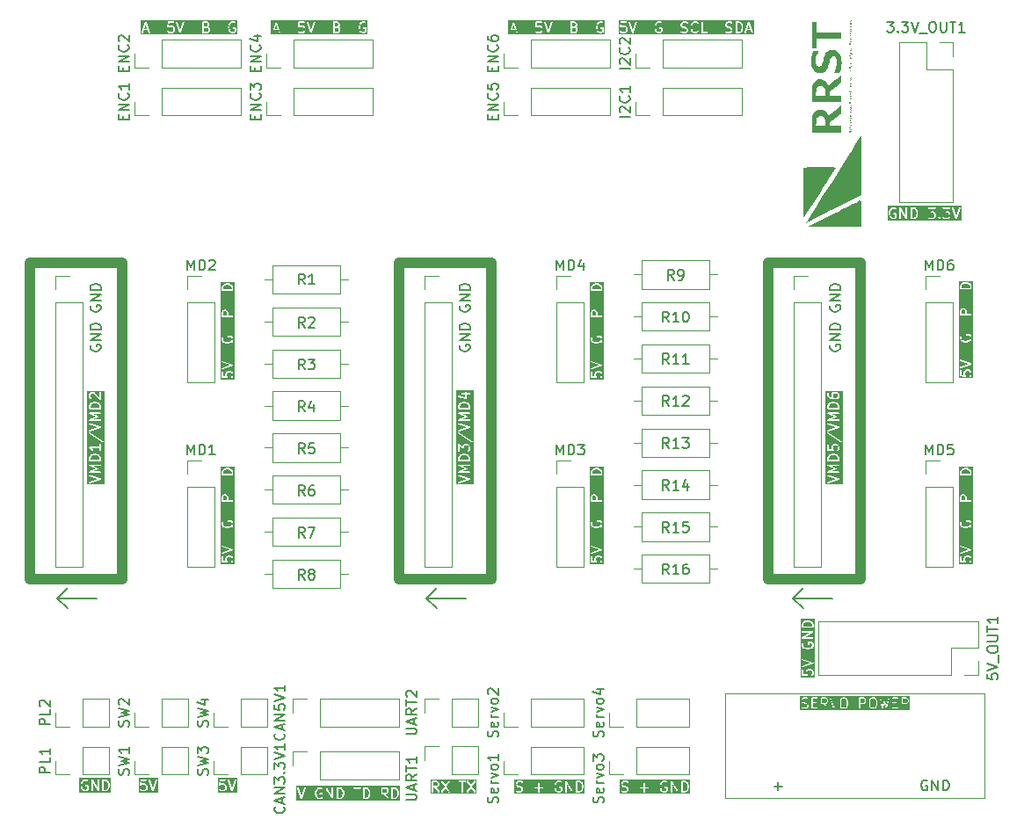
<source format=gto>
G04 #@! TF.GenerationSoftware,KiCad,Pcbnew,8.0.7*
G04 #@! TF.CreationDate,2024-12-23T09:47:45+09:00*
G04 #@! TF.ProjectId,F767ZI_MB_V1.1,46373637-5a49-45f4-9d42-5f56312e312e,rev?*
G04 #@! TF.SameCoordinates,Original*
G04 #@! TF.FileFunction,Legend,Top*
G04 #@! TF.FilePolarity,Positive*
%FSLAX46Y46*%
G04 Gerber Fmt 4.6, Leading zero omitted, Abs format (unit mm)*
G04 Created by KiCad (PCBNEW 8.0.7) date 2024-12-23 09:47:45*
%MOMM*%
%LPD*%
G01*
G04 APERTURE LIST*
%ADD10C,0.150000*%
%ADD11C,1.000000*%
%ADD12C,0.100000*%
%ADD13C,0.120000*%
%ADD14C,0.000000*%
%ADD15R,1.700000X1.700000*%
%ADD16O,1.700000X1.700000*%
%ADD17C,5.000000*%
%ADD18C,1.600000*%
%ADD19O,1.600000X1.600000*%
G04 APERTURE END LIST*
D10*
X152291684Y-118516533D02*
X148482160Y-118516533D01*
X149434541Y-119468914D02*
X148482160Y-118516533D01*
X148482160Y-118516533D02*
X149434541Y-117564152D01*
X116985684Y-118516533D02*
X113176160Y-118516533D01*
X114128541Y-119468914D02*
X113176160Y-118516533D01*
X113176160Y-118516533D02*
X114128541Y-117564152D01*
X81425684Y-118516533D02*
X77616160Y-118516533D01*
X78568541Y-119468914D02*
X77616160Y-118516533D01*
X77616160Y-118516533D02*
X78568541Y-117564152D01*
D11*
X74930000Y-86243000D02*
X83820000Y-86243000D01*
X83820000Y-116723000D01*
X74930000Y-116723000D01*
X74930000Y-86243000D01*
X110490000Y-86243000D02*
X119380000Y-86243000D01*
X119380000Y-116723000D01*
X110490000Y-116723000D01*
X110490000Y-86243000D01*
X146050000Y-86243000D02*
X154940000Y-86243000D01*
X154940000Y-116723000D01*
X146050000Y-116723000D01*
X146050000Y-86243000D01*
D10*
G36*
X92084742Y-63604180D02*
G01*
X92111236Y-63630674D01*
X92145494Y-63699190D01*
X92145494Y-63806637D01*
X92111235Y-63875153D01*
X92080828Y-63905561D01*
X92012313Y-63939819D01*
X91724066Y-63939819D01*
X91724066Y-63566009D01*
X91970229Y-63566009D01*
X92084742Y-63604180D01*
G37*
G36*
X92033210Y-63124077D02*
G01*
X92063617Y-63154484D01*
X92097875Y-63223000D01*
X92097875Y-63282828D01*
X92063617Y-63351344D01*
X92033210Y-63381751D01*
X91964694Y-63416009D01*
X91724066Y-63416009D01*
X91724066Y-63089819D01*
X91964694Y-63089819D01*
X92033210Y-63124077D01*
G37*
G36*
X86259293Y-63654104D02*
G01*
X85991217Y-63654104D01*
X86125255Y-63251989D01*
X86259293Y-63654104D01*
G37*
G36*
X94930415Y-64200930D02*
G01*
X85606400Y-64200930D01*
X85606400Y-64005439D01*
X85717511Y-64005439D01*
X85719586Y-64034629D01*
X85732672Y-64060802D01*
X85754779Y-64079976D01*
X85782542Y-64089230D01*
X85811732Y-64087155D01*
X85837905Y-64074069D01*
X85857079Y-64051962D01*
X85863073Y-64038536D01*
X85941217Y-63804104D01*
X86309293Y-63804104D01*
X86387437Y-64038536D01*
X86393431Y-64051961D01*
X86412605Y-64074068D01*
X86438778Y-64087155D01*
X86467968Y-64089230D01*
X86495730Y-64079976D01*
X86517838Y-64060802D01*
X86530924Y-64034628D01*
X86532999Y-64005438D01*
X86529739Y-63991102D01*
X86365455Y-63498249D01*
X88193463Y-63498249D01*
X88194554Y-63501864D01*
X88194554Y-63505640D01*
X88198748Y-63515765D01*
X88201916Y-63526265D01*
X88204307Y-63529188D01*
X88205753Y-63532677D01*
X88213506Y-63540430D01*
X88220447Y-63548913D01*
X88223773Y-63550697D01*
X88226445Y-63553369D01*
X88236572Y-63557564D01*
X88246234Y-63562747D01*
X88249993Y-63563122D01*
X88253482Y-63564568D01*
X88264443Y-63564568D01*
X88275353Y-63565659D01*
X88278969Y-63564568D01*
X88282744Y-63564568D01*
X88292869Y-63560373D01*
X88303369Y-63557206D01*
X88306292Y-63554814D01*
X88309781Y-63553369D01*
X88321146Y-63544042D01*
X88360159Y-63505029D01*
X88428675Y-63470771D01*
X88631360Y-63470771D01*
X88699876Y-63505029D01*
X88730283Y-63535436D01*
X88764541Y-63603952D01*
X88764541Y-63806637D01*
X88730282Y-63875153D01*
X88699875Y-63905561D01*
X88631360Y-63939819D01*
X88428675Y-63939819D01*
X88360159Y-63905561D01*
X88321147Y-63866548D01*
X88309781Y-63857220D01*
X88282745Y-63846021D01*
X88253482Y-63846021D01*
X88226446Y-63857219D01*
X88205753Y-63877912D01*
X88194554Y-63904948D01*
X88194554Y-63934211D01*
X88205752Y-63961247D01*
X88215079Y-63972612D01*
X88262698Y-64020232D01*
X88268447Y-64024950D01*
X88269748Y-64026450D01*
X88272007Y-64027872D01*
X88274064Y-64029560D01*
X88275891Y-64030317D01*
X88282191Y-64034282D01*
X88377429Y-64081901D01*
X88391160Y-64087156D01*
X88393849Y-64087347D01*
X88396338Y-64088378D01*
X88410970Y-64089819D01*
X88649065Y-64089819D01*
X88663697Y-64088378D01*
X88666186Y-64087346D01*
X88668874Y-64087156D01*
X88682606Y-64081901D01*
X88777844Y-64034282D01*
X88784143Y-64030317D01*
X88785971Y-64029560D01*
X88788027Y-64027872D01*
X88790287Y-64026450D01*
X88791587Y-64024950D01*
X88797337Y-64020232D01*
X88844955Y-63972613D01*
X88849673Y-63966863D01*
X88851172Y-63965564D01*
X88852593Y-63963305D01*
X88854283Y-63961247D01*
X88855040Y-63959417D01*
X88859004Y-63953121D01*
X88906623Y-63857883D01*
X88911878Y-63844152D01*
X88912069Y-63841462D01*
X88913100Y-63838974D01*
X88914541Y-63824342D01*
X88914541Y-63586247D01*
X88913100Y-63571615D01*
X88912069Y-63569126D01*
X88911878Y-63566437D01*
X88906623Y-63552706D01*
X88859004Y-63457468D01*
X88855039Y-63451168D01*
X88854282Y-63449341D01*
X88852593Y-63447284D01*
X88851172Y-63445025D01*
X88849673Y-63443725D01*
X88844955Y-63437976D01*
X88797336Y-63390357D01*
X88791586Y-63385638D01*
X88790287Y-63384140D01*
X88788027Y-63382718D01*
X88785971Y-63381030D01*
X88784143Y-63380272D01*
X88777844Y-63376308D01*
X88682606Y-63328689D01*
X88668874Y-63323434D01*
X88666186Y-63323243D01*
X88663697Y-63322212D01*
X88649065Y-63320771D01*
X88410970Y-63320771D01*
X88396338Y-63322212D01*
X88393849Y-63323242D01*
X88391160Y-63323434D01*
X88377429Y-63328689D01*
X88358787Y-63338009D01*
X88383606Y-63089819D01*
X88791922Y-63089819D01*
X88806554Y-63088378D01*
X88833590Y-63077179D01*
X88854282Y-63056487D01*
X88865481Y-63029451D01*
X88865481Y-63024199D01*
X89050845Y-63024199D01*
X89054105Y-63038536D01*
X89387438Y-64038536D01*
X89393432Y-64051961D01*
X89396942Y-64056008D01*
X89399339Y-64060802D01*
X89406447Y-64066967D01*
X89412606Y-64074068D01*
X89417395Y-64076462D01*
X89421446Y-64079976D01*
X89430371Y-64082950D01*
X89438779Y-64087155D01*
X89444123Y-64087534D01*
X89449209Y-64089230D01*
X89458589Y-64088563D01*
X89467969Y-64089230D01*
X89473054Y-64087534D01*
X89478399Y-64087155D01*
X89486809Y-64082949D01*
X89495731Y-64079976D01*
X89499778Y-64076465D01*
X89504572Y-64074069D01*
X89510735Y-64066963D01*
X89517839Y-64060802D01*
X89520234Y-64056010D01*
X89523746Y-64051962D01*
X89529740Y-64038536D01*
X89863073Y-63038536D01*
X89866333Y-63024200D01*
X89865666Y-63014819D01*
X91574066Y-63014819D01*
X91574066Y-64014819D01*
X91575507Y-64029451D01*
X91586706Y-64056487D01*
X91607398Y-64077179D01*
X91634434Y-64088378D01*
X91649066Y-64089819D01*
X92030018Y-64089819D01*
X92044650Y-64088378D01*
X92047139Y-64087346D01*
X92049827Y-64087156D01*
X92063559Y-64081901D01*
X92158797Y-64034282D01*
X92165096Y-64030317D01*
X92166924Y-64029560D01*
X92168980Y-64027872D01*
X92171240Y-64026450D01*
X92172540Y-64024950D01*
X92178290Y-64020232D01*
X92225908Y-63972613D01*
X92230626Y-63966863D01*
X92232125Y-63965564D01*
X92233546Y-63963305D01*
X92235236Y-63961247D01*
X92235993Y-63959417D01*
X92239957Y-63953121D01*
X92287576Y-63857883D01*
X92292831Y-63844152D01*
X92293022Y-63841462D01*
X92294053Y-63838974D01*
X92295494Y-63824342D01*
X92295494Y-63681485D01*
X92294053Y-63666853D01*
X92293022Y-63664364D01*
X92292831Y-63661675D01*
X92287576Y-63647944D01*
X92239957Y-63552706D01*
X92235992Y-63546406D01*
X92235235Y-63544579D01*
X92233546Y-63542522D01*
X92232125Y-63540263D01*
X92230626Y-63538963D01*
X92225908Y-63533214D01*
X92178289Y-63485595D01*
X92166924Y-63476268D01*
X92164433Y-63475236D01*
X92162398Y-63473471D01*
X92156330Y-63470762D01*
X92178289Y-63448804D01*
X92182731Y-63443390D01*
X94050257Y-63443390D01*
X94050257Y-63586247D01*
X94050508Y-63588800D01*
X94050346Y-63589893D01*
X94051155Y-63595366D01*
X94051698Y-63600879D01*
X94052120Y-63601900D01*
X94052496Y-63604437D01*
X94100115Y-63794913D01*
X94100500Y-63795992D01*
X94100539Y-63796532D01*
X94102866Y-63802613D01*
X94105062Y-63808759D01*
X94105384Y-63809194D01*
X94105794Y-63810264D01*
X94153413Y-63905502D01*
X94157376Y-63911798D01*
X94158134Y-63913628D01*
X94159823Y-63915686D01*
X94161245Y-63917945D01*
X94162743Y-63919244D01*
X94167462Y-63924994D01*
X94262700Y-64020233D01*
X94274065Y-64029561D01*
X94276555Y-64030592D01*
X94278590Y-64032357D01*
X94292016Y-64038351D01*
X94434872Y-64085970D01*
X94442127Y-64087619D01*
X94443958Y-64088378D01*
X94446611Y-64088639D01*
X94449209Y-64089230D01*
X94451183Y-64089089D01*
X94458590Y-64089819D01*
X94553828Y-64089819D01*
X94561233Y-64089089D01*
X94563208Y-64089230D01*
X94565805Y-64088639D01*
X94568460Y-64088378D01*
X94570291Y-64087619D01*
X94577545Y-64085970D01*
X94720402Y-64038351D01*
X94733827Y-64032357D01*
X94735862Y-64030591D01*
X94738353Y-64029560D01*
X94749719Y-64020232D01*
X94797337Y-63972613D01*
X94806665Y-63961247D01*
X94813946Y-63943668D01*
X94817863Y-63934212D01*
X94819304Y-63919580D01*
X94819304Y-63586247D01*
X94817863Y-63571615D01*
X94806664Y-63544579D01*
X94785972Y-63523887D01*
X94758936Y-63512688D01*
X94744304Y-63511247D01*
X94553828Y-63511247D01*
X94539196Y-63512688D01*
X94512160Y-63523887D01*
X94491468Y-63544579D01*
X94480269Y-63571615D01*
X94480269Y-63600879D01*
X94491468Y-63627915D01*
X94512160Y-63648607D01*
X94539196Y-63659806D01*
X94553828Y-63661247D01*
X94669304Y-63661247D01*
X94669304Y-63888514D01*
X94656171Y-63901647D01*
X94541658Y-63939819D01*
X94470760Y-63939819D01*
X94356247Y-63901648D01*
X94282134Y-63827534D01*
X94243640Y-63750547D01*
X94200257Y-63577013D01*
X94200257Y-63452624D01*
X94243640Y-63279090D01*
X94282134Y-63202103D01*
X94356247Y-63127990D01*
X94470760Y-63089819D01*
X94583742Y-63089819D01*
X94663144Y-63129520D01*
X94676875Y-63134775D01*
X94706065Y-63136849D01*
X94733827Y-63127595D01*
X94755934Y-63108422D01*
X94769022Y-63082247D01*
X94771096Y-63053057D01*
X94761842Y-63025296D01*
X94742669Y-63003188D01*
X94730226Y-62995356D01*
X94634988Y-62947737D01*
X94621256Y-62942482D01*
X94618568Y-62942291D01*
X94616079Y-62941260D01*
X94601447Y-62939819D01*
X94458590Y-62939819D01*
X94451183Y-62940548D01*
X94449209Y-62940408D01*
X94446611Y-62940998D01*
X94443958Y-62941260D01*
X94442127Y-62942018D01*
X94434872Y-62943668D01*
X94292016Y-62991287D01*
X94278590Y-62997281D01*
X94276555Y-62999045D01*
X94274065Y-63000077D01*
X94262700Y-63009405D01*
X94167462Y-63104643D01*
X94162743Y-63110392D01*
X94161245Y-63111692D01*
X94159823Y-63113951D01*
X94158135Y-63116008D01*
X94157377Y-63117835D01*
X94153413Y-63124135D01*
X94105794Y-63219373D01*
X94105384Y-63220442D01*
X94105062Y-63220878D01*
X94102866Y-63227023D01*
X94100539Y-63233105D01*
X94100500Y-63233644D01*
X94100115Y-63234724D01*
X94052496Y-63425200D01*
X94052120Y-63427736D01*
X94051698Y-63428758D01*
X94051155Y-63434270D01*
X94050346Y-63439744D01*
X94050508Y-63440836D01*
X94050257Y-63443390D01*
X92182731Y-63443390D01*
X92183007Y-63443054D01*
X92184506Y-63441755D01*
X92185927Y-63439495D01*
X92187616Y-63437439D01*
X92188373Y-63435611D01*
X92192338Y-63429312D01*
X92239957Y-63334074D01*
X92245212Y-63320343D01*
X92245403Y-63317653D01*
X92246434Y-63315165D01*
X92247875Y-63300533D01*
X92247875Y-63205295D01*
X92246434Y-63190663D01*
X92245403Y-63188174D01*
X92245212Y-63185485D01*
X92239957Y-63171754D01*
X92192338Y-63076516D01*
X92188373Y-63070216D01*
X92187616Y-63068389D01*
X92185927Y-63066332D01*
X92184506Y-63064073D01*
X92183007Y-63062773D01*
X92178289Y-63057024D01*
X92130670Y-63009405D01*
X92124920Y-63004686D01*
X92123621Y-63003188D01*
X92121361Y-63001766D01*
X92119305Y-63000078D01*
X92117477Y-62999320D01*
X92111178Y-62995356D01*
X92015940Y-62947737D01*
X92002208Y-62942482D01*
X91999520Y-62942291D01*
X91997031Y-62941260D01*
X91982399Y-62939819D01*
X91649066Y-62939819D01*
X91634434Y-62941260D01*
X91607398Y-62952459D01*
X91586706Y-62973151D01*
X91575507Y-63000187D01*
X91574066Y-63014819D01*
X89865666Y-63014819D01*
X89864258Y-62995010D01*
X89851172Y-62968836D01*
X89829064Y-62949662D01*
X89801302Y-62940408D01*
X89772112Y-62942483D01*
X89745939Y-62955570D01*
X89726765Y-62977677D01*
X89720771Y-62991102D01*
X89458589Y-63777648D01*
X89196407Y-62991102D01*
X89190413Y-62977676D01*
X89171239Y-62955569D01*
X89145066Y-62942483D01*
X89115876Y-62940408D01*
X89088113Y-62949662D01*
X89066006Y-62968836D01*
X89052920Y-62995009D01*
X89050845Y-63024199D01*
X88865481Y-63024199D01*
X88865481Y-63000187D01*
X88854282Y-62973151D01*
X88833590Y-62952459D01*
X88806554Y-62941260D01*
X88791922Y-62939819D01*
X88315732Y-62939819D01*
X88310320Y-62940351D01*
X88308492Y-62940169D01*
X88306705Y-62940707D01*
X88301100Y-62941260D01*
X88290973Y-62945454D01*
X88280476Y-62948622D01*
X88277552Y-62951013D01*
X88274064Y-62952459D01*
X88266310Y-62960212D01*
X88257828Y-62967153D01*
X88256043Y-62970479D01*
X88253372Y-62973151D01*
X88249176Y-62983280D01*
X88243994Y-62992940D01*
X88242886Y-62998464D01*
X88242173Y-63000187D01*
X88242173Y-63002023D01*
X88241104Y-63007356D01*
X88193485Y-63483546D01*
X88193463Y-63498249D01*
X86365455Y-63498249D01*
X86196406Y-62991102D01*
X86190412Y-62977676D01*
X86186900Y-62973627D01*
X86184505Y-62968836D01*
X86177401Y-62962674D01*
X86171238Y-62955569D01*
X86166444Y-62953172D01*
X86162397Y-62949662D01*
X86153475Y-62946688D01*
X86145065Y-62942483D01*
X86139720Y-62942103D01*
X86134635Y-62940408D01*
X86125255Y-62941074D01*
X86115875Y-62940408D01*
X86110789Y-62942103D01*
X86105445Y-62942483D01*
X86097037Y-62946687D01*
X86088112Y-62949662D01*
X86084061Y-62953175D01*
X86079272Y-62955570D01*
X86073113Y-62962670D01*
X86066005Y-62968836D01*
X86063608Y-62973629D01*
X86060098Y-62977677D01*
X86054104Y-62991102D01*
X85720771Y-63991102D01*
X85717511Y-64005439D01*
X85606400Y-64005439D01*
X85606400Y-62828708D01*
X94930415Y-62828708D01*
X94930415Y-64200930D01*
G37*
X146640779Y-136658866D02*
X147402684Y-136658866D01*
X147021731Y-137039819D02*
X147021731Y-136277914D01*
G36*
X87342491Y-137225930D02*
G01*
X85447399Y-137225930D01*
X85447399Y-136523249D01*
X85558510Y-136523249D01*
X85559601Y-136526864D01*
X85559601Y-136530640D01*
X85563795Y-136540765D01*
X85566963Y-136551265D01*
X85569354Y-136554188D01*
X85570800Y-136557677D01*
X85578553Y-136565430D01*
X85585494Y-136573913D01*
X85588820Y-136575697D01*
X85591492Y-136578369D01*
X85601619Y-136582564D01*
X85611281Y-136587747D01*
X85615040Y-136588122D01*
X85618529Y-136589568D01*
X85629490Y-136589568D01*
X85640400Y-136590659D01*
X85644016Y-136589568D01*
X85647791Y-136589568D01*
X85657916Y-136585373D01*
X85668416Y-136582206D01*
X85671339Y-136579814D01*
X85674828Y-136578369D01*
X85686193Y-136569042D01*
X85725206Y-136530029D01*
X85793722Y-136495771D01*
X85996407Y-136495771D01*
X86064923Y-136530029D01*
X86095330Y-136560436D01*
X86129588Y-136628952D01*
X86129588Y-136831637D01*
X86095329Y-136900153D01*
X86064922Y-136930561D01*
X85996407Y-136964819D01*
X85793722Y-136964819D01*
X85725206Y-136930561D01*
X85686194Y-136891548D01*
X85674828Y-136882220D01*
X85647792Y-136871021D01*
X85618529Y-136871021D01*
X85591493Y-136882219D01*
X85570800Y-136902912D01*
X85559601Y-136929948D01*
X85559601Y-136959211D01*
X85570799Y-136986247D01*
X85580126Y-136997612D01*
X85627745Y-137045232D01*
X85633494Y-137049950D01*
X85634795Y-137051450D01*
X85637054Y-137052872D01*
X85639111Y-137054560D01*
X85640938Y-137055317D01*
X85647238Y-137059282D01*
X85742476Y-137106901D01*
X85756207Y-137112156D01*
X85758896Y-137112347D01*
X85761385Y-137113378D01*
X85776017Y-137114819D01*
X86014112Y-137114819D01*
X86028744Y-137113378D01*
X86031233Y-137112346D01*
X86033921Y-137112156D01*
X86047653Y-137106901D01*
X86142891Y-137059282D01*
X86149190Y-137055317D01*
X86151018Y-137054560D01*
X86153074Y-137052872D01*
X86155334Y-137051450D01*
X86156634Y-137049950D01*
X86162384Y-137045232D01*
X86210002Y-136997613D01*
X86214720Y-136991863D01*
X86216219Y-136990564D01*
X86217640Y-136988305D01*
X86219330Y-136986247D01*
X86220087Y-136984417D01*
X86224051Y-136978121D01*
X86271670Y-136882883D01*
X86276925Y-136869152D01*
X86277116Y-136866462D01*
X86278147Y-136863974D01*
X86279588Y-136849342D01*
X86279588Y-136611247D01*
X86278147Y-136596615D01*
X86277116Y-136594126D01*
X86276925Y-136591437D01*
X86271670Y-136577706D01*
X86224051Y-136482468D01*
X86220086Y-136476168D01*
X86219329Y-136474341D01*
X86217640Y-136472284D01*
X86216219Y-136470025D01*
X86214720Y-136468725D01*
X86210002Y-136462976D01*
X86162383Y-136415357D01*
X86156633Y-136410638D01*
X86155334Y-136409140D01*
X86153074Y-136407718D01*
X86151018Y-136406030D01*
X86149190Y-136405272D01*
X86142891Y-136401308D01*
X86047653Y-136353689D01*
X86033921Y-136348434D01*
X86031233Y-136348243D01*
X86028744Y-136347212D01*
X86014112Y-136345771D01*
X85776017Y-136345771D01*
X85761385Y-136347212D01*
X85758896Y-136348242D01*
X85756207Y-136348434D01*
X85742476Y-136353689D01*
X85723834Y-136363009D01*
X85748653Y-136114819D01*
X86156969Y-136114819D01*
X86171601Y-136113378D01*
X86198637Y-136102179D01*
X86219329Y-136081487D01*
X86230528Y-136054451D01*
X86230528Y-136049199D01*
X86415892Y-136049199D01*
X86419152Y-136063536D01*
X86752485Y-137063536D01*
X86758479Y-137076961D01*
X86761989Y-137081008D01*
X86764386Y-137085802D01*
X86771494Y-137091967D01*
X86777653Y-137099068D01*
X86782442Y-137101462D01*
X86786493Y-137104976D01*
X86795418Y-137107950D01*
X86803826Y-137112155D01*
X86809170Y-137112534D01*
X86814256Y-137114230D01*
X86823636Y-137113563D01*
X86833016Y-137114230D01*
X86838101Y-137112534D01*
X86843446Y-137112155D01*
X86851856Y-137107949D01*
X86860778Y-137104976D01*
X86864825Y-137101465D01*
X86869619Y-137099069D01*
X86875782Y-137091963D01*
X86882886Y-137085802D01*
X86885281Y-137081010D01*
X86888793Y-137076962D01*
X86894787Y-137063536D01*
X87228120Y-136063536D01*
X87231380Y-136049200D01*
X87229305Y-136020010D01*
X87216219Y-135993836D01*
X87194111Y-135974662D01*
X87166349Y-135965408D01*
X87137159Y-135967483D01*
X87110986Y-135980570D01*
X87091812Y-136002677D01*
X87085818Y-136016102D01*
X86823636Y-136802648D01*
X86561454Y-136016102D01*
X86555460Y-136002676D01*
X86536286Y-135980569D01*
X86510113Y-135967483D01*
X86480923Y-135965408D01*
X86453160Y-135974662D01*
X86431053Y-135993836D01*
X86417967Y-136020009D01*
X86415892Y-136049199D01*
X86230528Y-136049199D01*
X86230528Y-136025187D01*
X86219329Y-135998151D01*
X86198637Y-135977459D01*
X86171601Y-135966260D01*
X86156969Y-135964819D01*
X85680779Y-135964819D01*
X85675367Y-135965351D01*
X85673539Y-135965169D01*
X85671752Y-135965707D01*
X85666147Y-135966260D01*
X85656020Y-135970454D01*
X85645523Y-135973622D01*
X85642599Y-135976013D01*
X85639111Y-135977459D01*
X85631357Y-135985212D01*
X85622875Y-135992153D01*
X85621090Y-135995479D01*
X85618419Y-135998151D01*
X85614223Y-136008280D01*
X85609041Y-136017940D01*
X85607933Y-136023464D01*
X85607220Y-136025187D01*
X85607220Y-136027023D01*
X85606151Y-136032356D01*
X85558532Y-136508546D01*
X85558510Y-136523249D01*
X85447399Y-136523249D01*
X85447399Y-135853708D01*
X87342491Y-135853708D01*
X87342491Y-137225930D01*
G37*
X161388588Y-136087438D02*
X161293350Y-136039819D01*
X161293350Y-136039819D02*
X161150493Y-136039819D01*
X161150493Y-136039819D02*
X161007636Y-136087438D01*
X161007636Y-136087438D02*
X160912398Y-136182676D01*
X160912398Y-136182676D02*
X160864779Y-136277914D01*
X160864779Y-136277914D02*
X160817160Y-136468390D01*
X160817160Y-136468390D02*
X160817160Y-136611247D01*
X160817160Y-136611247D02*
X160864779Y-136801723D01*
X160864779Y-136801723D02*
X160912398Y-136896961D01*
X160912398Y-136896961D02*
X161007636Y-136992200D01*
X161007636Y-136992200D02*
X161150493Y-137039819D01*
X161150493Y-137039819D02*
X161245731Y-137039819D01*
X161245731Y-137039819D02*
X161388588Y-136992200D01*
X161388588Y-136992200D02*
X161436207Y-136944580D01*
X161436207Y-136944580D02*
X161436207Y-136611247D01*
X161436207Y-136611247D02*
X161245731Y-136611247D01*
X161864779Y-137039819D02*
X161864779Y-136039819D01*
X161864779Y-136039819D02*
X162436207Y-137039819D01*
X162436207Y-137039819D02*
X162436207Y-136039819D01*
X162912398Y-137039819D02*
X162912398Y-136039819D01*
X162912398Y-136039819D02*
X163150493Y-136039819D01*
X163150493Y-136039819D02*
X163293350Y-136087438D01*
X163293350Y-136087438D02*
X163388588Y-136182676D01*
X163388588Y-136182676D02*
X163436207Y-136277914D01*
X163436207Y-136277914D02*
X163483826Y-136468390D01*
X163483826Y-136468390D02*
X163483826Y-136611247D01*
X163483826Y-136611247D02*
X163436207Y-136801723D01*
X163436207Y-136801723D02*
X163388588Y-136896961D01*
X163388588Y-136896961D02*
X163293350Y-136992200D01*
X163293350Y-136992200D02*
X163150493Y-137039819D01*
X163150493Y-137039819D02*
X162912398Y-137039819D01*
G36*
X82353836Y-136152990D02*
G01*
X82427949Y-136227103D01*
X82466442Y-136304090D01*
X82509826Y-136477624D01*
X82509826Y-136602013D01*
X82466442Y-136775547D01*
X82427948Y-136852534D01*
X82353836Y-136926647D01*
X82239323Y-136964819D01*
X82088398Y-136964819D01*
X82088398Y-136114819D01*
X82239323Y-136114819D01*
X82353836Y-136152990D01*
G37*
G36*
X82770937Y-137225930D02*
G01*
X79732049Y-137225930D01*
X79732049Y-136468390D01*
X79843160Y-136468390D01*
X79843160Y-136611247D01*
X79843411Y-136613800D01*
X79843249Y-136614893D01*
X79844058Y-136620366D01*
X79844601Y-136625879D01*
X79845023Y-136626900D01*
X79845399Y-136629437D01*
X79893018Y-136819913D01*
X79893403Y-136820992D01*
X79893442Y-136821532D01*
X79895769Y-136827613D01*
X79897965Y-136833759D01*
X79898287Y-136834194D01*
X79898697Y-136835264D01*
X79946316Y-136930502D01*
X79950279Y-136936798D01*
X79951037Y-136938628D01*
X79952726Y-136940686D01*
X79954148Y-136942945D01*
X79955646Y-136944244D01*
X79960365Y-136949994D01*
X80055603Y-137045233D01*
X80066968Y-137054561D01*
X80069458Y-137055592D01*
X80071493Y-137057357D01*
X80084919Y-137063351D01*
X80227775Y-137110970D01*
X80235030Y-137112619D01*
X80236861Y-137113378D01*
X80239514Y-137113639D01*
X80242112Y-137114230D01*
X80244086Y-137114089D01*
X80251493Y-137114819D01*
X80346731Y-137114819D01*
X80354136Y-137114089D01*
X80356111Y-137114230D01*
X80358708Y-137113639D01*
X80361363Y-137113378D01*
X80363194Y-137112619D01*
X80370448Y-137110970D01*
X80513305Y-137063351D01*
X80526730Y-137057357D01*
X80528765Y-137055591D01*
X80531256Y-137054560D01*
X80542622Y-137045232D01*
X80590240Y-136997613D01*
X80599568Y-136986247D01*
X80606849Y-136968668D01*
X80610766Y-136959212D01*
X80612207Y-136944580D01*
X80612207Y-136611247D01*
X80610766Y-136596615D01*
X80599567Y-136569579D01*
X80578875Y-136548887D01*
X80551839Y-136537688D01*
X80537207Y-136536247D01*
X80346731Y-136536247D01*
X80332099Y-136537688D01*
X80305063Y-136548887D01*
X80284371Y-136569579D01*
X80273172Y-136596615D01*
X80273172Y-136625879D01*
X80284371Y-136652915D01*
X80305063Y-136673607D01*
X80332099Y-136684806D01*
X80346731Y-136686247D01*
X80462207Y-136686247D01*
X80462207Y-136913514D01*
X80449074Y-136926647D01*
X80334561Y-136964819D01*
X80263663Y-136964819D01*
X80149150Y-136926648D01*
X80075037Y-136852534D01*
X80036543Y-136775547D01*
X79993160Y-136602013D01*
X79993160Y-136477624D01*
X80036543Y-136304090D01*
X80075037Y-136227103D01*
X80149150Y-136152990D01*
X80263663Y-136114819D01*
X80376645Y-136114819D01*
X80456047Y-136154520D01*
X80469778Y-136159775D01*
X80498968Y-136161849D01*
X80526730Y-136152595D01*
X80548837Y-136133422D01*
X80561925Y-136107247D01*
X80563999Y-136078057D01*
X80554745Y-136050296D01*
X80545659Y-136039819D01*
X80890779Y-136039819D01*
X80890779Y-137039819D01*
X80892220Y-137054451D01*
X80903419Y-137081487D01*
X80924111Y-137102179D01*
X80951147Y-137113378D01*
X80980411Y-137113378D01*
X81007447Y-137102179D01*
X81028139Y-137081487D01*
X81039338Y-137054451D01*
X81040779Y-137039819D01*
X81040779Y-136322235D01*
X81472089Y-137077030D01*
X81474278Y-137080114D01*
X81474847Y-137081487D01*
X81476244Y-137082884D01*
X81480599Y-137089019D01*
X81488487Y-137095127D01*
X81495539Y-137102179D01*
X81499957Y-137104009D01*
X81503737Y-137106936D01*
X81513358Y-137109560D01*
X81522575Y-137113378D01*
X81527356Y-137113378D01*
X81531968Y-137114636D01*
X81541865Y-137113378D01*
X81551839Y-137113378D01*
X81556254Y-137111548D01*
X81560998Y-137110946D01*
X81569662Y-137105995D01*
X81578875Y-137102179D01*
X81582253Y-137098800D01*
X81586407Y-137096427D01*
X81592516Y-137088537D01*
X81599567Y-137081487D01*
X81601396Y-137077070D01*
X81604324Y-137073290D01*
X81606948Y-137063666D01*
X81610766Y-137054451D01*
X81611502Y-137046968D01*
X81612024Y-137045058D01*
X81611836Y-137043582D01*
X81612207Y-137039819D01*
X81612207Y-136039819D01*
X81938398Y-136039819D01*
X81938398Y-137039819D01*
X81939839Y-137054451D01*
X81951038Y-137081487D01*
X81971730Y-137102179D01*
X81998766Y-137113378D01*
X82013398Y-137114819D01*
X82251493Y-137114819D01*
X82258898Y-137114089D01*
X82260873Y-137114230D01*
X82263470Y-137113639D01*
X82266125Y-137113378D01*
X82267956Y-137112619D01*
X82275210Y-137110970D01*
X82418067Y-137063351D01*
X82431492Y-137057357D01*
X82433527Y-137055591D01*
X82436018Y-137054560D01*
X82447383Y-137045233D01*
X82542622Y-136949993D01*
X82547339Y-136944244D01*
X82548838Y-136942945D01*
X82550259Y-136940686D01*
X82551949Y-136938628D01*
X82552706Y-136936798D01*
X82556670Y-136930502D01*
X82604289Y-136835264D01*
X82604698Y-136834194D01*
X82605021Y-136833759D01*
X82607213Y-136827622D01*
X82609544Y-136821533D01*
X82609582Y-136820992D01*
X82609968Y-136819913D01*
X82657587Y-136629437D01*
X82657962Y-136626900D01*
X82658385Y-136625879D01*
X82658927Y-136620366D01*
X82659737Y-136614893D01*
X82659574Y-136613800D01*
X82659826Y-136611247D01*
X82659826Y-136468390D01*
X82659574Y-136465836D01*
X82659737Y-136464744D01*
X82658927Y-136459270D01*
X82658385Y-136453758D01*
X82657962Y-136452736D01*
X82657587Y-136450200D01*
X82609968Y-136259724D01*
X82609582Y-136258644D01*
X82609544Y-136258104D01*
X82607213Y-136252014D01*
X82605021Y-136245878D01*
X82604698Y-136245442D01*
X82604289Y-136244373D01*
X82556670Y-136149135D01*
X82552707Y-136142840D01*
X82551949Y-136141008D01*
X82550257Y-136138946D01*
X82548838Y-136136692D01*
X82547341Y-136135393D01*
X82542621Y-136129643D01*
X82447383Y-136034405D01*
X82436018Y-136025078D01*
X82433527Y-136024046D01*
X82431492Y-136022281D01*
X82418067Y-136016287D01*
X82275210Y-135968668D01*
X82267956Y-135967018D01*
X82266125Y-135966260D01*
X82263470Y-135965998D01*
X82260873Y-135965408D01*
X82258898Y-135965548D01*
X82251493Y-135964819D01*
X82013398Y-135964819D01*
X81998766Y-135966260D01*
X81971730Y-135977459D01*
X81951038Y-135998151D01*
X81939839Y-136025187D01*
X81938398Y-136039819D01*
X81612207Y-136039819D01*
X81610766Y-136025187D01*
X81599567Y-135998151D01*
X81578875Y-135977459D01*
X81551839Y-135966260D01*
X81522575Y-135966260D01*
X81495539Y-135977459D01*
X81474847Y-135998151D01*
X81463648Y-136025187D01*
X81462207Y-136039819D01*
X81462207Y-136757402D01*
X81030897Y-136002609D01*
X81028708Y-135999525D01*
X81028139Y-135998151D01*
X81026739Y-135996751D01*
X81022387Y-135990619D01*
X81014497Y-135984509D01*
X81007447Y-135977459D01*
X81003030Y-135975629D01*
X80999250Y-135972702D01*
X80989626Y-135970077D01*
X80980411Y-135966260D01*
X80975630Y-135966260D01*
X80971018Y-135965002D01*
X80961121Y-135966260D01*
X80951147Y-135966260D01*
X80946731Y-135968089D01*
X80941988Y-135968692D01*
X80933323Y-135973642D01*
X80924111Y-135977459D01*
X80920732Y-135980837D01*
X80916579Y-135983211D01*
X80910469Y-135991100D01*
X80903419Y-135998151D01*
X80901589Y-136002567D01*
X80898662Y-136006348D01*
X80896037Y-136015971D01*
X80892220Y-136025187D01*
X80891483Y-136032669D01*
X80890962Y-136034580D01*
X80891149Y-136036055D01*
X80890779Y-136039819D01*
X80545659Y-136039819D01*
X80535572Y-136028188D01*
X80523129Y-136020356D01*
X80427891Y-135972737D01*
X80414159Y-135967482D01*
X80411471Y-135967291D01*
X80408982Y-135966260D01*
X80394350Y-135964819D01*
X80251493Y-135964819D01*
X80244086Y-135965548D01*
X80242112Y-135965408D01*
X80239514Y-135965998D01*
X80236861Y-135966260D01*
X80235030Y-135967018D01*
X80227775Y-135968668D01*
X80084919Y-136016287D01*
X80071493Y-136022281D01*
X80069458Y-136024045D01*
X80066968Y-136025077D01*
X80055603Y-136034405D01*
X79960365Y-136129643D01*
X79955646Y-136135392D01*
X79954148Y-136136692D01*
X79952726Y-136138951D01*
X79951038Y-136141008D01*
X79950280Y-136142835D01*
X79946316Y-136149135D01*
X79898697Y-136244373D01*
X79898287Y-136245442D01*
X79897965Y-136245878D01*
X79895769Y-136252023D01*
X79893442Y-136258105D01*
X79893403Y-136258644D01*
X79893018Y-136259724D01*
X79845399Y-136450200D01*
X79845023Y-136452736D01*
X79844601Y-136453758D01*
X79844058Y-136459270D01*
X79843249Y-136464744D01*
X79843411Y-136465836D01*
X79843160Y-136468390D01*
X79732049Y-136468390D01*
X79732049Y-135853708D01*
X82770937Y-135853708D01*
X82770937Y-137225930D01*
G37*
G36*
X129428963Y-90889906D02*
G01*
X129459370Y-90920313D01*
X129493628Y-90988829D01*
X129493628Y-91277076D01*
X129119819Y-91277076D01*
X129119819Y-90988829D01*
X129154077Y-90920313D01*
X129184484Y-90889906D01*
X129253000Y-90855648D01*
X129360447Y-90855648D01*
X129428963Y-90889906D01*
G37*
G36*
X129780547Y-88375221D02*
G01*
X129857534Y-88413715D01*
X129931648Y-88487828D01*
X129969819Y-88602341D01*
X129969819Y-88753266D01*
X129119819Y-88753266D01*
X129119819Y-88602341D01*
X129157990Y-88487827D01*
X129232103Y-88413715D01*
X129309090Y-88375221D01*
X129482624Y-88331838D01*
X129607013Y-88331838D01*
X129780547Y-88375221D01*
G37*
G36*
X130230930Y-97442600D02*
G01*
X128858708Y-97442600D01*
X128858708Y-96733030D01*
X128969819Y-96733030D01*
X128969819Y-97209220D01*
X128970351Y-97214631D01*
X128970169Y-97216460D01*
X128970707Y-97218246D01*
X128971260Y-97223852D01*
X128975454Y-97233978D01*
X128978622Y-97244476D01*
X128981013Y-97247399D01*
X128982459Y-97250888D01*
X128990212Y-97258641D01*
X128997153Y-97267124D01*
X129000479Y-97268908D01*
X129003151Y-97271580D01*
X129013280Y-97275775D01*
X129022940Y-97280958D01*
X129028464Y-97282065D01*
X129030187Y-97282779D01*
X129032024Y-97282779D01*
X129037356Y-97283848D01*
X129513546Y-97331467D01*
X129528249Y-97331489D01*
X129531865Y-97330398D01*
X129535640Y-97330398D01*
X129545764Y-97326204D01*
X129556265Y-97323036D01*
X129559189Y-97320643D01*
X129562676Y-97319199D01*
X129570424Y-97311450D01*
X129578913Y-97304505D01*
X129580698Y-97301176D01*
X129583369Y-97298506D01*
X129587562Y-97288381D01*
X129592747Y-97278718D01*
X129593122Y-97274958D01*
X129594568Y-97271470D01*
X129594568Y-97260508D01*
X129595659Y-97249599D01*
X129594568Y-97245983D01*
X129594568Y-97242207D01*
X129590373Y-97232080D01*
X129587206Y-97221583D01*
X129584814Y-97218659D01*
X129583369Y-97215171D01*
X129574042Y-97203806D01*
X129535029Y-97164793D01*
X129500771Y-97096277D01*
X129500771Y-96893592D01*
X129535029Y-96825076D01*
X129565436Y-96794669D01*
X129633952Y-96760411D01*
X129836637Y-96760411D01*
X129905153Y-96794669D01*
X129935561Y-96825076D01*
X129969819Y-96893592D01*
X129969819Y-97096277D01*
X129935561Y-97164792D01*
X129896548Y-97203805D01*
X129887220Y-97215171D01*
X129876021Y-97242207D01*
X129876021Y-97271470D01*
X129887219Y-97298506D01*
X129907912Y-97319199D01*
X129934948Y-97330398D01*
X129964211Y-97330398D01*
X129991247Y-97319200D01*
X130002612Y-97309873D01*
X130050232Y-97262254D01*
X130054950Y-97256504D01*
X130056450Y-97255204D01*
X130057872Y-97252944D01*
X130059560Y-97250888D01*
X130060317Y-97249060D01*
X130064282Y-97242761D01*
X130111901Y-97147523D01*
X130117156Y-97133792D01*
X130117347Y-97131102D01*
X130118378Y-97128614D01*
X130119819Y-97113982D01*
X130119819Y-96875887D01*
X130118378Y-96861255D01*
X130117347Y-96858766D01*
X130117156Y-96856077D01*
X130111901Y-96842346D01*
X130064282Y-96747108D01*
X130060317Y-96740808D01*
X130059560Y-96738981D01*
X130057872Y-96736924D01*
X130056450Y-96734665D01*
X130054950Y-96733364D01*
X130050232Y-96727615D01*
X130002612Y-96679996D01*
X129996863Y-96675278D01*
X129995564Y-96673780D01*
X129993305Y-96672358D01*
X129991247Y-96670669D01*
X129989417Y-96669911D01*
X129983121Y-96665948D01*
X129887883Y-96618329D01*
X129874151Y-96613074D01*
X129871463Y-96612883D01*
X129868974Y-96611852D01*
X129854342Y-96610411D01*
X129616247Y-96610411D01*
X129601615Y-96611852D01*
X129599126Y-96612882D01*
X129596437Y-96613074D01*
X129582706Y-96618329D01*
X129487468Y-96665948D01*
X129481168Y-96669912D01*
X129479341Y-96670670D01*
X129477284Y-96672358D01*
X129475025Y-96673780D01*
X129473725Y-96675278D01*
X129467976Y-96679997D01*
X129420357Y-96727616D01*
X129415638Y-96733365D01*
X129414140Y-96734665D01*
X129412718Y-96736924D01*
X129411030Y-96738981D01*
X129410272Y-96740808D01*
X129406308Y-96747108D01*
X129358689Y-96842346D01*
X129353434Y-96856078D01*
X129353243Y-96858765D01*
X129352212Y-96861255D01*
X129350771Y-96875887D01*
X129350771Y-97113982D01*
X129352212Y-97128614D01*
X129353243Y-97131103D01*
X129353434Y-97133791D01*
X129358689Y-97147523D01*
X129368009Y-97166164D01*
X129119819Y-97141345D01*
X129119819Y-96733030D01*
X129118378Y-96718398D01*
X129107179Y-96691362D01*
X129086487Y-96670670D01*
X129059451Y-96659471D01*
X129030187Y-96659471D01*
X129003151Y-96670670D01*
X128982459Y-96691362D01*
X128971260Y-96718398D01*
X128969819Y-96733030D01*
X128858708Y-96733030D01*
X128858708Y-95723650D01*
X128970408Y-95723650D01*
X128972483Y-95752840D01*
X128985569Y-95779013D01*
X129007676Y-95798187D01*
X129021102Y-95804181D01*
X129807648Y-96066363D01*
X129021102Y-96328545D01*
X129007676Y-96334539D01*
X128985569Y-96353713D01*
X128972483Y-96379886D01*
X128970408Y-96409076D01*
X128979662Y-96436839D01*
X128998836Y-96458946D01*
X129025009Y-96472032D01*
X129054199Y-96474107D01*
X129068536Y-96470847D01*
X130068536Y-96137514D01*
X130081961Y-96131520D01*
X130086008Y-96128009D01*
X130090802Y-96125613D01*
X130096966Y-96118505D01*
X130104068Y-96112346D01*
X130106463Y-96107554D01*
X130109976Y-96103505D01*
X130112950Y-96094582D01*
X130117155Y-96086173D01*
X130117534Y-96080828D01*
X130119230Y-96075743D01*
X130118563Y-96066363D01*
X130119230Y-96056983D01*
X130117534Y-96051897D01*
X130117155Y-96046553D01*
X130112950Y-96038143D01*
X130109976Y-96029221D01*
X130106463Y-96025171D01*
X130104068Y-96020380D01*
X130096966Y-96014220D01*
X130090802Y-96007113D01*
X130086008Y-96004716D01*
X130081961Y-96001206D01*
X130068536Y-95995212D01*
X129068536Y-95661879D01*
X129054199Y-95658619D01*
X129025009Y-95660694D01*
X128998836Y-95673780D01*
X128979662Y-95695887D01*
X128970408Y-95723650D01*
X128858708Y-95723650D01*
X128858708Y-93447315D01*
X128969819Y-93447315D01*
X128969819Y-93590172D01*
X128970548Y-93597577D01*
X128970408Y-93599552D01*
X128970998Y-93602149D01*
X128971260Y-93604804D01*
X128972018Y-93606635D01*
X128973668Y-93613889D01*
X129021287Y-93756746D01*
X129027281Y-93770171D01*
X129029046Y-93772206D01*
X129030078Y-93774697D01*
X129039405Y-93786062D01*
X129134643Y-93881300D01*
X129140393Y-93886020D01*
X129141692Y-93887517D01*
X129143946Y-93888936D01*
X129146008Y-93890628D01*
X129147840Y-93891386D01*
X129154135Y-93895349D01*
X129249373Y-93942968D01*
X129250442Y-93943377D01*
X129250878Y-93943700D01*
X129257014Y-93945892D01*
X129263104Y-93948223D01*
X129263644Y-93948261D01*
X129264724Y-93948647D01*
X129455200Y-93996266D01*
X129457736Y-93996641D01*
X129458758Y-93997064D01*
X129464270Y-93997606D01*
X129469744Y-93998416D01*
X129470836Y-93998253D01*
X129473390Y-93998505D01*
X129616247Y-93998505D01*
X129618800Y-93998253D01*
X129619893Y-93998416D01*
X129625366Y-93997606D01*
X129630879Y-93997064D01*
X129631900Y-93996641D01*
X129634437Y-93996266D01*
X129824913Y-93948647D01*
X129825992Y-93948261D01*
X129826532Y-93948223D01*
X129832613Y-93945895D01*
X129838759Y-93943700D01*
X129839194Y-93943377D01*
X129840264Y-93942968D01*
X129935502Y-93895349D01*
X129941798Y-93891385D01*
X129943628Y-93890628D01*
X129945686Y-93888938D01*
X129947945Y-93887517D01*
X129949244Y-93886018D01*
X129954994Y-93881300D01*
X130050233Y-93786062D01*
X130059561Y-93774697D01*
X130060592Y-93772206D01*
X130062357Y-93770172D01*
X130068351Y-93756746D01*
X130115970Y-93613890D01*
X130117619Y-93606634D01*
X130118378Y-93604804D01*
X130118639Y-93602150D01*
X130119230Y-93599553D01*
X130119089Y-93597578D01*
X130119819Y-93590172D01*
X130119819Y-93494934D01*
X130119089Y-93487527D01*
X130119230Y-93485553D01*
X130118639Y-93482955D01*
X130118378Y-93480302D01*
X130117619Y-93478471D01*
X130115970Y-93471216D01*
X130068351Y-93328360D01*
X130062357Y-93314934D01*
X130060590Y-93312897D01*
X130059560Y-93310409D01*
X130050232Y-93299043D01*
X130002612Y-93251424D01*
X129991247Y-93242097D01*
X129975410Y-93235537D01*
X129964212Y-93230899D01*
X129949580Y-93229458D01*
X129616247Y-93229458D01*
X129601615Y-93230899D01*
X129574579Y-93242098D01*
X129553887Y-93262790D01*
X129542688Y-93289826D01*
X129541247Y-93304458D01*
X129541247Y-93494934D01*
X129542688Y-93509566D01*
X129553887Y-93536602D01*
X129574579Y-93557294D01*
X129601615Y-93568493D01*
X129630879Y-93568493D01*
X129657915Y-93557294D01*
X129678607Y-93536602D01*
X129689806Y-93509566D01*
X129691247Y-93494934D01*
X129691247Y-93379458D01*
X129918514Y-93379458D01*
X129931648Y-93392591D01*
X129969819Y-93507104D01*
X129969819Y-93578002D01*
X129931648Y-93692514D01*
X129857534Y-93766627D01*
X129780547Y-93805121D01*
X129607013Y-93848505D01*
X129482624Y-93848505D01*
X129309090Y-93805121D01*
X129232103Y-93766628D01*
X129157990Y-93692515D01*
X129119819Y-93578001D01*
X129119819Y-93465020D01*
X129159520Y-93385618D01*
X129164775Y-93371887D01*
X129166849Y-93342697D01*
X129157595Y-93314935D01*
X129138422Y-93292828D01*
X129112247Y-93279740D01*
X129083057Y-93277666D01*
X129055296Y-93286920D01*
X129033188Y-93306093D01*
X129025356Y-93318536D01*
X128977737Y-93413774D01*
X128972482Y-93427506D01*
X128972291Y-93430193D01*
X128971260Y-93432683D01*
X128969819Y-93447315D01*
X128858708Y-93447315D01*
X128858708Y-90971124D01*
X128969819Y-90971124D01*
X128969819Y-91352076D01*
X128971260Y-91366708D01*
X128982459Y-91393744D01*
X129003151Y-91414436D01*
X129030187Y-91425635D01*
X129044819Y-91427076D01*
X130044819Y-91427076D01*
X130059451Y-91425635D01*
X130086487Y-91414436D01*
X130107179Y-91393744D01*
X130118378Y-91366708D01*
X130118378Y-91337444D01*
X130107179Y-91310408D01*
X130086487Y-91289716D01*
X130059451Y-91278517D01*
X130044819Y-91277076D01*
X129643628Y-91277076D01*
X129643628Y-90971124D01*
X129642187Y-90956492D01*
X129641156Y-90954003D01*
X129640965Y-90951314D01*
X129635710Y-90937583D01*
X129588091Y-90842345D01*
X129584126Y-90836045D01*
X129583369Y-90834218D01*
X129581680Y-90832161D01*
X129580259Y-90829902D01*
X129578760Y-90828602D01*
X129574042Y-90822853D01*
X129526423Y-90775234D01*
X129520673Y-90770515D01*
X129519374Y-90769017D01*
X129517114Y-90767595D01*
X129515058Y-90765907D01*
X129513230Y-90765149D01*
X129506931Y-90761185D01*
X129411693Y-90713566D01*
X129397961Y-90708311D01*
X129395273Y-90708120D01*
X129392784Y-90707089D01*
X129378152Y-90705648D01*
X129235295Y-90705648D01*
X129220663Y-90707089D01*
X129218174Y-90708119D01*
X129215485Y-90708311D01*
X129201754Y-90713566D01*
X129106516Y-90761185D01*
X129100216Y-90765149D01*
X129098389Y-90765907D01*
X129096332Y-90767595D01*
X129094073Y-90769017D01*
X129092773Y-90770515D01*
X129087024Y-90775234D01*
X129039405Y-90822853D01*
X129034686Y-90828602D01*
X129033188Y-90829902D01*
X129031766Y-90832161D01*
X129030078Y-90834218D01*
X129029320Y-90836045D01*
X129025356Y-90842345D01*
X128977737Y-90937583D01*
X128972482Y-90951315D01*
X128972291Y-90954002D01*
X128971260Y-90956492D01*
X128969819Y-90971124D01*
X128858708Y-90971124D01*
X128858708Y-88590171D01*
X128969819Y-88590171D01*
X128969819Y-88828266D01*
X128971260Y-88842898D01*
X128982459Y-88869934D01*
X129003151Y-88890626D01*
X129030187Y-88901825D01*
X129044819Y-88903266D01*
X130044819Y-88903266D01*
X130059451Y-88901825D01*
X130086487Y-88890626D01*
X130107179Y-88869934D01*
X130118378Y-88842898D01*
X130119819Y-88828266D01*
X130119819Y-88590171D01*
X130119089Y-88582764D01*
X130119230Y-88580790D01*
X130118639Y-88578192D01*
X130118378Y-88575539D01*
X130117619Y-88573708D01*
X130115970Y-88566453D01*
X130068351Y-88423597D01*
X130062357Y-88410171D01*
X130060592Y-88408136D01*
X130059561Y-88405646D01*
X130050233Y-88394281D01*
X129954994Y-88299043D01*
X129949244Y-88294324D01*
X129947945Y-88292826D01*
X129945686Y-88291404D01*
X129943628Y-88289715D01*
X129941798Y-88288957D01*
X129935502Y-88284994D01*
X129840264Y-88237375D01*
X129839194Y-88236965D01*
X129838759Y-88236643D01*
X129832613Y-88234447D01*
X129826532Y-88232120D01*
X129825992Y-88232081D01*
X129824913Y-88231696D01*
X129634437Y-88184077D01*
X129631900Y-88183701D01*
X129630879Y-88183279D01*
X129625366Y-88182736D01*
X129619893Y-88181927D01*
X129618800Y-88182089D01*
X129616247Y-88181838D01*
X129473390Y-88181838D01*
X129470836Y-88182089D01*
X129469744Y-88181927D01*
X129464270Y-88182736D01*
X129458758Y-88183279D01*
X129457736Y-88183701D01*
X129455200Y-88184077D01*
X129264724Y-88231696D01*
X129263644Y-88232081D01*
X129263104Y-88232120D01*
X129257014Y-88234450D01*
X129250878Y-88236643D01*
X129250442Y-88236965D01*
X129249373Y-88237375D01*
X129154135Y-88284994D01*
X129147840Y-88288956D01*
X129146008Y-88289715D01*
X129143946Y-88291406D01*
X129141692Y-88292826D01*
X129140393Y-88294322D01*
X129134643Y-88299043D01*
X129039405Y-88394281D01*
X129030078Y-88405646D01*
X129029046Y-88408136D01*
X129027281Y-88410172D01*
X129021287Y-88423597D01*
X128973668Y-88566454D01*
X128972018Y-88573707D01*
X128971260Y-88575539D01*
X128970998Y-88578193D01*
X128970408Y-88580791D01*
X128970548Y-88582765D01*
X128969819Y-88590171D01*
X128858708Y-88590171D01*
X128858708Y-88070727D01*
X130230930Y-88070727D01*
X130230930Y-97442600D01*
G37*
G36*
X114179542Y-136276077D02*
G01*
X114209949Y-136306484D01*
X114244207Y-136375000D01*
X114244207Y-136482447D01*
X114209949Y-136550963D01*
X114179542Y-136581370D01*
X114111026Y-136615628D01*
X113822779Y-136615628D01*
X113822779Y-136241819D01*
X114111026Y-136241819D01*
X114179542Y-136276077D01*
G37*
G36*
X117981509Y-137352930D02*
G01*
X113561668Y-137352930D01*
X113561668Y-136166819D01*
X113672779Y-136166819D01*
X113672779Y-137166819D01*
X113674220Y-137181451D01*
X113685419Y-137208487D01*
X113706111Y-137229179D01*
X113733147Y-137240378D01*
X113762411Y-137240378D01*
X113789447Y-137229179D01*
X113810139Y-137208487D01*
X113821338Y-137181451D01*
X113822779Y-137166819D01*
X113822779Y-136765628D01*
X113946825Y-136765628D01*
X114257765Y-137209829D01*
X114267336Y-137220989D01*
X114292015Y-137236716D01*
X114320832Y-137241802D01*
X114349403Y-137235472D01*
X114373377Y-137218690D01*
X114389104Y-137194012D01*
X114394189Y-137165194D01*
X114387860Y-137136623D01*
X114380650Y-137123810D01*
X114129846Y-136765518D01*
X114143363Y-136764187D01*
X114145852Y-136763155D01*
X114148540Y-136762965D01*
X114162272Y-136757710D01*
X114257510Y-136710091D01*
X114263809Y-136706126D01*
X114265637Y-136705369D01*
X114267693Y-136703680D01*
X114269953Y-136702259D01*
X114271252Y-136700760D01*
X114277002Y-136696042D01*
X114324621Y-136648423D01*
X114329339Y-136642673D01*
X114330838Y-136641374D01*
X114332259Y-136639114D01*
X114333948Y-136637058D01*
X114334705Y-136635230D01*
X114338670Y-136628931D01*
X114386289Y-136533693D01*
X114391544Y-136519962D01*
X114391735Y-136517272D01*
X114392766Y-136514784D01*
X114394207Y-136500152D01*
X114394207Y-136357295D01*
X114392766Y-136342663D01*
X114391735Y-136340174D01*
X114391544Y-136337485D01*
X114386289Y-136323754D01*
X114338670Y-136228516D01*
X114334705Y-136222216D01*
X114333948Y-136220389D01*
X114332259Y-136218332D01*
X114330838Y-136216073D01*
X114329339Y-136214773D01*
X114324621Y-136209024D01*
X114282337Y-136166740D01*
X114577541Y-136166740D01*
X114583220Y-136195448D01*
X114590137Y-136208421D01*
X114895735Y-136666819D01*
X114590137Y-137125217D01*
X114583220Y-137138190D01*
X114577541Y-137166898D01*
X114583280Y-137195592D01*
X114599563Y-137219907D01*
X114623912Y-137236140D01*
X114652620Y-137241819D01*
X114681314Y-137236080D01*
X114705629Y-137219797D01*
X114714945Y-137208421D01*
X114985874Y-136802027D01*
X115256803Y-137208421D01*
X115266119Y-137219797D01*
X115290434Y-137236080D01*
X115319128Y-137241819D01*
X115347836Y-137236140D01*
X115372185Y-137219907D01*
X115388468Y-137195592D01*
X115394207Y-137166898D01*
X115388528Y-137138190D01*
X115381611Y-137125216D01*
X115076013Y-136666819D01*
X115381611Y-136208422D01*
X115388528Y-136195448D01*
X115394207Y-136166740D01*
X115391296Y-136152187D01*
X116245649Y-136152187D01*
X116245649Y-136181451D01*
X116256848Y-136208487D01*
X116277540Y-136229179D01*
X116304576Y-136240378D01*
X116319208Y-136241819D01*
X116529922Y-136241819D01*
X116529922Y-137166819D01*
X116531363Y-137181451D01*
X116542562Y-137208487D01*
X116563254Y-137229179D01*
X116590290Y-137240378D01*
X116619554Y-137240378D01*
X116646590Y-137229179D01*
X116667282Y-137208487D01*
X116678481Y-137181451D01*
X116679922Y-137166819D01*
X116679922Y-136241819D01*
X116890636Y-136241819D01*
X116905268Y-136240378D01*
X116932304Y-136229179D01*
X116952996Y-136208487D01*
X116964195Y-136181451D01*
X116964195Y-136166740D01*
X117053732Y-136166740D01*
X117059411Y-136195448D01*
X117066328Y-136208421D01*
X117371926Y-136666819D01*
X117066328Y-137125217D01*
X117059411Y-137138190D01*
X117053732Y-137166898D01*
X117059471Y-137195592D01*
X117075754Y-137219907D01*
X117100103Y-137236140D01*
X117128811Y-137241819D01*
X117157505Y-137236080D01*
X117181820Y-137219797D01*
X117191136Y-137208421D01*
X117462065Y-136802027D01*
X117732994Y-137208421D01*
X117742310Y-137219797D01*
X117766625Y-137236080D01*
X117795319Y-137241819D01*
X117824027Y-137236140D01*
X117848376Y-137219907D01*
X117864659Y-137195592D01*
X117870398Y-137166898D01*
X117864719Y-137138190D01*
X117857802Y-137125216D01*
X117552204Y-136666819D01*
X117857802Y-136208422D01*
X117864719Y-136195448D01*
X117870398Y-136166740D01*
X117864659Y-136138046D01*
X117848376Y-136113731D01*
X117824027Y-136097498D01*
X117795319Y-136091819D01*
X117766625Y-136097558D01*
X117742310Y-136113841D01*
X117732994Y-136125217D01*
X117462065Y-136531610D01*
X117191136Y-136125217D01*
X117181820Y-136113841D01*
X117157505Y-136097558D01*
X117128811Y-136091819D01*
X117100103Y-136097498D01*
X117075754Y-136113731D01*
X117059471Y-136138046D01*
X117053732Y-136166740D01*
X116964195Y-136166740D01*
X116964195Y-136152187D01*
X116952996Y-136125151D01*
X116932304Y-136104459D01*
X116905268Y-136093260D01*
X116890636Y-136091819D01*
X116319208Y-136091819D01*
X116304576Y-136093260D01*
X116277540Y-136104459D01*
X116256848Y-136125151D01*
X116245649Y-136152187D01*
X115391296Y-136152187D01*
X115388468Y-136138046D01*
X115372185Y-136113731D01*
X115347836Y-136097498D01*
X115319128Y-136091819D01*
X115290434Y-136097558D01*
X115266119Y-136113841D01*
X115256803Y-136125217D01*
X114985874Y-136531610D01*
X114714945Y-136125217D01*
X114705629Y-136113841D01*
X114681314Y-136097558D01*
X114652620Y-136091819D01*
X114623912Y-136097498D01*
X114599563Y-136113731D01*
X114583280Y-136138046D01*
X114577541Y-136166740D01*
X114282337Y-136166740D01*
X114277002Y-136161405D01*
X114271252Y-136156686D01*
X114269953Y-136155188D01*
X114267693Y-136153766D01*
X114265637Y-136152078D01*
X114263809Y-136151320D01*
X114257510Y-136147356D01*
X114162272Y-136099737D01*
X114148540Y-136094482D01*
X114145852Y-136094291D01*
X114143363Y-136093260D01*
X114128731Y-136091819D01*
X113747779Y-136091819D01*
X113733147Y-136093260D01*
X113706111Y-136104459D01*
X113685419Y-136125151D01*
X113674220Y-136152187D01*
X113672779Y-136166819D01*
X113561668Y-136166819D01*
X113561668Y-135980708D01*
X117981509Y-135980708D01*
X117981509Y-137352930D01*
G37*
G36*
X160194836Y-81034990D02*
G01*
X160268949Y-81109103D01*
X160307442Y-81186090D01*
X160350826Y-81359624D01*
X160350826Y-81484013D01*
X160307442Y-81657547D01*
X160268948Y-81734534D01*
X160194836Y-81808647D01*
X160080323Y-81846819D01*
X159929398Y-81846819D01*
X159929398Y-80996819D01*
X160080323Y-80996819D01*
X160194836Y-81034990D01*
G37*
G36*
X164706586Y-82107930D02*
G01*
X157573049Y-82107930D01*
X157573049Y-81350390D01*
X157684160Y-81350390D01*
X157684160Y-81493247D01*
X157684411Y-81495800D01*
X157684249Y-81496893D01*
X157685058Y-81502366D01*
X157685601Y-81507879D01*
X157686023Y-81508900D01*
X157686399Y-81511437D01*
X157734018Y-81701913D01*
X157734403Y-81702992D01*
X157734442Y-81703532D01*
X157736769Y-81709613D01*
X157738965Y-81715759D01*
X157739287Y-81716194D01*
X157739697Y-81717264D01*
X157787316Y-81812502D01*
X157791279Y-81818798D01*
X157792037Y-81820628D01*
X157793726Y-81822686D01*
X157795148Y-81824945D01*
X157796646Y-81826244D01*
X157801365Y-81831994D01*
X157896603Y-81927233D01*
X157907968Y-81936561D01*
X157910458Y-81937592D01*
X157912493Y-81939357D01*
X157925919Y-81945351D01*
X158068775Y-81992970D01*
X158076030Y-81994619D01*
X158077861Y-81995378D01*
X158080514Y-81995639D01*
X158083112Y-81996230D01*
X158085086Y-81996089D01*
X158092493Y-81996819D01*
X158187731Y-81996819D01*
X158195136Y-81996089D01*
X158197111Y-81996230D01*
X158199708Y-81995639D01*
X158202363Y-81995378D01*
X158204194Y-81994619D01*
X158211448Y-81992970D01*
X158354305Y-81945351D01*
X158367730Y-81939357D01*
X158369765Y-81937591D01*
X158372256Y-81936560D01*
X158383622Y-81927232D01*
X158431240Y-81879613D01*
X158440568Y-81868247D01*
X158447849Y-81850668D01*
X158451766Y-81841212D01*
X158453207Y-81826580D01*
X158453207Y-81493247D01*
X158451766Y-81478615D01*
X158440567Y-81451579D01*
X158419875Y-81430887D01*
X158392839Y-81419688D01*
X158378207Y-81418247D01*
X158187731Y-81418247D01*
X158173099Y-81419688D01*
X158146063Y-81430887D01*
X158125371Y-81451579D01*
X158114172Y-81478615D01*
X158114172Y-81507879D01*
X158125371Y-81534915D01*
X158146063Y-81555607D01*
X158173099Y-81566806D01*
X158187731Y-81568247D01*
X158303207Y-81568247D01*
X158303207Y-81795514D01*
X158290074Y-81808647D01*
X158175561Y-81846819D01*
X158104663Y-81846819D01*
X157990150Y-81808648D01*
X157916037Y-81734534D01*
X157877543Y-81657547D01*
X157834160Y-81484013D01*
X157834160Y-81359624D01*
X157877543Y-81186090D01*
X157916037Y-81109103D01*
X157990150Y-81034990D01*
X158104663Y-80996819D01*
X158217645Y-80996819D01*
X158297047Y-81036520D01*
X158310778Y-81041775D01*
X158339968Y-81043849D01*
X158367730Y-81034595D01*
X158389837Y-81015422D01*
X158402925Y-80989247D01*
X158404999Y-80960057D01*
X158395745Y-80932296D01*
X158386659Y-80921819D01*
X158731779Y-80921819D01*
X158731779Y-81921819D01*
X158733220Y-81936451D01*
X158744419Y-81963487D01*
X158765111Y-81984179D01*
X158792147Y-81995378D01*
X158821411Y-81995378D01*
X158848447Y-81984179D01*
X158869139Y-81963487D01*
X158880338Y-81936451D01*
X158881779Y-81921819D01*
X158881779Y-81204235D01*
X159313089Y-81959030D01*
X159315278Y-81962114D01*
X159315847Y-81963487D01*
X159317244Y-81964884D01*
X159321599Y-81971019D01*
X159329487Y-81977127D01*
X159336539Y-81984179D01*
X159340957Y-81986009D01*
X159344737Y-81988936D01*
X159354358Y-81991560D01*
X159363575Y-81995378D01*
X159368356Y-81995378D01*
X159372968Y-81996636D01*
X159382865Y-81995378D01*
X159392839Y-81995378D01*
X159397254Y-81993548D01*
X159401998Y-81992946D01*
X159410662Y-81987995D01*
X159419875Y-81984179D01*
X159423253Y-81980800D01*
X159427407Y-81978427D01*
X159433516Y-81970537D01*
X159440567Y-81963487D01*
X159442396Y-81959070D01*
X159445324Y-81955290D01*
X159447948Y-81945666D01*
X159451766Y-81936451D01*
X159452502Y-81928968D01*
X159453024Y-81927058D01*
X159452836Y-81925582D01*
X159453207Y-81921819D01*
X159453207Y-80921819D01*
X159779398Y-80921819D01*
X159779398Y-81921819D01*
X159780839Y-81936450D01*
X159780839Y-81936451D01*
X159792038Y-81963487D01*
X159812730Y-81984179D01*
X159839766Y-81995378D01*
X159854398Y-81996819D01*
X160092493Y-81996819D01*
X160099898Y-81996089D01*
X160101873Y-81996230D01*
X160104470Y-81995639D01*
X160107125Y-81995378D01*
X160108956Y-81994619D01*
X160116210Y-81992970D01*
X160259067Y-81945351D01*
X160272492Y-81939357D01*
X160274527Y-81937591D01*
X160277018Y-81936560D01*
X160288383Y-81927233D01*
X160383622Y-81831993D01*
X160388339Y-81826244D01*
X160389838Y-81824945D01*
X160391259Y-81822686D01*
X160392949Y-81820628D01*
X160393706Y-81818798D01*
X160397670Y-81812502D01*
X160445289Y-81717264D01*
X160445698Y-81716194D01*
X160446021Y-81715759D01*
X160448213Y-81709622D01*
X160450544Y-81703533D01*
X160450582Y-81702992D01*
X160450968Y-81701913D01*
X160498587Y-81511437D01*
X160498962Y-81508900D01*
X160499385Y-81507879D01*
X160499927Y-81502366D01*
X160500737Y-81496893D01*
X160500574Y-81495800D01*
X160500826Y-81493247D01*
X160500826Y-81350390D01*
X160500574Y-81347836D01*
X160500737Y-81346744D01*
X160499927Y-81341270D01*
X160499385Y-81335758D01*
X160498962Y-81334736D01*
X160498587Y-81332200D01*
X160450968Y-81141724D01*
X160450582Y-81140644D01*
X160450544Y-81140104D01*
X160448213Y-81134014D01*
X160446021Y-81127878D01*
X160445698Y-81127442D01*
X160445289Y-81126373D01*
X160397670Y-81031135D01*
X160393707Y-81024840D01*
X160392949Y-81023008D01*
X160391257Y-81020946D01*
X160389838Y-81018692D01*
X160388341Y-81017393D01*
X160383621Y-81011643D01*
X160288383Y-80916405D01*
X160277151Y-80907187D01*
X161447506Y-80907187D01*
X161447506Y-80936451D01*
X161458705Y-80963487D01*
X161479397Y-80984179D01*
X161506433Y-80995378D01*
X161521065Y-80996819D01*
X161974830Y-80996819D01*
X161750336Y-81253383D01*
X161745814Y-81259707D01*
X161744419Y-81261103D01*
X161743870Y-81262426D01*
X161741785Y-81265344D01*
X161737883Y-81276881D01*
X161733220Y-81288139D01*
X161733220Y-81290669D01*
X161732410Y-81293065D01*
X161733220Y-81305218D01*
X161733220Y-81317403D01*
X161734187Y-81319739D01*
X161734356Y-81322263D01*
X161739758Y-81333188D01*
X161744419Y-81344439D01*
X161746205Y-81346225D01*
X161747328Y-81348495D01*
X161756500Y-81356520D01*
X161765111Y-81365131D01*
X161767447Y-81366099D01*
X161769352Y-81367765D01*
X161780889Y-81371666D01*
X161792147Y-81376330D01*
X161795717Y-81376681D01*
X161797073Y-81377140D01*
X161799040Y-81377008D01*
X161806779Y-81377771D01*
X161931931Y-81377771D01*
X162000447Y-81412029D01*
X162030854Y-81442436D01*
X162065112Y-81510952D01*
X162065112Y-81713637D01*
X162030853Y-81782153D01*
X162000446Y-81812561D01*
X161931931Y-81846819D01*
X161681627Y-81846819D01*
X161613111Y-81812561D01*
X161574099Y-81773548D01*
X161562733Y-81764220D01*
X161535697Y-81753021D01*
X161506434Y-81753021D01*
X161479398Y-81764219D01*
X161458705Y-81784912D01*
X161447506Y-81811948D01*
X161447506Y-81841211D01*
X161458704Y-81868247D01*
X161468031Y-81879612D01*
X161515650Y-81927232D01*
X161521399Y-81931950D01*
X161522700Y-81933450D01*
X161524959Y-81934872D01*
X161527016Y-81936560D01*
X161528843Y-81937317D01*
X161535143Y-81941282D01*
X161630381Y-81988901D01*
X161644112Y-81994156D01*
X161646801Y-81994347D01*
X161649290Y-81995378D01*
X161663922Y-81996819D01*
X161949636Y-81996819D01*
X161964268Y-81995378D01*
X161966757Y-81994346D01*
X161969445Y-81994156D01*
X161983177Y-81988901D01*
X162078415Y-81941282D01*
X162084714Y-81937317D01*
X162086542Y-81936560D01*
X162088598Y-81934872D01*
X162090858Y-81933450D01*
X162092158Y-81931950D01*
X162097908Y-81927232D01*
X162145526Y-81879613D01*
X162150244Y-81873863D01*
X162151743Y-81872564D01*
X162153164Y-81870305D01*
X162154854Y-81868247D01*
X162155611Y-81866417D01*
X162159575Y-81860121D01*
X162159851Y-81859569D01*
X162447506Y-81859569D01*
X162447506Y-81888832D01*
X162452190Y-81900139D01*
X162458705Y-81915868D01*
X162468032Y-81927233D01*
X162515651Y-81974852D01*
X162527016Y-81984179D01*
X162554052Y-81995378D01*
X162554053Y-81995378D01*
X162583315Y-81995378D01*
X162583316Y-81995378D01*
X162610352Y-81984179D01*
X162621717Y-81974852D01*
X162669336Y-81927233D01*
X162678663Y-81915868D01*
X162689862Y-81888832D01*
X162689862Y-81859569D01*
X162688658Y-81856662D01*
X162678664Y-81832533D01*
X162669336Y-81821167D01*
X162621718Y-81773548D01*
X162610352Y-81764220D01*
X162610351Y-81764219D01*
X162594514Y-81757659D01*
X162583316Y-81753021D01*
X162583315Y-81753021D01*
X162554052Y-81753021D01*
X162542854Y-81757659D01*
X162527017Y-81764219D01*
X162527016Y-81764220D01*
X162515650Y-81773548D01*
X162468031Y-81821168D01*
X162458704Y-81832533D01*
X162447506Y-81859569D01*
X162159851Y-81859569D01*
X162207194Y-81764883D01*
X162212449Y-81751152D01*
X162212640Y-81748462D01*
X162213671Y-81745974D01*
X162215112Y-81731342D01*
X162215112Y-81493247D01*
X162213671Y-81478615D01*
X162212640Y-81476126D01*
X162212449Y-81473437D01*
X162207194Y-81459706D01*
X162159575Y-81364468D01*
X162155610Y-81358168D01*
X162154853Y-81356341D01*
X162153164Y-81354284D01*
X162151743Y-81352025D01*
X162150244Y-81350725D01*
X162145526Y-81344976D01*
X162097907Y-81297357D01*
X162092157Y-81292638D01*
X162090858Y-81291140D01*
X162088598Y-81289718D01*
X162086542Y-81288030D01*
X162084714Y-81287272D01*
X162078415Y-81283308D01*
X161983177Y-81235689D01*
X161969659Y-81230516D01*
X162196555Y-80971207D01*
X162201076Y-80964882D01*
X162202472Y-80963487D01*
X162203020Y-80962163D01*
X162205106Y-80959246D01*
X162209007Y-80947708D01*
X162213671Y-80936451D01*
X162213671Y-80933920D01*
X162214481Y-80931525D01*
X162213671Y-80919371D01*
X162213671Y-80907187D01*
X162876077Y-80907187D01*
X162876077Y-80936451D01*
X162887276Y-80963487D01*
X162907968Y-80984179D01*
X162935004Y-80995378D01*
X162949636Y-80996819D01*
X163403401Y-80996819D01*
X163178907Y-81253383D01*
X163174385Y-81259707D01*
X163172990Y-81261103D01*
X163172441Y-81262426D01*
X163170356Y-81265344D01*
X163166454Y-81276881D01*
X163161791Y-81288139D01*
X163161791Y-81290669D01*
X163160981Y-81293065D01*
X163161791Y-81305218D01*
X163161791Y-81317403D01*
X163162758Y-81319739D01*
X163162927Y-81322263D01*
X163168329Y-81333188D01*
X163172990Y-81344439D01*
X163174776Y-81346225D01*
X163175899Y-81348495D01*
X163185071Y-81356520D01*
X163193682Y-81365131D01*
X163196018Y-81366099D01*
X163197923Y-81367765D01*
X163209460Y-81371666D01*
X163220718Y-81376330D01*
X163224288Y-81376681D01*
X163225644Y-81377140D01*
X163227611Y-81377008D01*
X163235350Y-81377771D01*
X163360502Y-81377771D01*
X163429018Y-81412029D01*
X163459425Y-81442436D01*
X163493683Y-81510952D01*
X163493683Y-81713637D01*
X163459424Y-81782153D01*
X163429017Y-81812561D01*
X163360502Y-81846819D01*
X163110198Y-81846819D01*
X163041682Y-81812561D01*
X163002670Y-81773548D01*
X162991304Y-81764220D01*
X162964268Y-81753021D01*
X162935005Y-81753021D01*
X162907969Y-81764219D01*
X162887276Y-81784912D01*
X162876077Y-81811948D01*
X162876077Y-81841211D01*
X162887275Y-81868247D01*
X162896602Y-81879612D01*
X162944221Y-81927232D01*
X162949970Y-81931950D01*
X162951271Y-81933450D01*
X162953530Y-81934872D01*
X162955587Y-81936560D01*
X162957414Y-81937317D01*
X162963714Y-81941282D01*
X163058952Y-81988901D01*
X163072683Y-81994156D01*
X163075372Y-81994347D01*
X163077861Y-81995378D01*
X163092493Y-81996819D01*
X163378207Y-81996819D01*
X163392839Y-81995378D01*
X163395328Y-81994346D01*
X163398016Y-81994156D01*
X163411748Y-81988901D01*
X163506986Y-81941282D01*
X163513285Y-81937317D01*
X163515113Y-81936560D01*
X163517169Y-81934872D01*
X163519429Y-81933450D01*
X163520729Y-81931950D01*
X163526479Y-81927232D01*
X163574097Y-81879613D01*
X163578815Y-81873863D01*
X163580314Y-81872564D01*
X163581735Y-81870305D01*
X163583425Y-81868247D01*
X163584182Y-81866417D01*
X163588146Y-81860121D01*
X163635765Y-81764883D01*
X163641020Y-81751152D01*
X163641211Y-81748462D01*
X163642242Y-81745974D01*
X163643683Y-81731342D01*
X163643683Y-81493247D01*
X163642242Y-81478615D01*
X163641211Y-81476126D01*
X163641020Y-81473437D01*
X163635765Y-81459706D01*
X163588146Y-81364468D01*
X163584181Y-81358168D01*
X163583424Y-81356341D01*
X163581735Y-81354284D01*
X163580314Y-81352025D01*
X163578815Y-81350725D01*
X163574097Y-81344976D01*
X163526478Y-81297357D01*
X163520728Y-81292638D01*
X163519429Y-81291140D01*
X163517169Y-81289718D01*
X163515113Y-81288030D01*
X163513285Y-81287272D01*
X163506986Y-81283308D01*
X163411748Y-81235689D01*
X163398230Y-81230516D01*
X163625126Y-80971207D01*
X163629647Y-80964882D01*
X163631043Y-80963487D01*
X163631591Y-80962163D01*
X163633677Y-80959246D01*
X163637578Y-80947708D01*
X163642242Y-80936451D01*
X163642242Y-80933920D01*
X163643052Y-80931525D01*
X163643030Y-80931199D01*
X163779987Y-80931199D01*
X163783247Y-80945536D01*
X164116580Y-81945536D01*
X164122574Y-81958961D01*
X164126084Y-81963008D01*
X164128481Y-81967802D01*
X164135589Y-81973967D01*
X164141748Y-81981068D01*
X164146537Y-81983462D01*
X164150588Y-81986976D01*
X164159513Y-81989950D01*
X164167921Y-81994155D01*
X164173265Y-81994534D01*
X164178351Y-81996230D01*
X164187731Y-81995563D01*
X164197111Y-81996230D01*
X164202196Y-81994534D01*
X164207541Y-81994155D01*
X164215951Y-81989949D01*
X164224873Y-81986976D01*
X164228920Y-81983465D01*
X164233714Y-81981069D01*
X164239877Y-81973963D01*
X164246981Y-81967802D01*
X164249376Y-81963010D01*
X164252888Y-81958962D01*
X164258882Y-81945536D01*
X164592215Y-80945536D01*
X164595475Y-80931200D01*
X164593400Y-80902010D01*
X164580314Y-80875836D01*
X164558206Y-80856662D01*
X164530444Y-80847408D01*
X164501254Y-80849483D01*
X164475081Y-80862570D01*
X164455907Y-80884677D01*
X164449913Y-80898102D01*
X164187731Y-81684648D01*
X163925549Y-80898102D01*
X163919555Y-80884676D01*
X163900381Y-80862569D01*
X163874208Y-80849483D01*
X163845018Y-80847408D01*
X163817255Y-80856662D01*
X163795148Y-80875836D01*
X163782062Y-80902009D01*
X163779987Y-80931199D01*
X163643030Y-80931199D01*
X163642242Y-80919371D01*
X163642242Y-80907187D01*
X163641274Y-80904850D01*
X163641106Y-80902327D01*
X163635703Y-80891401D01*
X163631043Y-80880151D01*
X163629256Y-80878364D01*
X163628134Y-80876095D01*
X163618961Y-80868069D01*
X163610351Y-80859459D01*
X163608014Y-80858490D01*
X163606110Y-80856825D01*
X163594572Y-80852923D01*
X163583315Y-80848260D01*
X163579744Y-80847908D01*
X163578389Y-80847450D01*
X163576421Y-80847581D01*
X163568683Y-80846819D01*
X162949636Y-80846819D01*
X162935004Y-80848260D01*
X162907968Y-80859459D01*
X162887276Y-80880151D01*
X162876077Y-80907187D01*
X162213671Y-80907187D01*
X162212703Y-80904850D01*
X162212535Y-80902327D01*
X162207132Y-80891401D01*
X162202472Y-80880151D01*
X162200685Y-80878364D01*
X162199563Y-80876095D01*
X162190390Y-80868069D01*
X162181780Y-80859459D01*
X162179443Y-80858490D01*
X162177539Y-80856825D01*
X162166001Y-80852923D01*
X162154744Y-80848260D01*
X162151173Y-80847908D01*
X162149818Y-80847450D01*
X162147850Y-80847581D01*
X162140112Y-80846819D01*
X161521065Y-80846819D01*
X161506433Y-80848260D01*
X161479397Y-80859459D01*
X161458705Y-80880151D01*
X161447506Y-80907187D01*
X160277151Y-80907187D01*
X160277018Y-80907078D01*
X160274527Y-80906046D01*
X160272492Y-80904281D01*
X160259067Y-80898287D01*
X160116210Y-80850668D01*
X160108956Y-80849018D01*
X160107125Y-80848260D01*
X160104470Y-80847998D01*
X160101873Y-80847408D01*
X160099898Y-80847548D01*
X160092493Y-80846819D01*
X159854398Y-80846819D01*
X159839766Y-80848260D01*
X159812730Y-80859459D01*
X159792038Y-80880151D01*
X159780839Y-80907187D01*
X159779398Y-80921819D01*
X159453207Y-80921819D01*
X159451766Y-80907187D01*
X159440567Y-80880151D01*
X159419875Y-80859459D01*
X159392839Y-80848260D01*
X159363575Y-80848260D01*
X159336539Y-80859459D01*
X159315847Y-80880151D01*
X159304648Y-80907187D01*
X159303207Y-80921819D01*
X159303207Y-81639402D01*
X158871897Y-80884609D01*
X158869708Y-80881525D01*
X158869139Y-80880151D01*
X158867739Y-80878751D01*
X158863387Y-80872619D01*
X158855497Y-80866509D01*
X158848447Y-80859459D01*
X158844030Y-80857629D01*
X158840250Y-80854702D01*
X158830626Y-80852077D01*
X158821411Y-80848260D01*
X158816630Y-80848260D01*
X158812018Y-80847002D01*
X158802121Y-80848260D01*
X158792147Y-80848260D01*
X158787731Y-80850089D01*
X158782988Y-80850692D01*
X158774323Y-80855642D01*
X158765111Y-80859459D01*
X158761732Y-80862837D01*
X158757579Y-80865211D01*
X158751469Y-80873100D01*
X158744419Y-80880151D01*
X158742589Y-80884567D01*
X158739662Y-80888348D01*
X158737037Y-80897971D01*
X158733220Y-80907187D01*
X158732483Y-80914669D01*
X158731962Y-80916580D01*
X158732149Y-80918055D01*
X158731779Y-80921819D01*
X158386659Y-80921819D01*
X158376572Y-80910188D01*
X158364129Y-80902356D01*
X158268891Y-80854737D01*
X158255159Y-80849482D01*
X158252471Y-80849291D01*
X158249982Y-80848260D01*
X158235350Y-80846819D01*
X158092493Y-80846819D01*
X158085086Y-80847548D01*
X158083112Y-80847408D01*
X158080514Y-80847998D01*
X158077861Y-80848260D01*
X158076030Y-80849018D01*
X158068775Y-80850668D01*
X157925919Y-80898287D01*
X157912493Y-80904281D01*
X157910458Y-80906045D01*
X157907968Y-80907077D01*
X157896603Y-80916405D01*
X157801365Y-81011643D01*
X157796646Y-81017392D01*
X157795148Y-81018692D01*
X157793726Y-81020951D01*
X157792038Y-81023008D01*
X157791280Y-81024835D01*
X157787316Y-81031135D01*
X157739697Y-81126373D01*
X157739287Y-81127442D01*
X157738965Y-81127878D01*
X157736769Y-81134023D01*
X157734442Y-81140105D01*
X157734403Y-81140644D01*
X157734018Y-81141724D01*
X157686399Y-81332200D01*
X157686023Y-81334736D01*
X157685601Y-81335758D01*
X157685058Y-81341270D01*
X157684249Y-81346744D01*
X157684411Y-81347836D01*
X157684160Y-81350390D01*
X157573049Y-81350390D01*
X157573049Y-80735708D01*
X164706586Y-80735708D01*
X164706586Y-82107930D01*
G37*
G36*
X104657742Y-63604180D02*
G01*
X104684236Y-63630674D01*
X104718494Y-63699190D01*
X104718494Y-63806637D01*
X104684235Y-63875153D01*
X104653828Y-63905561D01*
X104585313Y-63939819D01*
X104297066Y-63939819D01*
X104297066Y-63566009D01*
X104543229Y-63566009D01*
X104657742Y-63604180D01*
G37*
G36*
X104606210Y-63124077D02*
G01*
X104636617Y-63154484D01*
X104670875Y-63223000D01*
X104670875Y-63282828D01*
X104636617Y-63351344D01*
X104606210Y-63381751D01*
X104537694Y-63416009D01*
X104297066Y-63416009D01*
X104297066Y-63089819D01*
X104537694Y-63089819D01*
X104606210Y-63124077D01*
G37*
G36*
X98832293Y-63654104D02*
G01*
X98564217Y-63654104D01*
X98698255Y-63251989D01*
X98832293Y-63654104D01*
G37*
G36*
X107503415Y-64200930D02*
G01*
X98179400Y-64200930D01*
X98179400Y-64005439D01*
X98290511Y-64005439D01*
X98292586Y-64034629D01*
X98305672Y-64060802D01*
X98327779Y-64079976D01*
X98355542Y-64089230D01*
X98384732Y-64087155D01*
X98410905Y-64074069D01*
X98430079Y-64051962D01*
X98436073Y-64038536D01*
X98514217Y-63804104D01*
X98882293Y-63804104D01*
X98960437Y-64038536D01*
X98966431Y-64051961D01*
X98985605Y-64074068D01*
X99011778Y-64087155D01*
X99040968Y-64089230D01*
X99068730Y-64079976D01*
X99090838Y-64060802D01*
X99103924Y-64034628D01*
X99105999Y-64005438D01*
X99102739Y-63991102D01*
X98938455Y-63498249D01*
X100766463Y-63498249D01*
X100767554Y-63501864D01*
X100767554Y-63505640D01*
X100771748Y-63515765D01*
X100774916Y-63526265D01*
X100777307Y-63529188D01*
X100778753Y-63532677D01*
X100786506Y-63540430D01*
X100793447Y-63548913D01*
X100796773Y-63550697D01*
X100799445Y-63553369D01*
X100809572Y-63557564D01*
X100819234Y-63562747D01*
X100822993Y-63563122D01*
X100826482Y-63564568D01*
X100837443Y-63564568D01*
X100848353Y-63565659D01*
X100851969Y-63564568D01*
X100855744Y-63564568D01*
X100865869Y-63560373D01*
X100876369Y-63557206D01*
X100879292Y-63554814D01*
X100882781Y-63553369D01*
X100894146Y-63544042D01*
X100933159Y-63505029D01*
X101001675Y-63470771D01*
X101204360Y-63470771D01*
X101272876Y-63505029D01*
X101303283Y-63535436D01*
X101337541Y-63603952D01*
X101337541Y-63806637D01*
X101303282Y-63875153D01*
X101272875Y-63905561D01*
X101204360Y-63939819D01*
X101001675Y-63939819D01*
X100933159Y-63905561D01*
X100894147Y-63866548D01*
X100882781Y-63857220D01*
X100855745Y-63846021D01*
X100826482Y-63846021D01*
X100799446Y-63857219D01*
X100778753Y-63877912D01*
X100767554Y-63904948D01*
X100767554Y-63934211D01*
X100778752Y-63961247D01*
X100788079Y-63972612D01*
X100835698Y-64020232D01*
X100841447Y-64024950D01*
X100842748Y-64026450D01*
X100845007Y-64027872D01*
X100847064Y-64029560D01*
X100848891Y-64030317D01*
X100855191Y-64034282D01*
X100950429Y-64081901D01*
X100964160Y-64087156D01*
X100966849Y-64087347D01*
X100969338Y-64088378D01*
X100983970Y-64089819D01*
X101222065Y-64089819D01*
X101236697Y-64088378D01*
X101239186Y-64087346D01*
X101241874Y-64087156D01*
X101255606Y-64081901D01*
X101350844Y-64034282D01*
X101357143Y-64030317D01*
X101358971Y-64029560D01*
X101361027Y-64027872D01*
X101363287Y-64026450D01*
X101364587Y-64024950D01*
X101370337Y-64020232D01*
X101417955Y-63972613D01*
X101422673Y-63966863D01*
X101424172Y-63965564D01*
X101425593Y-63963305D01*
X101427283Y-63961247D01*
X101428040Y-63959417D01*
X101432004Y-63953121D01*
X101479623Y-63857883D01*
X101484878Y-63844152D01*
X101485069Y-63841462D01*
X101486100Y-63838974D01*
X101487541Y-63824342D01*
X101487541Y-63586247D01*
X101486100Y-63571615D01*
X101485069Y-63569126D01*
X101484878Y-63566437D01*
X101479623Y-63552706D01*
X101432004Y-63457468D01*
X101428039Y-63451168D01*
X101427282Y-63449341D01*
X101425593Y-63447284D01*
X101424172Y-63445025D01*
X101422673Y-63443725D01*
X101417955Y-63437976D01*
X101370336Y-63390357D01*
X101364586Y-63385638D01*
X101363287Y-63384140D01*
X101361027Y-63382718D01*
X101358971Y-63381030D01*
X101357143Y-63380272D01*
X101350844Y-63376308D01*
X101255606Y-63328689D01*
X101241874Y-63323434D01*
X101239186Y-63323243D01*
X101236697Y-63322212D01*
X101222065Y-63320771D01*
X100983970Y-63320771D01*
X100969338Y-63322212D01*
X100966849Y-63323242D01*
X100964160Y-63323434D01*
X100950429Y-63328689D01*
X100931787Y-63338009D01*
X100956606Y-63089819D01*
X101364922Y-63089819D01*
X101379554Y-63088378D01*
X101406590Y-63077179D01*
X101427282Y-63056487D01*
X101438481Y-63029451D01*
X101438481Y-63024199D01*
X101623845Y-63024199D01*
X101627105Y-63038536D01*
X101960438Y-64038536D01*
X101966432Y-64051961D01*
X101969942Y-64056008D01*
X101972339Y-64060802D01*
X101979447Y-64066967D01*
X101985606Y-64074068D01*
X101990395Y-64076462D01*
X101994446Y-64079976D01*
X102003371Y-64082950D01*
X102011779Y-64087155D01*
X102017123Y-64087534D01*
X102022209Y-64089230D01*
X102031589Y-64088563D01*
X102040969Y-64089230D01*
X102046054Y-64087534D01*
X102051399Y-64087155D01*
X102059809Y-64082949D01*
X102068731Y-64079976D01*
X102072778Y-64076465D01*
X102077572Y-64074069D01*
X102083735Y-64066963D01*
X102090839Y-64060802D01*
X102093234Y-64056010D01*
X102096746Y-64051962D01*
X102102740Y-64038536D01*
X102436073Y-63038536D01*
X102439333Y-63024200D01*
X102438666Y-63014819D01*
X104147066Y-63014819D01*
X104147066Y-64014819D01*
X104148507Y-64029451D01*
X104159706Y-64056487D01*
X104180398Y-64077179D01*
X104207434Y-64088378D01*
X104222066Y-64089819D01*
X104603018Y-64089819D01*
X104617650Y-64088378D01*
X104620139Y-64087346D01*
X104622827Y-64087156D01*
X104636559Y-64081901D01*
X104731797Y-64034282D01*
X104738096Y-64030317D01*
X104739924Y-64029560D01*
X104741980Y-64027872D01*
X104744240Y-64026450D01*
X104745540Y-64024950D01*
X104751290Y-64020232D01*
X104798908Y-63972613D01*
X104803626Y-63966863D01*
X104805125Y-63965564D01*
X104806546Y-63963305D01*
X104808236Y-63961247D01*
X104808993Y-63959417D01*
X104812957Y-63953121D01*
X104860576Y-63857883D01*
X104865831Y-63844152D01*
X104866022Y-63841462D01*
X104867053Y-63838974D01*
X104868494Y-63824342D01*
X104868494Y-63681485D01*
X104867053Y-63666853D01*
X104866022Y-63664364D01*
X104865831Y-63661675D01*
X104860576Y-63647944D01*
X104812957Y-63552706D01*
X104808992Y-63546406D01*
X104808235Y-63544579D01*
X104806546Y-63542522D01*
X104805125Y-63540263D01*
X104803626Y-63538963D01*
X104798908Y-63533214D01*
X104751289Y-63485595D01*
X104739924Y-63476268D01*
X104737433Y-63475236D01*
X104735398Y-63473471D01*
X104729330Y-63470762D01*
X104751289Y-63448804D01*
X104755731Y-63443390D01*
X106623257Y-63443390D01*
X106623257Y-63586247D01*
X106623508Y-63588800D01*
X106623346Y-63589893D01*
X106624155Y-63595366D01*
X106624698Y-63600879D01*
X106625120Y-63601900D01*
X106625496Y-63604437D01*
X106673115Y-63794913D01*
X106673500Y-63795992D01*
X106673539Y-63796532D01*
X106675866Y-63802613D01*
X106678062Y-63808759D01*
X106678384Y-63809194D01*
X106678794Y-63810264D01*
X106726413Y-63905502D01*
X106730376Y-63911798D01*
X106731134Y-63913628D01*
X106732823Y-63915686D01*
X106734245Y-63917945D01*
X106735743Y-63919244D01*
X106740462Y-63924994D01*
X106835700Y-64020233D01*
X106847065Y-64029561D01*
X106849555Y-64030592D01*
X106851590Y-64032357D01*
X106865016Y-64038351D01*
X107007872Y-64085970D01*
X107015127Y-64087619D01*
X107016958Y-64088378D01*
X107019611Y-64088639D01*
X107022209Y-64089230D01*
X107024183Y-64089089D01*
X107031590Y-64089819D01*
X107126828Y-64089819D01*
X107134233Y-64089089D01*
X107136208Y-64089230D01*
X107138805Y-64088639D01*
X107141460Y-64088378D01*
X107143291Y-64087619D01*
X107150545Y-64085970D01*
X107293402Y-64038351D01*
X107306827Y-64032357D01*
X107308862Y-64030591D01*
X107311353Y-64029560D01*
X107322719Y-64020232D01*
X107370337Y-63972613D01*
X107379665Y-63961247D01*
X107386946Y-63943668D01*
X107390863Y-63934212D01*
X107392304Y-63919580D01*
X107392304Y-63586247D01*
X107390863Y-63571615D01*
X107379664Y-63544579D01*
X107358972Y-63523887D01*
X107331936Y-63512688D01*
X107317304Y-63511247D01*
X107126828Y-63511247D01*
X107112196Y-63512688D01*
X107085160Y-63523887D01*
X107064468Y-63544579D01*
X107053269Y-63571615D01*
X107053269Y-63600879D01*
X107064468Y-63627915D01*
X107085160Y-63648607D01*
X107112196Y-63659806D01*
X107126828Y-63661247D01*
X107242304Y-63661247D01*
X107242304Y-63888514D01*
X107229171Y-63901647D01*
X107114658Y-63939819D01*
X107043760Y-63939819D01*
X106929247Y-63901648D01*
X106855134Y-63827534D01*
X106816640Y-63750547D01*
X106773257Y-63577013D01*
X106773257Y-63452624D01*
X106816640Y-63279090D01*
X106855134Y-63202103D01*
X106929247Y-63127990D01*
X107043760Y-63089819D01*
X107156742Y-63089819D01*
X107236144Y-63129520D01*
X107249875Y-63134775D01*
X107279065Y-63136849D01*
X107306827Y-63127595D01*
X107328934Y-63108422D01*
X107342022Y-63082247D01*
X107344096Y-63053057D01*
X107334842Y-63025296D01*
X107315669Y-63003188D01*
X107303226Y-62995356D01*
X107207988Y-62947737D01*
X107194256Y-62942482D01*
X107191568Y-62942291D01*
X107189079Y-62941260D01*
X107174447Y-62939819D01*
X107031590Y-62939819D01*
X107024183Y-62940548D01*
X107022209Y-62940408D01*
X107019611Y-62940998D01*
X107016958Y-62941260D01*
X107015127Y-62942018D01*
X107007872Y-62943668D01*
X106865016Y-62991287D01*
X106851590Y-62997281D01*
X106849555Y-62999045D01*
X106847065Y-63000077D01*
X106835700Y-63009405D01*
X106740462Y-63104643D01*
X106735743Y-63110392D01*
X106734245Y-63111692D01*
X106732823Y-63113951D01*
X106731135Y-63116008D01*
X106730377Y-63117835D01*
X106726413Y-63124135D01*
X106678794Y-63219373D01*
X106678384Y-63220442D01*
X106678062Y-63220878D01*
X106675866Y-63227023D01*
X106673539Y-63233105D01*
X106673500Y-63233644D01*
X106673115Y-63234724D01*
X106625496Y-63425200D01*
X106625120Y-63427736D01*
X106624698Y-63428758D01*
X106624155Y-63434270D01*
X106623346Y-63439744D01*
X106623508Y-63440836D01*
X106623257Y-63443390D01*
X104755731Y-63443390D01*
X104756007Y-63443054D01*
X104757506Y-63441755D01*
X104758927Y-63439495D01*
X104760616Y-63437439D01*
X104761373Y-63435611D01*
X104765338Y-63429312D01*
X104812957Y-63334074D01*
X104818212Y-63320343D01*
X104818403Y-63317653D01*
X104819434Y-63315165D01*
X104820875Y-63300533D01*
X104820875Y-63205295D01*
X104819434Y-63190663D01*
X104818403Y-63188174D01*
X104818212Y-63185485D01*
X104812957Y-63171754D01*
X104765338Y-63076516D01*
X104761373Y-63070216D01*
X104760616Y-63068389D01*
X104758927Y-63066332D01*
X104757506Y-63064073D01*
X104756007Y-63062773D01*
X104751289Y-63057024D01*
X104703670Y-63009405D01*
X104697920Y-63004686D01*
X104696621Y-63003188D01*
X104694361Y-63001766D01*
X104692305Y-63000078D01*
X104690477Y-62999320D01*
X104684178Y-62995356D01*
X104588940Y-62947737D01*
X104575208Y-62942482D01*
X104572520Y-62942291D01*
X104570031Y-62941260D01*
X104555399Y-62939819D01*
X104222066Y-62939819D01*
X104207434Y-62941260D01*
X104180398Y-62952459D01*
X104159706Y-62973151D01*
X104148507Y-63000187D01*
X104147066Y-63014819D01*
X102438666Y-63014819D01*
X102437258Y-62995010D01*
X102424172Y-62968836D01*
X102402064Y-62949662D01*
X102374302Y-62940408D01*
X102345112Y-62942483D01*
X102318939Y-62955570D01*
X102299765Y-62977677D01*
X102293771Y-62991102D01*
X102031589Y-63777648D01*
X101769407Y-62991102D01*
X101763413Y-62977676D01*
X101744239Y-62955569D01*
X101718066Y-62942483D01*
X101688876Y-62940408D01*
X101661113Y-62949662D01*
X101639006Y-62968836D01*
X101625920Y-62995009D01*
X101623845Y-63024199D01*
X101438481Y-63024199D01*
X101438481Y-63000187D01*
X101427282Y-62973151D01*
X101406590Y-62952459D01*
X101379554Y-62941260D01*
X101364922Y-62939819D01*
X100888732Y-62939819D01*
X100883320Y-62940351D01*
X100881492Y-62940169D01*
X100879705Y-62940707D01*
X100874100Y-62941260D01*
X100863973Y-62945454D01*
X100853476Y-62948622D01*
X100850552Y-62951013D01*
X100847064Y-62952459D01*
X100839310Y-62960212D01*
X100830828Y-62967153D01*
X100829043Y-62970479D01*
X100826372Y-62973151D01*
X100822176Y-62983280D01*
X100816994Y-62992940D01*
X100815886Y-62998464D01*
X100815173Y-63000187D01*
X100815173Y-63002023D01*
X100814104Y-63007356D01*
X100766485Y-63483546D01*
X100766463Y-63498249D01*
X98938455Y-63498249D01*
X98769406Y-62991102D01*
X98763412Y-62977676D01*
X98759900Y-62973627D01*
X98757505Y-62968836D01*
X98750401Y-62962674D01*
X98744238Y-62955569D01*
X98739444Y-62953172D01*
X98735397Y-62949662D01*
X98726475Y-62946688D01*
X98718065Y-62942483D01*
X98712720Y-62942103D01*
X98707635Y-62940408D01*
X98698255Y-62941074D01*
X98688875Y-62940408D01*
X98683789Y-62942103D01*
X98678445Y-62942483D01*
X98670037Y-62946687D01*
X98661112Y-62949662D01*
X98657061Y-62953175D01*
X98652272Y-62955570D01*
X98646113Y-62962670D01*
X98639005Y-62968836D01*
X98636608Y-62973629D01*
X98633098Y-62977677D01*
X98627104Y-62991102D01*
X98293771Y-63991102D01*
X98290511Y-64005439D01*
X98179400Y-64005439D01*
X98179400Y-62828708D01*
X107503415Y-62828708D01*
X107503415Y-64200930D01*
G37*
G36*
X93868963Y-108669906D02*
G01*
X93899370Y-108700313D01*
X93933628Y-108768829D01*
X93933628Y-109057076D01*
X93559819Y-109057076D01*
X93559819Y-108768829D01*
X93594077Y-108700313D01*
X93624484Y-108669906D01*
X93693000Y-108635648D01*
X93800447Y-108635648D01*
X93868963Y-108669906D01*
G37*
G36*
X94220547Y-106155221D02*
G01*
X94297534Y-106193715D01*
X94371648Y-106267828D01*
X94409819Y-106382341D01*
X94409819Y-106533266D01*
X93559819Y-106533266D01*
X93559819Y-106382341D01*
X93597990Y-106267827D01*
X93672103Y-106193715D01*
X93749090Y-106155221D01*
X93922624Y-106111838D01*
X94047013Y-106111838D01*
X94220547Y-106155221D01*
G37*
G36*
X94670930Y-115222600D02*
G01*
X93298708Y-115222600D01*
X93298708Y-114513030D01*
X93409819Y-114513030D01*
X93409819Y-114989220D01*
X93410351Y-114994631D01*
X93410169Y-114996460D01*
X93410707Y-114998246D01*
X93411260Y-115003852D01*
X93415454Y-115013978D01*
X93418622Y-115024476D01*
X93421013Y-115027399D01*
X93422459Y-115030888D01*
X93430212Y-115038641D01*
X93437153Y-115047124D01*
X93440479Y-115048908D01*
X93443151Y-115051580D01*
X93453280Y-115055775D01*
X93462940Y-115060958D01*
X93468464Y-115062065D01*
X93470187Y-115062779D01*
X93472024Y-115062779D01*
X93477356Y-115063848D01*
X93953546Y-115111467D01*
X93968249Y-115111489D01*
X93971865Y-115110398D01*
X93975640Y-115110398D01*
X93985764Y-115106204D01*
X93996265Y-115103036D01*
X93999189Y-115100643D01*
X94002676Y-115099199D01*
X94010424Y-115091450D01*
X94018913Y-115084505D01*
X94020698Y-115081176D01*
X94023369Y-115078506D01*
X94027562Y-115068381D01*
X94032747Y-115058718D01*
X94033122Y-115054958D01*
X94034568Y-115051470D01*
X94034568Y-115040508D01*
X94035659Y-115029599D01*
X94034568Y-115025983D01*
X94034568Y-115022207D01*
X94030373Y-115012080D01*
X94027206Y-115001583D01*
X94024814Y-114998659D01*
X94023369Y-114995171D01*
X94014042Y-114983806D01*
X93975029Y-114944793D01*
X93940771Y-114876277D01*
X93940771Y-114673592D01*
X93975029Y-114605076D01*
X94005436Y-114574669D01*
X94073952Y-114540411D01*
X94276637Y-114540411D01*
X94345153Y-114574669D01*
X94375561Y-114605076D01*
X94409819Y-114673592D01*
X94409819Y-114876277D01*
X94375561Y-114944792D01*
X94336548Y-114983805D01*
X94327220Y-114995171D01*
X94316021Y-115022207D01*
X94316021Y-115051470D01*
X94327219Y-115078506D01*
X94347912Y-115099199D01*
X94374948Y-115110398D01*
X94404211Y-115110398D01*
X94431247Y-115099200D01*
X94442612Y-115089873D01*
X94490232Y-115042254D01*
X94494950Y-115036504D01*
X94496450Y-115035204D01*
X94497872Y-115032944D01*
X94499560Y-115030888D01*
X94500317Y-115029060D01*
X94504282Y-115022761D01*
X94551901Y-114927523D01*
X94557156Y-114913792D01*
X94557347Y-114911102D01*
X94558378Y-114908614D01*
X94559819Y-114893982D01*
X94559819Y-114655887D01*
X94558378Y-114641255D01*
X94557347Y-114638766D01*
X94557156Y-114636077D01*
X94551901Y-114622346D01*
X94504282Y-114527108D01*
X94500317Y-114520808D01*
X94499560Y-114518981D01*
X94497872Y-114516924D01*
X94496450Y-114514665D01*
X94494950Y-114513364D01*
X94490232Y-114507615D01*
X94442612Y-114459996D01*
X94436863Y-114455278D01*
X94435564Y-114453780D01*
X94433305Y-114452358D01*
X94431247Y-114450669D01*
X94429417Y-114449911D01*
X94423121Y-114445948D01*
X94327883Y-114398329D01*
X94314151Y-114393074D01*
X94311463Y-114392883D01*
X94308974Y-114391852D01*
X94294342Y-114390411D01*
X94056247Y-114390411D01*
X94041615Y-114391852D01*
X94039126Y-114392882D01*
X94036437Y-114393074D01*
X94022706Y-114398329D01*
X93927468Y-114445948D01*
X93921168Y-114449912D01*
X93919341Y-114450670D01*
X93917284Y-114452358D01*
X93915025Y-114453780D01*
X93913725Y-114455278D01*
X93907976Y-114459997D01*
X93860357Y-114507616D01*
X93855638Y-114513365D01*
X93854140Y-114514665D01*
X93852718Y-114516924D01*
X93851030Y-114518981D01*
X93850272Y-114520808D01*
X93846308Y-114527108D01*
X93798689Y-114622346D01*
X93793434Y-114636078D01*
X93793243Y-114638765D01*
X93792212Y-114641255D01*
X93790771Y-114655887D01*
X93790771Y-114893982D01*
X93792212Y-114908614D01*
X93793243Y-114911103D01*
X93793434Y-114913791D01*
X93798689Y-114927523D01*
X93808009Y-114946164D01*
X93559819Y-114921345D01*
X93559819Y-114513030D01*
X93558378Y-114498398D01*
X93547179Y-114471362D01*
X93526487Y-114450670D01*
X93499451Y-114439471D01*
X93470187Y-114439471D01*
X93443151Y-114450670D01*
X93422459Y-114471362D01*
X93411260Y-114498398D01*
X93409819Y-114513030D01*
X93298708Y-114513030D01*
X93298708Y-113503650D01*
X93410408Y-113503650D01*
X93412483Y-113532840D01*
X93425569Y-113559013D01*
X93447676Y-113578187D01*
X93461102Y-113584181D01*
X94247648Y-113846363D01*
X93461102Y-114108545D01*
X93447676Y-114114539D01*
X93425569Y-114133713D01*
X93412483Y-114159886D01*
X93410408Y-114189076D01*
X93419662Y-114216839D01*
X93438836Y-114238946D01*
X93465009Y-114252032D01*
X93494199Y-114254107D01*
X93508536Y-114250847D01*
X94508536Y-113917514D01*
X94521961Y-113911520D01*
X94526008Y-113908009D01*
X94530802Y-113905613D01*
X94536966Y-113898505D01*
X94544068Y-113892346D01*
X94546463Y-113887554D01*
X94549976Y-113883505D01*
X94552950Y-113874582D01*
X94557155Y-113866173D01*
X94557534Y-113860828D01*
X94559230Y-113855743D01*
X94558563Y-113846363D01*
X94559230Y-113836983D01*
X94557534Y-113831897D01*
X94557155Y-113826553D01*
X94552950Y-113818143D01*
X94549976Y-113809221D01*
X94546463Y-113805171D01*
X94544068Y-113800380D01*
X94536966Y-113794220D01*
X94530802Y-113787113D01*
X94526008Y-113784716D01*
X94521961Y-113781206D01*
X94508536Y-113775212D01*
X93508536Y-113441879D01*
X93494199Y-113438619D01*
X93465009Y-113440694D01*
X93438836Y-113453780D01*
X93419662Y-113475887D01*
X93410408Y-113503650D01*
X93298708Y-113503650D01*
X93298708Y-111227315D01*
X93409819Y-111227315D01*
X93409819Y-111370172D01*
X93410548Y-111377577D01*
X93410408Y-111379552D01*
X93410998Y-111382149D01*
X93411260Y-111384804D01*
X93412018Y-111386635D01*
X93413668Y-111393889D01*
X93461287Y-111536746D01*
X93467281Y-111550171D01*
X93469046Y-111552206D01*
X93470078Y-111554697D01*
X93479405Y-111566062D01*
X93574643Y-111661300D01*
X93580393Y-111666020D01*
X93581692Y-111667517D01*
X93583946Y-111668936D01*
X93586008Y-111670628D01*
X93587840Y-111671386D01*
X93594135Y-111675349D01*
X93689373Y-111722968D01*
X93690442Y-111723377D01*
X93690878Y-111723700D01*
X93697014Y-111725892D01*
X93703104Y-111728223D01*
X93703644Y-111728261D01*
X93704724Y-111728647D01*
X93895200Y-111776266D01*
X93897736Y-111776641D01*
X93898758Y-111777064D01*
X93904270Y-111777606D01*
X93909744Y-111778416D01*
X93910836Y-111778253D01*
X93913390Y-111778505D01*
X94056247Y-111778505D01*
X94058800Y-111778253D01*
X94059893Y-111778416D01*
X94065366Y-111777606D01*
X94070879Y-111777064D01*
X94071900Y-111776641D01*
X94074437Y-111776266D01*
X94264913Y-111728647D01*
X94265992Y-111728261D01*
X94266532Y-111728223D01*
X94272613Y-111725895D01*
X94278759Y-111723700D01*
X94279194Y-111723377D01*
X94280264Y-111722968D01*
X94375502Y-111675349D01*
X94381798Y-111671385D01*
X94383628Y-111670628D01*
X94385686Y-111668938D01*
X94387945Y-111667517D01*
X94389244Y-111666018D01*
X94394994Y-111661300D01*
X94490233Y-111566062D01*
X94499561Y-111554697D01*
X94500592Y-111552206D01*
X94502357Y-111550172D01*
X94508351Y-111536746D01*
X94555970Y-111393890D01*
X94557619Y-111386634D01*
X94558378Y-111384804D01*
X94558639Y-111382150D01*
X94559230Y-111379553D01*
X94559089Y-111377578D01*
X94559819Y-111370172D01*
X94559819Y-111274934D01*
X94559089Y-111267527D01*
X94559230Y-111265553D01*
X94558639Y-111262955D01*
X94558378Y-111260302D01*
X94557619Y-111258471D01*
X94555970Y-111251216D01*
X94508351Y-111108360D01*
X94502357Y-111094934D01*
X94500590Y-111092897D01*
X94499560Y-111090409D01*
X94490232Y-111079043D01*
X94442612Y-111031424D01*
X94431247Y-111022097D01*
X94415410Y-111015537D01*
X94404212Y-111010899D01*
X94389580Y-111009458D01*
X94056247Y-111009458D01*
X94041615Y-111010899D01*
X94014579Y-111022098D01*
X93993887Y-111042790D01*
X93982688Y-111069826D01*
X93981247Y-111084458D01*
X93981247Y-111274934D01*
X93982688Y-111289566D01*
X93993887Y-111316602D01*
X94014579Y-111337294D01*
X94041615Y-111348493D01*
X94070879Y-111348493D01*
X94097915Y-111337294D01*
X94118607Y-111316602D01*
X94129806Y-111289566D01*
X94131247Y-111274934D01*
X94131247Y-111159458D01*
X94358514Y-111159458D01*
X94371648Y-111172591D01*
X94409819Y-111287104D01*
X94409819Y-111358002D01*
X94371648Y-111472514D01*
X94297534Y-111546627D01*
X94220547Y-111585121D01*
X94047013Y-111628505D01*
X93922624Y-111628505D01*
X93749090Y-111585121D01*
X93672103Y-111546628D01*
X93597990Y-111472515D01*
X93559819Y-111358001D01*
X93559819Y-111245020D01*
X93599520Y-111165618D01*
X93604775Y-111151887D01*
X93606849Y-111122697D01*
X93597595Y-111094935D01*
X93578422Y-111072828D01*
X93552247Y-111059740D01*
X93523057Y-111057666D01*
X93495296Y-111066920D01*
X93473188Y-111086093D01*
X93465356Y-111098536D01*
X93417737Y-111193774D01*
X93412482Y-111207506D01*
X93412291Y-111210193D01*
X93411260Y-111212683D01*
X93409819Y-111227315D01*
X93298708Y-111227315D01*
X93298708Y-108751124D01*
X93409819Y-108751124D01*
X93409819Y-109132076D01*
X93411260Y-109146708D01*
X93422459Y-109173744D01*
X93443151Y-109194436D01*
X93470187Y-109205635D01*
X93484819Y-109207076D01*
X94484819Y-109207076D01*
X94499451Y-109205635D01*
X94526487Y-109194436D01*
X94547179Y-109173744D01*
X94558378Y-109146708D01*
X94558378Y-109117444D01*
X94547179Y-109090408D01*
X94526487Y-109069716D01*
X94499451Y-109058517D01*
X94484819Y-109057076D01*
X94083628Y-109057076D01*
X94083628Y-108751124D01*
X94082187Y-108736492D01*
X94081156Y-108734003D01*
X94080965Y-108731314D01*
X94075710Y-108717583D01*
X94028091Y-108622345D01*
X94024126Y-108616045D01*
X94023369Y-108614218D01*
X94021680Y-108612161D01*
X94020259Y-108609902D01*
X94018760Y-108608602D01*
X94014042Y-108602853D01*
X93966423Y-108555234D01*
X93960673Y-108550515D01*
X93959374Y-108549017D01*
X93957114Y-108547595D01*
X93955058Y-108545907D01*
X93953230Y-108545149D01*
X93946931Y-108541185D01*
X93851693Y-108493566D01*
X93837961Y-108488311D01*
X93835273Y-108488120D01*
X93832784Y-108487089D01*
X93818152Y-108485648D01*
X93675295Y-108485648D01*
X93660663Y-108487089D01*
X93658174Y-108488119D01*
X93655485Y-108488311D01*
X93641754Y-108493566D01*
X93546516Y-108541185D01*
X93540216Y-108545149D01*
X93538389Y-108545907D01*
X93536332Y-108547595D01*
X93534073Y-108549017D01*
X93532773Y-108550515D01*
X93527024Y-108555234D01*
X93479405Y-108602853D01*
X93474686Y-108608602D01*
X93473188Y-108609902D01*
X93471766Y-108612161D01*
X93470078Y-108614218D01*
X93469320Y-108616045D01*
X93465356Y-108622345D01*
X93417737Y-108717583D01*
X93412482Y-108731315D01*
X93412291Y-108734002D01*
X93411260Y-108736492D01*
X93409819Y-108751124D01*
X93298708Y-108751124D01*
X93298708Y-106370171D01*
X93409819Y-106370171D01*
X93409819Y-106608266D01*
X93411260Y-106622898D01*
X93422459Y-106649934D01*
X93443151Y-106670626D01*
X93470187Y-106681825D01*
X93484819Y-106683266D01*
X94484819Y-106683266D01*
X94499451Y-106681825D01*
X94526487Y-106670626D01*
X94547179Y-106649934D01*
X94558378Y-106622898D01*
X94559819Y-106608266D01*
X94559819Y-106370171D01*
X94559089Y-106362764D01*
X94559230Y-106360790D01*
X94558639Y-106358192D01*
X94558378Y-106355539D01*
X94557619Y-106353708D01*
X94555970Y-106346453D01*
X94508351Y-106203597D01*
X94502357Y-106190171D01*
X94500592Y-106188136D01*
X94499561Y-106185646D01*
X94490233Y-106174281D01*
X94394994Y-106079043D01*
X94389244Y-106074324D01*
X94387945Y-106072826D01*
X94385686Y-106071404D01*
X94383628Y-106069715D01*
X94381798Y-106068957D01*
X94375502Y-106064994D01*
X94280264Y-106017375D01*
X94279194Y-106016965D01*
X94278759Y-106016643D01*
X94272613Y-106014447D01*
X94266532Y-106012120D01*
X94265992Y-106012081D01*
X94264913Y-106011696D01*
X94074437Y-105964077D01*
X94071900Y-105963701D01*
X94070879Y-105963279D01*
X94065366Y-105962736D01*
X94059893Y-105961927D01*
X94058800Y-105962089D01*
X94056247Y-105961838D01*
X93913390Y-105961838D01*
X93910836Y-105962089D01*
X93909744Y-105961927D01*
X93904270Y-105962736D01*
X93898758Y-105963279D01*
X93897736Y-105963701D01*
X93895200Y-105964077D01*
X93704724Y-106011696D01*
X93703644Y-106012081D01*
X93703104Y-106012120D01*
X93697014Y-106014450D01*
X93690878Y-106016643D01*
X93690442Y-106016965D01*
X93689373Y-106017375D01*
X93594135Y-106064994D01*
X93587840Y-106068956D01*
X93586008Y-106069715D01*
X93583946Y-106071406D01*
X93581692Y-106072826D01*
X93580393Y-106074322D01*
X93574643Y-106079043D01*
X93479405Y-106174281D01*
X93470078Y-106185646D01*
X93469046Y-106188136D01*
X93467281Y-106190172D01*
X93461287Y-106203597D01*
X93413668Y-106346454D01*
X93412018Y-106353707D01*
X93411260Y-106355539D01*
X93410998Y-106358193D01*
X93410408Y-106360791D01*
X93410548Y-106362765D01*
X93409819Y-106370171D01*
X93298708Y-106370171D01*
X93298708Y-105850727D01*
X94670930Y-105850727D01*
X94670930Y-115222600D01*
G37*
X152079438Y-94145411D02*
X152031819Y-94240649D01*
X152031819Y-94240649D02*
X152031819Y-94383506D01*
X152031819Y-94383506D02*
X152079438Y-94526363D01*
X152079438Y-94526363D02*
X152174676Y-94621601D01*
X152174676Y-94621601D02*
X152269914Y-94669220D01*
X152269914Y-94669220D02*
X152460390Y-94716839D01*
X152460390Y-94716839D02*
X152603247Y-94716839D01*
X152603247Y-94716839D02*
X152793723Y-94669220D01*
X152793723Y-94669220D02*
X152888961Y-94621601D01*
X152888961Y-94621601D02*
X152984200Y-94526363D01*
X152984200Y-94526363D02*
X153031819Y-94383506D01*
X153031819Y-94383506D02*
X153031819Y-94288268D01*
X153031819Y-94288268D02*
X152984200Y-94145411D01*
X152984200Y-94145411D02*
X152936580Y-94097792D01*
X152936580Y-94097792D02*
X152603247Y-94097792D01*
X152603247Y-94097792D02*
X152603247Y-94288268D01*
X153031819Y-93669220D02*
X152031819Y-93669220D01*
X152031819Y-93669220D02*
X153031819Y-93097792D01*
X153031819Y-93097792D02*
X152031819Y-93097792D01*
X153031819Y-92621601D02*
X152031819Y-92621601D01*
X152031819Y-92621601D02*
X152031819Y-92383506D01*
X152031819Y-92383506D02*
X152079438Y-92240649D01*
X152079438Y-92240649D02*
X152174676Y-92145411D01*
X152174676Y-92145411D02*
X152269914Y-92097792D01*
X152269914Y-92097792D02*
X152460390Y-92050173D01*
X152460390Y-92050173D02*
X152603247Y-92050173D01*
X152603247Y-92050173D02*
X152793723Y-92097792D01*
X152793723Y-92097792D02*
X152888961Y-92145411D01*
X152888961Y-92145411D02*
X152984200Y-92240649D01*
X152984200Y-92240649D02*
X153031819Y-92383506D01*
X153031819Y-92383506D02*
X153031819Y-92621601D01*
X152079438Y-90335887D02*
X152031819Y-90431125D01*
X152031819Y-90431125D02*
X152031819Y-90573982D01*
X152031819Y-90573982D02*
X152079438Y-90716839D01*
X152079438Y-90716839D02*
X152174676Y-90812077D01*
X152174676Y-90812077D02*
X152269914Y-90859696D01*
X152269914Y-90859696D02*
X152460390Y-90907315D01*
X152460390Y-90907315D02*
X152603247Y-90907315D01*
X152603247Y-90907315D02*
X152793723Y-90859696D01*
X152793723Y-90859696D02*
X152888961Y-90812077D01*
X152888961Y-90812077D02*
X152984200Y-90716839D01*
X152984200Y-90716839D02*
X153031819Y-90573982D01*
X153031819Y-90573982D02*
X153031819Y-90478744D01*
X153031819Y-90478744D02*
X152984200Y-90335887D01*
X152984200Y-90335887D02*
X152936580Y-90288268D01*
X152936580Y-90288268D02*
X152603247Y-90288268D01*
X152603247Y-90288268D02*
X152603247Y-90478744D01*
X153031819Y-89859696D02*
X152031819Y-89859696D01*
X152031819Y-89859696D02*
X153031819Y-89288268D01*
X153031819Y-89288268D02*
X152031819Y-89288268D01*
X153031819Y-88812077D02*
X152031819Y-88812077D01*
X152031819Y-88812077D02*
X152031819Y-88573982D01*
X152031819Y-88573982D02*
X152079438Y-88431125D01*
X152079438Y-88431125D02*
X152174676Y-88335887D01*
X152174676Y-88335887D02*
X152269914Y-88288268D01*
X152269914Y-88288268D02*
X152460390Y-88240649D01*
X152460390Y-88240649D02*
X152603247Y-88240649D01*
X152603247Y-88240649D02*
X152793723Y-88288268D01*
X152793723Y-88288268D02*
X152888961Y-88335887D01*
X152888961Y-88335887D02*
X152984200Y-88431125D01*
X152984200Y-88431125D02*
X153031819Y-88573982D01*
X153031819Y-88573982D02*
X153031819Y-88812077D01*
X80832438Y-94145411D02*
X80784819Y-94240649D01*
X80784819Y-94240649D02*
X80784819Y-94383506D01*
X80784819Y-94383506D02*
X80832438Y-94526363D01*
X80832438Y-94526363D02*
X80927676Y-94621601D01*
X80927676Y-94621601D02*
X81022914Y-94669220D01*
X81022914Y-94669220D02*
X81213390Y-94716839D01*
X81213390Y-94716839D02*
X81356247Y-94716839D01*
X81356247Y-94716839D02*
X81546723Y-94669220D01*
X81546723Y-94669220D02*
X81641961Y-94621601D01*
X81641961Y-94621601D02*
X81737200Y-94526363D01*
X81737200Y-94526363D02*
X81784819Y-94383506D01*
X81784819Y-94383506D02*
X81784819Y-94288268D01*
X81784819Y-94288268D02*
X81737200Y-94145411D01*
X81737200Y-94145411D02*
X81689580Y-94097792D01*
X81689580Y-94097792D02*
X81356247Y-94097792D01*
X81356247Y-94097792D02*
X81356247Y-94288268D01*
X81784819Y-93669220D02*
X80784819Y-93669220D01*
X80784819Y-93669220D02*
X81784819Y-93097792D01*
X81784819Y-93097792D02*
X80784819Y-93097792D01*
X81784819Y-92621601D02*
X80784819Y-92621601D01*
X80784819Y-92621601D02*
X80784819Y-92383506D01*
X80784819Y-92383506D02*
X80832438Y-92240649D01*
X80832438Y-92240649D02*
X80927676Y-92145411D01*
X80927676Y-92145411D02*
X81022914Y-92097792D01*
X81022914Y-92097792D02*
X81213390Y-92050173D01*
X81213390Y-92050173D02*
X81356247Y-92050173D01*
X81356247Y-92050173D02*
X81546723Y-92097792D01*
X81546723Y-92097792D02*
X81641961Y-92145411D01*
X81641961Y-92145411D02*
X81737200Y-92240649D01*
X81737200Y-92240649D02*
X81784819Y-92383506D01*
X81784819Y-92383506D02*
X81784819Y-92621601D01*
X80832438Y-90335887D02*
X80784819Y-90431125D01*
X80784819Y-90431125D02*
X80784819Y-90573982D01*
X80784819Y-90573982D02*
X80832438Y-90716839D01*
X80832438Y-90716839D02*
X80927676Y-90812077D01*
X80927676Y-90812077D02*
X81022914Y-90859696D01*
X81022914Y-90859696D02*
X81213390Y-90907315D01*
X81213390Y-90907315D02*
X81356247Y-90907315D01*
X81356247Y-90907315D02*
X81546723Y-90859696D01*
X81546723Y-90859696D02*
X81641961Y-90812077D01*
X81641961Y-90812077D02*
X81737200Y-90716839D01*
X81737200Y-90716839D02*
X81784819Y-90573982D01*
X81784819Y-90573982D02*
X81784819Y-90478744D01*
X81784819Y-90478744D02*
X81737200Y-90335887D01*
X81737200Y-90335887D02*
X81689580Y-90288268D01*
X81689580Y-90288268D02*
X81356247Y-90288268D01*
X81356247Y-90288268D02*
X81356247Y-90478744D01*
X81784819Y-89859696D02*
X80784819Y-89859696D01*
X80784819Y-89859696D02*
X81784819Y-89288268D01*
X81784819Y-89288268D02*
X80784819Y-89288268D01*
X81784819Y-88812077D02*
X80784819Y-88812077D01*
X80784819Y-88812077D02*
X80784819Y-88573982D01*
X80784819Y-88573982D02*
X80832438Y-88431125D01*
X80832438Y-88431125D02*
X80927676Y-88335887D01*
X80927676Y-88335887D02*
X81022914Y-88288268D01*
X81022914Y-88288268D02*
X81213390Y-88240649D01*
X81213390Y-88240649D02*
X81356247Y-88240649D01*
X81356247Y-88240649D02*
X81546723Y-88288268D01*
X81546723Y-88288268D02*
X81641961Y-88335887D01*
X81641961Y-88335887D02*
X81737200Y-88431125D01*
X81737200Y-88431125D02*
X81784819Y-88573982D01*
X81784819Y-88573982D02*
X81784819Y-88812077D01*
G36*
X138138122Y-136279990D02*
G01*
X138212235Y-136354103D01*
X138250728Y-136431090D01*
X138294112Y-136604624D01*
X138294112Y-136729013D01*
X138250728Y-136902547D01*
X138212234Y-136979534D01*
X138138122Y-137053647D01*
X138023609Y-137091819D01*
X137872684Y-137091819D01*
X137872684Y-136241819D01*
X138023609Y-136241819D01*
X138138122Y-136279990D01*
G37*
G36*
X138555223Y-137352930D02*
G01*
X131802049Y-137352930D01*
X131802049Y-136357295D01*
X131913160Y-136357295D01*
X131913160Y-136452533D01*
X131914601Y-136467165D01*
X131915632Y-136469654D01*
X131915823Y-136472342D01*
X131921078Y-136486074D01*
X131968697Y-136581312D01*
X131972661Y-136587611D01*
X131973419Y-136589439D01*
X131975107Y-136591495D01*
X131976529Y-136593755D01*
X131978027Y-136595054D01*
X131982746Y-136600804D01*
X132030365Y-136648423D01*
X132036114Y-136653141D01*
X132037414Y-136654640D01*
X132039673Y-136656061D01*
X132041730Y-136657750D01*
X132043557Y-136658507D01*
X132049857Y-136662472D01*
X132145095Y-136710091D01*
X132146164Y-136710500D01*
X132146600Y-136710823D01*
X132152736Y-136713015D01*
X132158826Y-136715346D01*
X132159366Y-136715384D01*
X132160446Y-136715770D01*
X132342936Y-136761392D01*
X132419923Y-136799886D01*
X132450330Y-136830293D01*
X132484588Y-136898809D01*
X132484588Y-136958637D01*
X132450329Y-137027153D01*
X132419922Y-137057561D01*
X132351407Y-137091819D01*
X132143187Y-137091819D01*
X132011877Y-137048049D01*
X131997540Y-137044789D01*
X131968350Y-137046864D01*
X131942177Y-137059950D01*
X131923003Y-137082057D01*
X131913749Y-137109820D01*
X131915824Y-137139010D01*
X131928910Y-137165183D01*
X131951017Y-137184357D01*
X131964443Y-137190351D01*
X132107299Y-137237970D01*
X132114554Y-137239619D01*
X132116385Y-137240378D01*
X132119038Y-137240639D01*
X132121636Y-137241230D01*
X132123610Y-137241089D01*
X132131017Y-137241819D01*
X132369112Y-137241819D01*
X132383744Y-137240378D01*
X132386233Y-137239346D01*
X132388921Y-137239156D01*
X132402653Y-137233901D01*
X132497891Y-137186282D01*
X132504190Y-137182317D01*
X132506018Y-137181560D01*
X132508074Y-137179872D01*
X132510334Y-137178450D01*
X132511634Y-137176950D01*
X132517384Y-137172232D01*
X132565002Y-137124613D01*
X132569720Y-137118863D01*
X132571219Y-137117564D01*
X132572640Y-137115305D01*
X132574330Y-137113247D01*
X132575087Y-137111417D01*
X132579051Y-137105121D01*
X132626670Y-137009883D01*
X132631925Y-136996152D01*
X132632116Y-136993462D01*
X132633147Y-136990974D01*
X132634588Y-136976342D01*
X132634588Y-136881104D01*
X132633147Y-136866472D01*
X132632116Y-136863983D01*
X132631925Y-136861294D01*
X132626670Y-136847563D01*
X132588505Y-136771234D01*
X133676506Y-136771234D01*
X133676506Y-136800498D01*
X133687705Y-136827534D01*
X133708397Y-136848226D01*
X133735433Y-136859425D01*
X133750065Y-136860866D01*
X134056017Y-136860866D01*
X134056017Y-137166819D01*
X134057458Y-137181451D01*
X134068657Y-137208487D01*
X134089349Y-137229179D01*
X134116385Y-137240378D01*
X134145649Y-137240378D01*
X134172685Y-137229179D01*
X134193377Y-137208487D01*
X134204576Y-137181451D01*
X134206017Y-137166819D01*
X134206017Y-136860866D01*
X134511970Y-136860866D01*
X134526602Y-136859425D01*
X134553638Y-136848226D01*
X134574330Y-136827534D01*
X134585529Y-136800498D01*
X134585529Y-136771234D01*
X134574330Y-136744198D01*
X134553638Y-136723506D01*
X134526602Y-136712307D01*
X134511970Y-136710866D01*
X134206017Y-136710866D01*
X134206017Y-136595390D01*
X135627446Y-136595390D01*
X135627446Y-136738247D01*
X135627697Y-136740800D01*
X135627535Y-136741893D01*
X135628344Y-136747366D01*
X135628887Y-136752879D01*
X135629309Y-136753900D01*
X135629685Y-136756437D01*
X135677304Y-136946913D01*
X135677689Y-136947992D01*
X135677728Y-136948532D01*
X135680055Y-136954613D01*
X135682251Y-136960759D01*
X135682573Y-136961194D01*
X135682983Y-136962264D01*
X135730602Y-137057502D01*
X135734565Y-137063798D01*
X135735323Y-137065628D01*
X135737012Y-137067686D01*
X135738434Y-137069945D01*
X135739932Y-137071244D01*
X135744651Y-137076994D01*
X135839889Y-137172233D01*
X135851254Y-137181561D01*
X135853744Y-137182592D01*
X135855779Y-137184357D01*
X135869205Y-137190351D01*
X136012061Y-137237970D01*
X136019316Y-137239619D01*
X136021147Y-137240378D01*
X136023800Y-137240639D01*
X136026398Y-137241230D01*
X136028372Y-137241089D01*
X136035779Y-137241819D01*
X136131017Y-137241819D01*
X136138422Y-137241089D01*
X136140397Y-137241230D01*
X136142994Y-137240639D01*
X136145649Y-137240378D01*
X136147480Y-137239619D01*
X136154734Y-137237970D01*
X136297591Y-137190351D01*
X136311016Y-137184357D01*
X136313051Y-137182591D01*
X136315542Y-137181560D01*
X136326908Y-137172232D01*
X136374526Y-137124613D01*
X136383854Y-137113247D01*
X136391135Y-137095668D01*
X136395052Y-137086212D01*
X136396493Y-137071580D01*
X136396493Y-136738247D01*
X136395052Y-136723615D01*
X136383853Y-136696579D01*
X136363161Y-136675887D01*
X136336125Y-136664688D01*
X136321493Y-136663247D01*
X136131017Y-136663247D01*
X136116385Y-136664688D01*
X136089349Y-136675887D01*
X136068657Y-136696579D01*
X136057458Y-136723615D01*
X136057458Y-136752879D01*
X136068657Y-136779915D01*
X136089349Y-136800607D01*
X136116385Y-136811806D01*
X136131017Y-136813247D01*
X136246493Y-136813247D01*
X136246493Y-137040514D01*
X136233360Y-137053647D01*
X136118847Y-137091819D01*
X136047949Y-137091819D01*
X135933436Y-137053648D01*
X135859323Y-136979534D01*
X135820829Y-136902547D01*
X135777446Y-136729013D01*
X135777446Y-136604624D01*
X135820829Y-136431090D01*
X135859323Y-136354103D01*
X135933436Y-136279990D01*
X136047949Y-136241819D01*
X136160931Y-136241819D01*
X136240333Y-136281520D01*
X136254064Y-136286775D01*
X136283254Y-136288849D01*
X136311016Y-136279595D01*
X136333123Y-136260422D01*
X136346211Y-136234247D01*
X136348285Y-136205057D01*
X136339031Y-136177296D01*
X136329945Y-136166819D01*
X136675065Y-136166819D01*
X136675065Y-137166819D01*
X136676506Y-137181451D01*
X136687705Y-137208487D01*
X136708397Y-137229179D01*
X136735433Y-137240378D01*
X136764697Y-137240378D01*
X136791733Y-137229179D01*
X136812425Y-137208487D01*
X136823624Y-137181451D01*
X136825065Y-137166819D01*
X136825065Y-136449235D01*
X137256375Y-137204030D01*
X137258564Y-137207114D01*
X137259133Y-137208487D01*
X137260530Y-137209884D01*
X137264885Y-137216019D01*
X137272773Y-137222127D01*
X137279825Y-137229179D01*
X137284243Y-137231009D01*
X137288023Y-137233936D01*
X137297644Y-137236560D01*
X137306861Y-137240378D01*
X137311642Y-137240378D01*
X137316254Y-137241636D01*
X137326151Y-137240378D01*
X137336125Y-137240378D01*
X137340540Y-137238548D01*
X137345284Y-137237946D01*
X137353948Y-137232995D01*
X137363161Y-137229179D01*
X137366539Y-137225800D01*
X137370693Y-137223427D01*
X137376802Y-137215537D01*
X137383853Y-137208487D01*
X137385682Y-137204070D01*
X137388610Y-137200290D01*
X137391234Y-137190666D01*
X137395052Y-137181451D01*
X137395788Y-137173968D01*
X137396310Y-137172058D01*
X137396122Y-137170582D01*
X137396493Y-137166819D01*
X137396493Y-136166819D01*
X137722684Y-136166819D01*
X137722684Y-137166819D01*
X137724125Y-137181451D01*
X137735324Y-137208487D01*
X137756016Y-137229179D01*
X137783052Y-137240378D01*
X137797684Y-137241819D01*
X138035779Y-137241819D01*
X138043184Y-137241089D01*
X138045159Y-137241230D01*
X138047756Y-137240639D01*
X138050411Y-137240378D01*
X138052242Y-137239619D01*
X138059496Y-137237970D01*
X138202353Y-137190351D01*
X138215778Y-137184357D01*
X138217813Y-137182591D01*
X138220304Y-137181560D01*
X138231669Y-137172233D01*
X138326908Y-137076993D01*
X138331625Y-137071244D01*
X138333124Y-137069945D01*
X138334545Y-137067686D01*
X138336235Y-137065628D01*
X138336992Y-137063798D01*
X138340956Y-137057502D01*
X138388575Y-136962264D01*
X138388984Y-136961194D01*
X138389307Y-136960759D01*
X138391499Y-136954622D01*
X138393830Y-136948533D01*
X138393868Y-136947992D01*
X138394254Y-136946913D01*
X138441873Y-136756437D01*
X138442248Y-136753900D01*
X138442671Y-136752879D01*
X138443213Y-136747366D01*
X138444023Y-136741893D01*
X138443860Y-136740800D01*
X138444112Y-136738247D01*
X138444112Y-136595390D01*
X138443860Y-136592836D01*
X138444023Y-136591744D01*
X138443213Y-136586270D01*
X138442671Y-136580758D01*
X138442248Y-136579736D01*
X138441873Y-136577200D01*
X138394254Y-136386724D01*
X138393868Y-136385644D01*
X138393830Y-136385104D01*
X138391499Y-136379014D01*
X138389307Y-136372878D01*
X138388984Y-136372442D01*
X138388575Y-136371373D01*
X138340956Y-136276135D01*
X138336993Y-136269840D01*
X138336235Y-136268008D01*
X138334543Y-136265946D01*
X138333124Y-136263692D01*
X138331627Y-136262393D01*
X138326907Y-136256643D01*
X138231669Y-136161405D01*
X138220304Y-136152078D01*
X138217813Y-136151046D01*
X138215778Y-136149281D01*
X138202353Y-136143287D01*
X138059496Y-136095668D01*
X138052242Y-136094018D01*
X138050411Y-136093260D01*
X138047756Y-136092998D01*
X138045159Y-136092408D01*
X138043184Y-136092548D01*
X138035779Y-136091819D01*
X137797684Y-136091819D01*
X137783052Y-136093260D01*
X137756016Y-136104459D01*
X137735324Y-136125151D01*
X137724125Y-136152187D01*
X137722684Y-136166819D01*
X137396493Y-136166819D01*
X137395052Y-136152187D01*
X137383853Y-136125151D01*
X137363161Y-136104459D01*
X137336125Y-136093260D01*
X137306861Y-136093260D01*
X137279825Y-136104459D01*
X137259133Y-136125151D01*
X137247934Y-136152187D01*
X137246493Y-136166819D01*
X137246493Y-136884402D01*
X136815183Y-136129609D01*
X136812994Y-136126525D01*
X136812425Y-136125151D01*
X136811025Y-136123751D01*
X136806673Y-136117619D01*
X136798783Y-136111509D01*
X136791733Y-136104459D01*
X136787316Y-136102629D01*
X136783536Y-136099702D01*
X136773912Y-136097077D01*
X136764697Y-136093260D01*
X136759916Y-136093260D01*
X136755304Y-136092002D01*
X136745407Y-136093260D01*
X136735433Y-136093260D01*
X136731017Y-136095089D01*
X136726274Y-136095692D01*
X136717609Y-136100642D01*
X136708397Y-136104459D01*
X136705018Y-136107837D01*
X136700865Y-136110211D01*
X136694755Y-136118100D01*
X136687705Y-136125151D01*
X136685875Y-136129567D01*
X136682948Y-136133348D01*
X136680323Y-136142971D01*
X136676506Y-136152187D01*
X136675769Y-136159669D01*
X136675248Y-136161580D01*
X136675435Y-136163055D01*
X136675065Y-136166819D01*
X136329945Y-136166819D01*
X136319858Y-136155188D01*
X136307415Y-136147356D01*
X136212177Y-136099737D01*
X136198445Y-136094482D01*
X136195757Y-136094291D01*
X136193268Y-136093260D01*
X136178636Y-136091819D01*
X136035779Y-136091819D01*
X136028372Y-136092548D01*
X136026398Y-136092408D01*
X136023800Y-136092998D01*
X136021147Y-136093260D01*
X136019316Y-136094018D01*
X136012061Y-136095668D01*
X135869205Y-136143287D01*
X135855779Y-136149281D01*
X135853744Y-136151045D01*
X135851254Y-136152077D01*
X135839889Y-136161405D01*
X135744651Y-136256643D01*
X135739932Y-136262392D01*
X135738434Y-136263692D01*
X135737012Y-136265951D01*
X135735324Y-136268008D01*
X135734566Y-136269835D01*
X135730602Y-136276135D01*
X135682983Y-136371373D01*
X135682573Y-136372442D01*
X135682251Y-136372878D01*
X135680055Y-136379023D01*
X135677728Y-136385105D01*
X135677689Y-136385644D01*
X135677304Y-136386724D01*
X135629685Y-136577200D01*
X135629309Y-136579736D01*
X135628887Y-136580758D01*
X135628344Y-136586270D01*
X135627535Y-136591744D01*
X135627697Y-136592836D01*
X135627446Y-136595390D01*
X134206017Y-136595390D01*
X134206017Y-136404914D01*
X134204576Y-136390282D01*
X134193377Y-136363246D01*
X134172685Y-136342554D01*
X134145649Y-136331355D01*
X134116385Y-136331355D01*
X134089349Y-136342554D01*
X134068657Y-136363246D01*
X134057458Y-136390282D01*
X134056017Y-136404914D01*
X134056017Y-136710866D01*
X133750065Y-136710866D01*
X133735433Y-136712307D01*
X133708397Y-136723506D01*
X133687705Y-136744198D01*
X133676506Y-136771234D01*
X132588505Y-136771234D01*
X132579051Y-136752325D01*
X132575086Y-136746025D01*
X132574329Y-136744198D01*
X132572640Y-136742141D01*
X132571219Y-136739882D01*
X132569720Y-136738582D01*
X132565002Y-136732833D01*
X132517383Y-136685214D01*
X132511633Y-136680495D01*
X132510334Y-136678997D01*
X132508074Y-136677575D01*
X132506018Y-136675887D01*
X132504190Y-136675129D01*
X132497891Y-136671165D01*
X132402653Y-136623546D01*
X132401583Y-136623136D01*
X132401148Y-136622814D01*
X132395002Y-136620618D01*
X132388921Y-136618291D01*
X132388381Y-136618252D01*
X132387302Y-136617867D01*
X132204812Y-136572244D01*
X132127825Y-136533751D01*
X132097418Y-136503344D01*
X132063160Y-136434828D01*
X132063160Y-136375000D01*
X132097418Y-136306484D01*
X132127825Y-136276077D01*
X132196341Y-136241819D01*
X132404561Y-136241819D01*
X132535870Y-136285589D01*
X132550207Y-136288849D01*
X132579397Y-136286774D01*
X132605571Y-136273688D01*
X132624745Y-136251580D01*
X132633999Y-136223818D01*
X132631924Y-136194628D01*
X132618837Y-136168455D01*
X132596730Y-136149281D01*
X132583305Y-136143287D01*
X132440448Y-136095668D01*
X132433194Y-136094018D01*
X132431363Y-136093260D01*
X132428708Y-136092998D01*
X132426111Y-136092408D01*
X132424136Y-136092548D01*
X132416731Y-136091819D01*
X132178636Y-136091819D01*
X132164004Y-136093260D01*
X132161515Y-136094290D01*
X132158826Y-136094482D01*
X132145095Y-136099737D01*
X132049857Y-136147356D01*
X132043557Y-136151320D01*
X132041730Y-136152078D01*
X132039673Y-136153766D01*
X132037414Y-136155188D01*
X132036114Y-136156686D01*
X132030365Y-136161405D01*
X131982746Y-136209024D01*
X131978027Y-136214773D01*
X131976529Y-136216073D01*
X131975107Y-136218332D01*
X131973419Y-136220389D01*
X131972661Y-136222216D01*
X131968697Y-136228516D01*
X131921078Y-136323754D01*
X131915823Y-136337486D01*
X131915632Y-136340173D01*
X131914601Y-136342663D01*
X131913160Y-136357295D01*
X131802049Y-136357295D01*
X131802049Y-135980708D01*
X138555223Y-135980708D01*
X138555223Y-137352930D01*
G37*
G36*
X127517742Y-63604180D02*
G01*
X127544236Y-63630674D01*
X127578494Y-63699190D01*
X127578494Y-63806637D01*
X127544235Y-63875153D01*
X127513828Y-63905561D01*
X127445313Y-63939819D01*
X127157066Y-63939819D01*
X127157066Y-63566009D01*
X127403229Y-63566009D01*
X127517742Y-63604180D01*
G37*
G36*
X127466210Y-63124077D02*
G01*
X127496617Y-63154484D01*
X127530875Y-63223000D01*
X127530875Y-63282828D01*
X127496617Y-63351344D01*
X127466210Y-63381751D01*
X127397694Y-63416009D01*
X127157066Y-63416009D01*
X127157066Y-63089819D01*
X127397694Y-63089819D01*
X127466210Y-63124077D01*
G37*
G36*
X121692293Y-63654104D02*
G01*
X121424217Y-63654104D01*
X121558255Y-63251989D01*
X121692293Y-63654104D01*
G37*
G36*
X130363415Y-64200930D02*
G01*
X121039400Y-64200930D01*
X121039400Y-64005439D01*
X121150511Y-64005439D01*
X121152586Y-64034629D01*
X121165672Y-64060802D01*
X121187779Y-64079976D01*
X121215542Y-64089230D01*
X121244732Y-64087155D01*
X121270905Y-64074069D01*
X121290079Y-64051962D01*
X121296073Y-64038536D01*
X121374217Y-63804104D01*
X121742293Y-63804104D01*
X121820437Y-64038536D01*
X121826431Y-64051961D01*
X121845605Y-64074068D01*
X121871778Y-64087155D01*
X121900968Y-64089230D01*
X121928730Y-64079976D01*
X121950838Y-64060802D01*
X121963924Y-64034628D01*
X121965999Y-64005438D01*
X121962739Y-63991102D01*
X121798455Y-63498249D01*
X123626463Y-63498249D01*
X123627554Y-63501864D01*
X123627554Y-63505640D01*
X123631748Y-63515765D01*
X123634916Y-63526265D01*
X123637307Y-63529188D01*
X123638753Y-63532677D01*
X123646506Y-63540430D01*
X123653447Y-63548913D01*
X123656773Y-63550697D01*
X123659445Y-63553369D01*
X123669572Y-63557564D01*
X123679234Y-63562747D01*
X123682993Y-63563122D01*
X123686482Y-63564568D01*
X123697443Y-63564568D01*
X123708353Y-63565659D01*
X123711969Y-63564568D01*
X123715744Y-63564568D01*
X123725869Y-63560373D01*
X123736369Y-63557206D01*
X123739292Y-63554814D01*
X123742781Y-63553369D01*
X123754146Y-63544042D01*
X123793159Y-63505029D01*
X123861675Y-63470771D01*
X124064360Y-63470771D01*
X124132876Y-63505029D01*
X124163283Y-63535436D01*
X124197541Y-63603952D01*
X124197541Y-63806637D01*
X124163282Y-63875153D01*
X124132875Y-63905561D01*
X124064360Y-63939819D01*
X123861675Y-63939819D01*
X123793159Y-63905561D01*
X123754147Y-63866548D01*
X123742781Y-63857220D01*
X123715745Y-63846021D01*
X123686482Y-63846021D01*
X123659446Y-63857219D01*
X123638753Y-63877912D01*
X123627554Y-63904948D01*
X123627554Y-63934211D01*
X123638752Y-63961247D01*
X123648079Y-63972612D01*
X123695698Y-64020232D01*
X123701447Y-64024950D01*
X123702748Y-64026450D01*
X123705007Y-64027872D01*
X123707064Y-64029560D01*
X123708891Y-64030317D01*
X123715191Y-64034282D01*
X123810429Y-64081901D01*
X123824160Y-64087156D01*
X123826849Y-64087347D01*
X123829338Y-64088378D01*
X123843970Y-64089819D01*
X124082065Y-64089819D01*
X124096697Y-64088378D01*
X124099186Y-64087346D01*
X124101874Y-64087156D01*
X124115606Y-64081901D01*
X124210844Y-64034282D01*
X124217143Y-64030317D01*
X124218971Y-64029560D01*
X124221027Y-64027872D01*
X124223287Y-64026450D01*
X124224587Y-64024950D01*
X124230337Y-64020232D01*
X124277955Y-63972613D01*
X124282673Y-63966863D01*
X124284172Y-63965564D01*
X124285593Y-63963305D01*
X124287283Y-63961247D01*
X124288040Y-63959417D01*
X124292004Y-63953121D01*
X124339623Y-63857883D01*
X124344878Y-63844152D01*
X124345069Y-63841462D01*
X124346100Y-63838974D01*
X124347541Y-63824342D01*
X124347541Y-63586247D01*
X124346100Y-63571615D01*
X124345069Y-63569126D01*
X124344878Y-63566437D01*
X124339623Y-63552706D01*
X124292004Y-63457468D01*
X124288039Y-63451168D01*
X124287282Y-63449341D01*
X124285593Y-63447284D01*
X124284172Y-63445025D01*
X124282673Y-63443725D01*
X124277955Y-63437976D01*
X124230336Y-63390357D01*
X124224586Y-63385638D01*
X124223287Y-63384140D01*
X124221027Y-63382718D01*
X124218971Y-63381030D01*
X124217143Y-63380272D01*
X124210844Y-63376308D01*
X124115606Y-63328689D01*
X124101874Y-63323434D01*
X124099186Y-63323243D01*
X124096697Y-63322212D01*
X124082065Y-63320771D01*
X123843970Y-63320771D01*
X123829338Y-63322212D01*
X123826849Y-63323242D01*
X123824160Y-63323434D01*
X123810429Y-63328689D01*
X123791787Y-63338009D01*
X123816606Y-63089819D01*
X124224922Y-63089819D01*
X124239554Y-63088378D01*
X124266590Y-63077179D01*
X124287282Y-63056487D01*
X124298481Y-63029451D01*
X124298481Y-63024199D01*
X124483845Y-63024199D01*
X124487105Y-63038536D01*
X124820438Y-64038536D01*
X124826432Y-64051961D01*
X124829942Y-64056008D01*
X124832339Y-64060802D01*
X124839447Y-64066967D01*
X124845606Y-64074068D01*
X124850395Y-64076462D01*
X124854446Y-64079976D01*
X124863371Y-64082950D01*
X124871779Y-64087155D01*
X124877123Y-64087534D01*
X124882209Y-64089230D01*
X124891589Y-64088563D01*
X124900969Y-64089230D01*
X124906054Y-64087534D01*
X124911399Y-64087155D01*
X124919809Y-64082949D01*
X124928731Y-64079976D01*
X124932778Y-64076465D01*
X124937572Y-64074069D01*
X124943735Y-64066963D01*
X124950839Y-64060802D01*
X124953234Y-64056010D01*
X124956746Y-64051962D01*
X124962740Y-64038536D01*
X125296073Y-63038536D01*
X125299333Y-63024200D01*
X125298666Y-63014819D01*
X127007066Y-63014819D01*
X127007066Y-64014819D01*
X127008507Y-64029451D01*
X127019706Y-64056487D01*
X127040398Y-64077179D01*
X127067434Y-64088378D01*
X127082066Y-64089819D01*
X127463018Y-64089819D01*
X127477650Y-64088378D01*
X127480139Y-64087346D01*
X127482827Y-64087156D01*
X127496559Y-64081901D01*
X127591797Y-64034282D01*
X127598096Y-64030317D01*
X127599924Y-64029560D01*
X127601980Y-64027872D01*
X127604240Y-64026450D01*
X127605540Y-64024950D01*
X127611290Y-64020232D01*
X127658908Y-63972613D01*
X127663626Y-63966863D01*
X127665125Y-63965564D01*
X127666546Y-63963305D01*
X127668236Y-63961247D01*
X127668993Y-63959417D01*
X127672957Y-63953121D01*
X127720576Y-63857883D01*
X127725831Y-63844152D01*
X127726022Y-63841462D01*
X127727053Y-63838974D01*
X127728494Y-63824342D01*
X127728494Y-63681485D01*
X127727053Y-63666853D01*
X127726022Y-63664364D01*
X127725831Y-63661675D01*
X127720576Y-63647944D01*
X127672957Y-63552706D01*
X127668992Y-63546406D01*
X127668235Y-63544579D01*
X127666546Y-63542522D01*
X127665125Y-63540263D01*
X127663626Y-63538963D01*
X127658908Y-63533214D01*
X127611289Y-63485595D01*
X127599924Y-63476268D01*
X127597433Y-63475236D01*
X127595398Y-63473471D01*
X127589330Y-63470762D01*
X127611289Y-63448804D01*
X127615731Y-63443390D01*
X129483257Y-63443390D01*
X129483257Y-63586247D01*
X129483508Y-63588800D01*
X129483346Y-63589893D01*
X129484155Y-63595366D01*
X129484698Y-63600879D01*
X129485120Y-63601900D01*
X129485496Y-63604437D01*
X129533115Y-63794913D01*
X129533500Y-63795992D01*
X129533539Y-63796532D01*
X129535866Y-63802613D01*
X129538062Y-63808759D01*
X129538384Y-63809194D01*
X129538794Y-63810264D01*
X129586413Y-63905502D01*
X129590376Y-63911798D01*
X129591134Y-63913628D01*
X129592823Y-63915686D01*
X129594245Y-63917945D01*
X129595743Y-63919244D01*
X129600462Y-63924994D01*
X129695700Y-64020233D01*
X129707065Y-64029561D01*
X129709555Y-64030592D01*
X129711590Y-64032357D01*
X129725016Y-64038351D01*
X129867872Y-64085970D01*
X129875127Y-64087619D01*
X129876958Y-64088378D01*
X129879611Y-64088639D01*
X129882209Y-64089230D01*
X129884183Y-64089089D01*
X129891590Y-64089819D01*
X129986828Y-64089819D01*
X129994233Y-64089089D01*
X129996208Y-64089230D01*
X129998805Y-64088639D01*
X130001460Y-64088378D01*
X130003291Y-64087619D01*
X130010545Y-64085970D01*
X130153402Y-64038351D01*
X130166827Y-64032357D01*
X130168862Y-64030591D01*
X130171353Y-64029560D01*
X130182719Y-64020232D01*
X130230337Y-63972613D01*
X130239665Y-63961247D01*
X130246946Y-63943668D01*
X130250863Y-63934212D01*
X130252304Y-63919580D01*
X130252304Y-63586247D01*
X130250863Y-63571615D01*
X130239664Y-63544579D01*
X130218972Y-63523887D01*
X130191936Y-63512688D01*
X130177304Y-63511247D01*
X129986828Y-63511247D01*
X129972196Y-63512688D01*
X129945160Y-63523887D01*
X129924468Y-63544579D01*
X129913269Y-63571615D01*
X129913269Y-63600879D01*
X129924468Y-63627915D01*
X129945160Y-63648607D01*
X129972196Y-63659806D01*
X129986828Y-63661247D01*
X130102304Y-63661247D01*
X130102304Y-63888514D01*
X130089171Y-63901647D01*
X129974658Y-63939819D01*
X129903760Y-63939819D01*
X129789247Y-63901648D01*
X129715134Y-63827534D01*
X129676640Y-63750547D01*
X129633257Y-63577013D01*
X129633257Y-63452624D01*
X129676640Y-63279090D01*
X129715134Y-63202103D01*
X129789247Y-63127990D01*
X129903760Y-63089819D01*
X130016742Y-63089819D01*
X130096144Y-63129520D01*
X130109875Y-63134775D01*
X130139065Y-63136849D01*
X130166827Y-63127595D01*
X130188934Y-63108422D01*
X130202022Y-63082247D01*
X130204096Y-63053057D01*
X130194842Y-63025296D01*
X130175669Y-63003188D01*
X130163226Y-62995356D01*
X130067988Y-62947737D01*
X130054256Y-62942482D01*
X130051568Y-62942291D01*
X130049079Y-62941260D01*
X130034447Y-62939819D01*
X129891590Y-62939819D01*
X129884183Y-62940548D01*
X129882209Y-62940408D01*
X129879611Y-62940998D01*
X129876958Y-62941260D01*
X129875127Y-62942018D01*
X129867872Y-62943668D01*
X129725016Y-62991287D01*
X129711590Y-62997281D01*
X129709555Y-62999045D01*
X129707065Y-63000077D01*
X129695700Y-63009405D01*
X129600462Y-63104643D01*
X129595743Y-63110392D01*
X129594245Y-63111692D01*
X129592823Y-63113951D01*
X129591135Y-63116008D01*
X129590377Y-63117835D01*
X129586413Y-63124135D01*
X129538794Y-63219373D01*
X129538384Y-63220442D01*
X129538062Y-63220878D01*
X129535866Y-63227023D01*
X129533539Y-63233105D01*
X129533500Y-63233644D01*
X129533115Y-63234724D01*
X129485496Y-63425200D01*
X129485120Y-63427736D01*
X129484698Y-63428758D01*
X129484155Y-63434270D01*
X129483346Y-63439744D01*
X129483508Y-63440836D01*
X129483257Y-63443390D01*
X127615731Y-63443390D01*
X127616007Y-63443054D01*
X127617506Y-63441755D01*
X127618927Y-63439495D01*
X127620616Y-63437439D01*
X127621373Y-63435611D01*
X127625338Y-63429312D01*
X127672957Y-63334074D01*
X127678212Y-63320343D01*
X127678403Y-63317653D01*
X127679434Y-63315165D01*
X127680875Y-63300533D01*
X127680875Y-63205295D01*
X127679434Y-63190663D01*
X127678403Y-63188174D01*
X127678212Y-63185485D01*
X127672957Y-63171754D01*
X127625338Y-63076516D01*
X127621373Y-63070216D01*
X127620616Y-63068389D01*
X127618927Y-63066332D01*
X127617506Y-63064073D01*
X127616007Y-63062773D01*
X127611289Y-63057024D01*
X127563670Y-63009405D01*
X127557920Y-63004686D01*
X127556621Y-63003188D01*
X127554361Y-63001766D01*
X127552305Y-63000078D01*
X127550477Y-62999320D01*
X127544178Y-62995356D01*
X127448940Y-62947737D01*
X127435208Y-62942482D01*
X127432520Y-62942291D01*
X127430031Y-62941260D01*
X127415399Y-62939819D01*
X127082066Y-62939819D01*
X127067434Y-62941260D01*
X127040398Y-62952459D01*
X127019706Y-62973151D01*
X127008507Y-63000187D01*
X127007066Y-63014819D01*
X125298666Y-63014819D01*
X125297258Y-62995010D01*
X125284172Y-62968836D01*
X125262064Y-62949662D01*
X125234302Y-62940408D01*
X125205112Y-62942483D01*
X125178939Y-62955570D01*
X125159765Y-62977677D01*
X125153771Y-62991102D01*
X124891589Y-63777648D01*
X124629407Y-62991102D01*
X124623413Y-62977676D01*
X124604239Y-62955569D01*
X124578066Y-62942483D01*
X124548876Y-62940408D01*
X124521113Y-62949662D01*
X124499006Y-62968836D01*
X124485920Y-62995009D01*
X124483845Y-63024199D01*
X124298481Y-63024199D01*
X124298481Y-63000187D01*
X124287282Y-62973151D01*
X124266590Y-62952459D01*
X124239554Y-62941260D01*
X124224922Y-62939819D01*
X123748732Y-62939819D01*
X123743320Y-62940351D01*
X123741492Y-62940169D01*
X123739705Y-62940707D01*
X123734100Y-62941260D01*
X123723973Y-62945454D01*
X123713476Y-62948622D01*
X123710552Y-62951013D01*
X123707064Y-62952459D01*
X123699310Y-62960212D01*
X123690828Y-62967153D01*
X123689043Y-62970479D01*
X123686372Y-62973151D01*
X123682176Y-62983280D01*
X123676994Y-62992940D01*
X123675886Y-62998464D01*
X123675173Y-63000187D01*
X123675173Y-63002023D01*
X123674104Y-63007356D01*
X123626485Y-63483546D01*
X123626463Y-63498249D01*
X121798455Y-63498249D01*
X121629406Y-62991102D01*
X121623412Y-62977676D01*
X121619900Y-62973627D01*
X121617505Y-62968836D01*
X121610401Y-62962674D01*
X121604238Y-62955569D01*
X121599444Y-62953172D01*
X121595397Y-62949662D01*
X121586475Y-62946688D01*
X121578065Y-62942483D01*
X121572720Y-62942103D01*
X121567635Y-62940408D01*
X121558255Y-62941074D01*
X121548875Y-62940408D01*
X121543789Y-62942103D01*
X121538445Y-62942483D01*
X121530037Y-62946687D01*
X121521112Y-62949662D01*
X121517061Y-62953175D01*
X121512272Y-62955570D01*
X121506113Y-62962670D01*
X121499005Y-62968836D01*
X121496608Y-62973629D01*
X121493098Y-62977677D01*
X121487104Y-62991102D01*
X121153771Y-63991102D01*
X121150511Y-64005439D01*
X121039400Y-64005439D01*
X121039400Y-62828708D01*
X130363415Y-62828708D01*
X130363415Y-64200930D01*
G37*
X116392438Y-94145411D02*
X116344819Y-94240649D01*
X116344819Y-94240649D02*
X116344819Y-94383506D01*
X116344819Y-94383506D02*
X116392438Y-94526363D01*
X116392438Y-94526363D02*
X116487676Y-94621601D01*
X116487676Y-94621601D02*
X116582914Y-94669220D01*
X116582914Y-94669220D02*
X116773390Y-94716839D01*
X116773390Y-94716839D02*
X116916247Y-94716839D01*
X116916247Y-94716839D02*
X117106723Y-94669220D01*
X117106723Y-94669220D02*
X117201961Y-94621601D01*
X117201961Y-94621601D02*
X117297200Y-94526363D01*
X117297200Y-94526363D02*
X117344819Y-94383506D01*
X117344819Y-94383506D02*
X117344819Y-94288268D01*
X117344819Y-94288268D02*
X117297200Y-94145411D01*
X117297200Y-94145411D02*
X117249580Y-94097792D01*
X117249580Y-94097792D02*
X116916247Y-94097792D01*
X116916247Y-94097792D02*
X116916247Y-94288268D01*
X117344819Y-93669220D02*
X116344819Y-93669220D01*
X116344819Y-93669220D02*
X117344819Y-93097792D01*
X117344819Y-93097792D02*
X116344819Y-93097792D01*
X117344819Y-92621601D02*
X116344819Y-92621601D01*
X116344819Y-92621601D02*
X116344819Y-92383506D01*
X116344819Y-92383506D02*
X116392438Y-92240649D01*
X116392438Y-92240649D02*
X116487676Y-92145411D01*
X116487676Y-92145411D02*
X116582914Y-92097792D01*
X116582914Y-92097792D02*
X116773390Y-92050173D01*
X116773390Y-92050173D02*
X116916247Y-92050173D01*
X116916247Y-92050173D02*
X117106723Y-92097792D01*
X117106723Y-92097792D02*
X117201961Y-92145411D01*
X117201961Y-92145411D02*
X117297200Y-92240649D01*
X117297200Y-92240649D02*
X117344819Y-92383506D01*
X117344819Y-92383506D02*
X117344819Y-92621601D01*
X116392438Y-90335887D02*
X116344819Y-90431125D01*
X116344819Y-90431125D02*
X116344819Y-90573982D01*
X116344819Y-90573982D02*
X116392438Y-90716839D01*
X116392438Y-90716839D02*
X116487676Y-90812077D01*
X116487676Y-90812077D02*
X116582914Y-90859696D01*
X116582914Y-90859696D02*
X116773390Y-90907315D01*
X116773390Y-90907315D02*
X116916247Y-90907315D01*
X116916247Y-90907315D02*
X117106723Y-90859696D01*
X117106723Y-90859696D02*
X117201961Y-90812077D01*
X117201961Y-90812077D02*
X117297200Y-90716839D01*
X117297200Y-90716839D02*
X117344819Y-90573982D01*
X117344819Y-90573982D02*
X117344819Y-90478744D01*
X117344819Y-90478744D02*
X117297200Y-90335887D01*
X117297200Y-90335887D02*
X117249580Y-90288268D01*
X117249580Y-90288268D02*
X116916247Y-90288268D01*
X116916247Y-90288268D02*
X116916247Y-90478744D01*
X117344819Y-89859696D02*
X116344819Y-89859696D01*
X116344819Y-89859696D02*
X117344819Y-89288268D01*
X117344819Y-89288268D02*
X116344819Y-89288268D01*
X117344819Y-88812077D02*
X116344819Y-88812077D01*
X116344819Y-88812077D02*
X116344819Y-88573982D01*
X116344819Y-88573982D02*
X116392438Y-88431125D01*
X116392438Y-88431125D02*
X116487676Y-88335887D01*
X116487676Y-88335887D02*
X116582914Y-88288268D01*
X116582914Y-88288268D02*
X116773390Y-88240649D01*
X116773390Y-88240649D02*
X116916247Y-88240649D01*
X116916247Y-88240649D02*
X117106723Y-88288268D01*
X117106723Y-88288268D02*
X117201961Y-88335887D01*
X117201961Y-88335887D02*
X117297200Y-88431125D01*
X117297200Y-88431125D02*
X117344819Y-88573982D01*
X117344819Y-88573982D02*
X117344819Y-88812077D01*
G36*
X93868963Y-90889906D02*
G01*
X93899370Y-90920313D01*
X93933628Y-90988829D01*
X93933628Y-91277076D01*
X93559819Y-91277076D01*
X93559819Y-90988829D01*
X93594077Y-90920313D01*
X93624484Y-90889906D01*
X93693000Y-90855648D01*
X93800447Y-90855648D01*
X93868963Y-90889906D01*
G37*
G36*
X94220547Y-88375221D02*
G01*
X94297534Y-88413715D01*
X94371648Y-88487828D01*
X94409819Y-88602341D01*
X94409819Y-88753266D01*
X93559819Y-88753266D01*
X93559819Y-88602341D01*
X93597990Y-88487827D01*
X93672103Y-88413715D01*
X93749090Y-88375221D01*
X93922624Y-88331838D01*
X94047013Y-88331838D01*
X94220547Y-88375221D01*
G37*
G36*
X94670930Y-97442600D02*
G01*
X93298708Y-97442600D01*
X93298708Y-96733030D01*
X93409819Y-96733030D01*
X93409819Y-97209220D01*
X93410351Y-97214631D01*
X93410169Y-97216460D01*
X93410707Y-97218246D01*
X93411260Y-97223852D01*
X93415454Y-97233978D01*
X93418622Y-97244476D01*
X93421013Y-97247399D01*
X93422459Y-97250888D01*
X93430212Y-97258641D01*
X93437153Y-97267124D01*
X93440479Y-97268908D01*
X93443151Y-97271580D01*
X93453280Y-97275775D01*
X93462940Y-97280958D01*
X93468464Y-97282065D01*
X93470187Y-97282779D01*
X93472024Y-97282779D01*
X93477356Y-97283848D01*
X93953546Y-97331467D01*
X93968249Y-97331489D01*
X93971865Y-97330398D01*
X93975640Y-97330398D01*
X93985764Y-97326204D01*
X93996265Y-97323036D01*
X93999189Y-97320643D01*
X94002676Y-97319199D01*
X94010424Y-97311450D01*
X94018913Y-97304505D01*
X94020698Y-97301176D01*
X94023369Y-97298506D01*
X94027562Y-97288381D01*
X94032747Y-97278718D01*
X94033122Y-97274958D01*
X94034568Y-97271470D01*
X94034568Y-97260508D01*
X94035659Y-97249599D01*
X94034568Y-97245983D01*
X94034568Y-97242207D01*
X94030373Y-97232080D01*
X94027206Y-97221583D01*
X94024814Y-97218659D01*
X94023369Y-97215171D01*
X94014042Y-97203806D01*
X93975029Y-97164793D01*
X93940771Y-97096277D01*
X93940771Y-96893592D01*
X93975029Y-96825076D01*
X94005436Y-96794669D01*
X94073952Y-96760411D01*
X94276637Y-96760411D01*
X94345153Y-96794669D01*
X94375561Y-96825076D01*
X94409819Y-96893592D01*
X94409819Y-97096277D01*
X94375561Y-97164792D01*
X94336548Y-97203805D01*
X94327220Y-97215171D01*
X94316021Y-97242207D01*
X94316021Y-97271470D01*
X94327219Y-97298506D01*
X94347912Y-97319199D01*
X94374948Y-97330398D01*
X94404211Y-97330398D01*
X94431247Y-97319200D01*
X94442612Y-97309873D01*
X94490232Y-97262254D01*
X94494950Y-97256504D01*
X94496450Y-97255204D01*
X94497872Y-97252944D01*
X94499560Y-97250888D01*
X94500317Y-97249060D01*
X94504282Y-97242761D01*
X94551901Y-97147523D01*
X94557156Y-97133792D01*
X94557347Y-97131102D01*
X94558378Y-97128614D01*
X94559819Y-97113982D01*
X94559819Y-96875887D01*
X94558378Y-96861255D01*
X94557347Y-96858766D01*
X94557156Y-96856077D01*
X94551901Y-96842346D01*
X94504282Y-96747108D01*
X94500317Y-96740808D01*
X94499560Y-96738981D01*
X94497872Y-96736924D01*
X94496450Y-96734665D01*
X94494950Y-96733364D01*
X94490232Y-96727615D01*
X94442612Y-96679996D01*
X94436863Y-96675278D01*
X94435564Y-96673780D01*
X94433305Y-96672358D01*
X94431247Y-96670669D01*
X94429417Y-96669911D01*
X94423121Y-96665948D01*
X94327883Y-96618329D01*
X94314151Y-96613074D01*
X94311463Y-96612883D01*
X94308974Y-96611852D01*
X94294342Y-96610411D01*
X94056247Y-96610411D01*
X94041615Y-96611852D01*
X94039126Y-96612882D01*
X94036437Y-96613074D01*
X94022706Y-96618329D01*
X93927468Y-96665948D01*
X93921168Y-96669912D01*
X93919341Y-96670670D01*
X93917284Y-96672358D01*
X93915025Y-96673780D01*
X93913725Y-96675278D01*
X93907976Y-96679997D01*
X93860357Y-96727616D01*
X93855638Y-96733365D01*
X93854140Y-96734665D01*
X93852718Y-96736924D01*
X93851030Y-96738981D01*
X93850272Y-96740808D01*
X93846308Y-96747108D01*
X93798689Y-96842346D01*
X93793434Y-96856078D01*
X93793243Y-96858765D01*
X93792212Y-96861255D01*
X93790771Y-96875887D01*
X93790771Y-97113982D01*
X93792212Y-97128614D01*
X93793243Y-97131103D01*
X93793434Y-97133791D01*
X93798689Y-97147523D01*
X93808009Y-97166164D01*
X93559819Y-97141345D01*
X93559819Y-96733030D01*
X93558378Y-96718398D01*
X93547179Y-96691362D01*
X93526487Y-96670670D01*
X93499451Y-96659471D01*
X93470187Y-96659471D01*
X93443151Y-96670670D01*
X93422459Y-96691362D01*
X93411260Y-96718398D01*
X93409819Y-96733030D01*
X93298708Y-96733030D01*
X93298708Y-95723650D01*
X93410408Y-95723650D01*
X93412483Y-95752840D01*
X93425569Y-95779013D01*
X93447676Y-95798187D01*
X93461102Y-95804181D01*
X94247648Y-96066363D01*
X93461102Y-96328545D01*
X93447676Y-96334539D01*
X93425569Y-96353713D01*
X93412483Y-96379886D01*
X93410408Y-96409076D01*
X93419662Y-96436839D01*
X93438836Y-96458946D01*
X93465009Y-96472032D01*
X93494199Y-96474107D01*
X93508536Y-96470847D01*
X94508536Y-96137514D01*
X94521961Y-96131520D01*
X94526008Y-96128009D01*
X94530802Y-96125613D01*
X94536966Y-96118505D01*
X94544068Y-96112346D01*
X94546463Y-96107554D01*
X94549976Y-96103505D01*
X94552950Y-96094582D01*
X94557155Y-96086173D01*
X94557534Y-96080828D01*
X94559230Y-96075743D01*
X94558563Y-96066363D01*
X94559230Y-96056983D01*
X94557534Y-96051897D01*
X94557155Y-96046553D01*
X94552950Y-96038143D01*
X94549976Y-96029221D01*
X94546463Y-96025171D01*
X94544068Y-96020380D01*
X94536966Y-96014220D01*
X94530802Y-96007113D01*
X94526008Y-96004716D01*
X94521961Y-96001206D01*
X94508536Y-95995212D01*
X93508536Y-95661879D01*
X93494199Y-95658619D01*
X93465009Y-95660694D01*
X93438836Y-95673780D01*
X93419662Y-95695887D01*
X93410408Y-95723650D01*
X93298708Y-95723650D01*
X93298708Y-93447315D01*
X93409819Y-93447315D01*
X93409819Y-93590172D01*
X93410548Y-93597577D01*
X93410408Y-93599552D01*
X93410998Y-93602149D01*
X93411260Y-93604804D01*
X93412018Y-93606635D01*
X93413668Y-93613889D01*
X93461287Y-93756746D01*
X93467281Y-93770171D01*
X93469046Y-93772206D01*
X93470078Y-93774697D01*
X93479405Y-93786062D01*
X93574643Y-93881300D01*
X93580393Y-93886020D01*
X93581692Y-93887517D01*
X93583946Y-93888936D01*
X93586008Y-93890628D01*
X93587840Y-93891386D01*
X93594135Y-93895349D01*
X93689373Y-93942968D01*
X93690442Y-93943377D01*
X93690878Y-93943700D01*
X93697014Y-93945892D01*
X93703104Y-93948223D01*
X93703644Y-93948261D01*
X93704724Y-93948647D01*
X93895200Y-93996266D01*
X93897736Y-93996641D01*
X93898758Y-93997064D01*
X93904270Y-93997606D01*
X93909744Y-93998416D01*
X93910836Y-93998253D01*
X93913390Y-93998505D01*
X94056247Y-93998505D01*
X94058800Y-93998253D01*
X94059893Y-93998416D01*
X94065366Y-93997606D01*
X94070879Y-93997064D01*
X94071900Y-93996641D01*
X94074437Y-93996266D01*
X94264913Y-93948647D01*
X94265992Y-93948261D01*
X94266532Y-93948223D01*
X94272613Y-93945895D01*
X94278759Y-93943700D01*
X94279194Y-93943377D01*
X94280264Y-93942968D01*
X94375502Y-93895349D01*
X94381798Y-93891385D01*
X94383628Y-93890628D01*
X94385686Y-93888938D01*
X94387945Y-93887517D01*
X94389244Y-93886018D01*
X94394994Y-93881300D01*
X94490233Y-93786062D01*
X94499561Y-93774697D01*
X94500592Y-93772206D01*
X94502357Y-93770172D01*
X94508351Y-93756746D01*
X94555970Y-93613890D01*
X94557619Y-93606634D01*
X94558378Y-93604804D01*
X94558639Y-93602150D01*
X94559230Y-93599553D01*
X94559089Y-93597578D01*
X94559819Y-93590172D01*
X94559819Y-93494934D01*
X94559089Y-93487527D01*
X94559230Y-93485553D01*
X94558639Y-93482955D01*
X94558378Y-93480302D01*
X94557619Y-93478471D01*
X94555970Y-93471216D01*
X94508351Y-93328360D01*
X94502357Y-93314934D01*
X94500590Y-93312897D01*
X94499560Y-93310409D01*
X94490232Y-93299043D01*
X94442612Y-93251424D01*
X94431247Y-93242097D01*
X94415410Y-93235537D01*
X94404212Y-93230899D01*
X94389580Y-93229458D01*
X94056247Y-93229458D01*
X94041615Y-93230899D01*
X94014579Y-93242098D01*
X93993887Y-93262790D01*
X93982688Y-93289826D01*
X93981247Y-93304458D01*
X93981247Y-93494934D01*
X93982688Y-93509566D01*
X93993887Y-93536602D01*
X94014579Y-93557294D01*
X94041615Y-93568493D01*
X94070879Y-93568493D01*
X94097915Y-93557294D01*
X94118607Y-93536602D01*
X94129806Y-93509566D01*
X94131247Y-93494934D01*
X94131247Y-93379458D01*
X94358514Y-93379458D01*
X94371648Y-93392591D01*
X94409819Y-93507104D01*
X94409819Y-93578002D01*
X94371648Y-93692514D01*
X94297534Y-93766627D01*
X94220547Y-93805121D01*
X94047013Y-93848505D01*
X93922624Y-93848505D01*
X93749090Y-93805121D01*
X93672103Y-93766628D01*
X93597990Y-93692515D01*
X93559819Y-93578001D01*
X93559819Y-93465020D01*
X93599520Y-93385618D01*
X93604775Y-93371887D01*
X93606849Y-93342697D01*
X93597595Y-93314935D01*
X93578422Y-93292828D01*
X93552247Y-93279740D01*
X93523057Y-93277666D01*
X93495296Y-93286920D01*
X93473188Y-93306093D01*
X93465356Y-93318536D01*
X93417737Y-93413774D01*
X93412482Y-93427506D01*
X93412291Y-93430193D01*
X93411260Y-93432683D01*
X93409819Y-93447315D01*
X93298708Y-93447315D01*
X93298708Y-90971124D01*
X93409819Y-90971124D01*
X93409819Y-91352076D01*
X93411260Y-91366708D01*
X93422459Y-91393744D01*
X93443151Y-91414436D01*
X93470187Y-91425635D01*
X93484819Y-91427076D01*
X94484819Y-91427076D01*
X94499451Y-91425635D01*
X94526487Y-91414436D01*
X94547179Y-91393744D01*
X94558378Y-91366708D01*
X94558378Y-91337444D01*
X94547179Y-91310408D01*
X94526487Y-91289716D01*
X94499451Y-91278517D01*
X94484819Y-91277076D01*
X94083628Y-91277076D01*
X94083628Y-90971124D01*
X94082187Y-90956492D01*
X94081156Y-90954003D01*
X94080965Y-90951314D01*
X94075710Y-90937583D01*
X94028091Y-90842345D01*
X94024126Y-90836045D01*
X94023369Y-90834218D01*
X94021680Y-90832161D01*
X94020259Y-90829902D01*
X94018760Y-90828602D01*
X94014042Y-90822853D01*
X93966423Y-90775234D01*
X93960673Y-90770515D01*
X93959374Y-90769017D01*
X93957114Y-90767595D01*
X93955058Y-90765907D01*
X93953230Y-90765149D01*
X93946931Y-90761185D01*
X93851693Y-90713566D01*
X93837961Y-90708311D01*
X93835273Y-90708120D01*
X93832784Y-90707089D01*
X93818152Y-90705648D01*
X93675295Y-90705648D01*
X93660663Y-90707089D01*
X93658174Y-90708119D01*
X93655485Y-90708311D01*
X93641754Y-90713566D01*
X93546516Y-90761185D01*
X93540216Y-90765149D01*
X93538389Y-90765907D01*
X93536332Y-90767595D01*
X93534073Y-90769017D01*
X93532773Y-90770515D01*
X93527024Y-90775234D01*
X93479405Y-90822853D01*
X93474686Y-90828602D01*
X93473188Y-90829902D01*
X93471766Y-90832161D01*
X93470078Y-90834218D01*
X93469320Y-90836045D01*
X93465356Y-90842345D01*
X93417737Y-90937583D01*
X93412482Y-90951315D01*
X93412291Y-90954002D01*
X93411260Y-90956492D01*
X93409819Y-90971124D01*
X93298708Y-90971124D01*
X93298708Y-88590171D01*
X93409819Y-88590171D01*
X93409819Y-88828266D01*
X93411260Y-88842898D01*
X93422459Y-88869934D01*
X93443151Y-88890626D01*
X93470187Y-88901825D01*
X93484819Y-88903266D01*
X94484819Y-88903266D01*
X94499451Y-88901825D01*
X94526487Y-88890626D01*
X94547179Y-88869934D01*
X94558378Y-88842898D01*
X94559819Y-88828266D01*
X94559819Y-88590171D01*
X94559089Y-88582764D01*
X94559230Y-88580790D01*
X94558639Y-88578192D01*
X94558378Y-88575539D01*
X94557619Y-88573708D01*
X94555970Y-88566453D01*
X94508351Y-88423597D01*
X94502357Y-88410171D01*
X94500592Y-88408136D01*
X94499561Y-88405646D01*
X94490233Y-88394281D01*
X94394994Y-88299043D01*
X94389244Y-88294324D01*
X94387945Y-88292826D01*
X94385686Y-88291404D01*
X94383628Y-88289715D01*
X94381798Y-88288957D01*
X94375502Y-88284994D01*
X94280264Y-88237375D01*
X94279194Y-88236965D01*
X94278759Y-88236643D01*
X94272613Y-88234447D01*
X94266532Y-88232120D01*
X94265992Y-88232081D01*
X94264913Y-88231696D01*
X94074437Y-88184077D01*
X94071900Y-88183701D01*
X94070879Y-88183279D01*
X94065366Y-88182736D01*
X94059893Y-88181927D01*
X94058800Y-88182089D01*
X94056247Y-88181838D01*
X93913390Y-88181838D01*
X93910836Y-88182089D01*
X93909744Y-88181927D01*
X93904270Y-88182736D01*
X93898758Y-88183279D01*
X93897736Y-88183701D01*
X93895200Y-88184077D01*
X93704724Y-88231696D01*
X93703644Y-88232081D01*
X93703104Y-88232120D01*
X93697014Y-88234450D01*
X93690878Y-88236643D01*
X93690442Y-88236965D01*
X93689373Y-88237375D01*
X93594135Y-88284994D01*
X93587840Y-88288956D01*
X93586008Y-88289715D01*
X93583946Y-88291406D01*
X93581692Y-88292826D01*
X93580393Y-88294322D01*
X93574643Y-88299043D01*
X93479405Y-88394281D01*
X93470078Y-88405646D01*
X93469046Y-88408136D01*
X93467281Y-88410172D01*
X93461287Y-88423597D01*
X93413668Y-88566454D01*
X93412018Y-88573707D01*
X93411260Y-88575539D01*
X93410998Y-88578193D01*
X93410408Y-88580791D01*
X93410548Y-88582765D01*
X93409819Y-88590171D01*
X93298708Y-88590171D01*
X93298708Y-88070727D01*
X94670930Y-88070727D01*
X94670930Y-97442600D01*
G37*
G36*
X164988963Y-90762906D02*
G01*
X165019370Y-90793313D01*
X165053628Y-90861829D01*
X165053628Y-91150076D01*
X164679819Y-91150076D01*
X164679819Y-90861829D01*
X164714077Y-90793313D01*
X164744484Y-90762906D01*
X164813000Y-90728648D01*
X164920447Y-90728648D01*
X164988963Y-90762906D01*
G37*
G36*
X165340547Y-88248221D02*
G01*
X165417534Y-88286715D01*
X165491648Y-88360828D01*
X165529819Y-88475341D01*
X165529819Y-88626266D01*
X164679819Y-88626266D01*
X164679819Y-88475341D01*
X164717990Y-88360827D01*
X164792103Y-88286715D01*
X164869090Y-88248221D01*
X165042624Y-88204838D01*
X165167013Y-88204838D01*
X165340547Y-88248221D01*
G37*
G36*
X165790930Y-97315600D02*
G01*
X164418708Y-97315600D01*
X164418708Y-96606030D01*
X164529819Y-96606030D01*
X164529819Y-97082220D01*
X164530351Y-97087631D01*
X164530169Y-97089460D01*
X164530707Y-97091246D01*
X164531260Y-97096852D01*
X164535454Y-97106978D01*
X164538622Y-97117476D01*
X164541013Y-97120399D01*
X164542459Y-97123888D01*
X164550212Y-97131641D01*
X164557153Y-97140124D01*
X164560479Y-97141908D01*
X164563151Y-97144580D01*
X164573280Y-97148775D01*
X164582940Y-97153958D01*
X164588464Y-97155065D01*
X164590187Y-97155779D01*
X164592024Y-97155779D01*
X164597356Y-97156848D01*
X165073546Y-97204467D01*
X165088249Y-97204489D01*
X165091865Y-97203398D01*
X165095640Y-97203398D01*
X165105764Y-97199204D01*
X165116265Y-97196036D01*
X165119189Y-97193643D01*
X165122676Y-97192199D01*
X165130424Y-97184450D01*
X165138913Y-97177505D01*
X165140698Y-97174176D01*
X165143369Y-97171506D01*
X165147562Y-97161381D01*
X165152747Y-97151718D01*
X165153122Y-97147958D01*
X165154568Y-97144470D01*
X165154568Y-97133508D01*
X165155659Y-97122599D01*
X165154568Y-97118983D01*
X165154568Y-97115207D01*
X165150373Y-97105080D01*
X165147206Y-97094583D01*
X165144814Y-97091659D01*
X165143369Y-97088171D01*
X165134042Y-97076806D01*
X165095029Y-97037793D01*
X165060771Y-96969277D01*
X165060771Y-96766592D01*
X165095029Y-96698076D01*
X165125436Y-96667669D01*
X165193952Y-96633411D01*
X165396637Y-96633411D01*
X165465153Y-96667669D01*
X165495561Y-96698076D01*
X165529819Y-96766592D01*
X165529819Y-96969277D01*
X165495561Y-97037792D01*
X165456548Y-97076805D01*
X165447220Y-97088171D01*
X165436021Y-97115207D01*
X165436021Y-97144470D01*
X165447219Y-97171506D01*
X165467912Y-97192199D01*
X165494948Y-97203398D01*
X165524211Y-97203398D01*
X165551247Y-97192200D01*
X165562612Y-97182873D01*
X165610232Y-97135254D01*
X165614950Y-97129504D01*
X165616450Y-97128204D01*
X165617872Y-97125944D01*
X165619560Y-97123888D01*
X165620317Y-97122060D01*
X165624282Y-97115761D01*
X165671901Y-97020523D01*
X165677156Y-97006792D01*
X165677347Y-97004102D01*
X165678378Y-97001614D01*
X165679819Y-96986982D01*
X165679819Y-96748887D01*
X165678378Y-96734255D01*
X165677347Y-96731766D01*
X165677156Y-96729077D01*
X165671901Y-96715346D01*
X165624282Y-96620108D01*
X165620317Y-96613808D01*
X165619560Y-96611981D01*
X165617872Y-96609924D01*
X165616450Y-96607665D01*
X165614950Y-96606364D01*
X165610232Y-96600615D01*
X165562612Y-96552996D01*
X165556863Y-96548278D01*
X165555564Y-96546780D01*
X165553305Y-96545358D01*
X165551247Y-96543669D01*
X165549417Y-96542911D01*
X165543121Y-96538948D01*
X165447883Y-96491329D01*
X165434151Y-96486074D01*
X165431463Y-96485883D01*
X165428974Y-96484852D01*
X165414342Y-96483411D01*
X165176247Y-96483411D01*
X165161615Y-96484852D01*
X165159126Y-96485882D01*
X165156437Y-96486074D01*
X165142706Y-96491329D01*
X165047468Y-96538948D01*
X165041168Y-96542912D01*
X165039341Y-96543670D01*
X165037284Y-96545358D01*
X165035025Y-96546780D01*
X165033725Y-96548278D01*
X165027976Y-96552997D01*
X164980357Y-96600616D01*
X164975638Y-96606365D01*
X164974140Y-96607665D01*
X164972718Y-96609924D01*
X164971030Y-96611981D01*
X164970272Y-96613808D01*
X164966308Y-96620108D01*
X164918689Y-96715346D01*
X164913434Y-96729078D01*
X164913243Y-96731765D01*
X164912212Y-96734255D01*
X164910771Y-96748887D01*
X164910771Y-96986982D01*
X164912212Y-97001614D01*
X164913243Y-97004103D01*
X164913434Y-97006791D01*
X164918689Y-97020523D01*
X164928009Y-97039164D01*
X164679819Y-97014345D01*
X164679819Y-96606030D01*
X164678378Y-96591398D01*
X164667179Y-96564362D01*
X164646487Y-96543670D01*
X164619451Y-96532471D01*
X164590187Y-96532471D01*
X164563151Y-96543670D01*
X164542459Y-96564362D01*
X164531260Y-96591398D01*
X164529819Y-96606030D01*
X164418708Y-96606030D01*
X164418708Y-95596650D01*
X164530408Y-95596650D01*
X164532483Y-95625840D01*
X164545569Y-95652013D01*
X164567676Y-95671187D01*
X164581102Y-95677181D01*
X165367648Y-95939363D01*
X164581102Y-96201545D01*
X164567676Y-96207539D01*
X164545569Y-96226713D01*
X164532483Y-96252886D01*
X164530408Y-96282076D01*
X164539662Y-96309839D01*
X164558836Y-96331946D01*
X164585009Y-96345032D01*
X164614199Y-96347107D01*
X164628536Y-96343847D01*
X165628536Y-96010514D01*
X165641961Y-96004520D01*
X165646008Y-96001009D01*
X165650802Y-95998613D01*
X165656966Y-95991505D01*
X165664068Y-95985346D01*
X165666463Y-95980554D01*
X165669976Y-95976505D01*
X165672950Y-95967582D01*
X165677155Y-95959173D01*
X165677534Y-95953828D01*
X165679230Y-95948743D01*
X165678563Y-95939363D01*
X165679230Y-95929983D01*
X165677534Y-95924897D01*
X165677155Y-95919553D01*
X165672950Y-95911143D01*
X165669976Y-95902221D01*
X165666463Y-95898171D01*
X165664068Y-95893380D01*
X165656966Y-95887220D01*
X165650802Y-95880113D01*
X165646008Y-95877716D01*
X165641961Y-95874206D01*
X165628536Y-95868212D01*
X164628536Y-95534879D01*
X164614199Y-95531619D01*
X164585009Y-95533694D01*
X164558836Y-95546780D01*
X164539662Y-95568887D01*
X164530408Y-95596650D01*
X164418708Y-95596650D01*
X164418708Y-93320315D01*
X164529819Y-93320315D01*
X164529819Y-93463172D01*
X164530548Y-93470577D01*
X164530408Y-93472552D01*
X164530998Y-93475149D01*
X164531260Y-93477804D01*
X164532018Y-93479635D01*
X164533668Y-93486889D01*
X164581287Y-93629746D01*
X164587281Y-93643171D01*
X164589046Y-93645206D01*
X164590078Y-93647697D01*
X164599405Y-93659062D01*
X164694643Y-93754300D01*
X164700393Y-93759020D01*
X164701692Y-93760517D01*
X164703946Y-93761936D01*
X164706008Y-93763628D01*
X164707840Y-93764386D01*
X164714135Y-93768349D01*
X164809373Y-93815968D01*
X164810442Y-93816377D01*
X164810878Y-93816700D01*
X164817014Y-93818892D01*
X164823104Y-93821223D01*
X164823644Y-93821261D01*
X164824724Y-93821647D01*
X165015200Y-93869266D01*
X165017736Y-93869641D01*
X165018758Y-93870064D01*
X165024270Y-93870606D01*
X165029744Y-93871416D01*
X165030836Y-93871253D01*
X165033390Y-93871505D01*
X165176247Y-93871505D01*
X165178800Y-93871253D01*
X165179893Y-93871416D01*
X165185366Y-93870606D01*
X165190879Y-93870064D01*
X165191900Y-93869641D01*
X165194437Y-93869266D01*
X165384913Y-93821647D01*
X165385992Y-93821261D01*
X165386532Y-93821223D01*
X165392613Y-93818895D01*
X165398759Y-93816700D01*
X165399194Y-93816377D01*
X165400264Y-93815968D01*
X165495502Y-93768349D01*
X165501798Y-93764385D01*
X165503628Y-93763628D01*
X165505686Y-93761938D01*
X165507945Y-93760517D01*
X165509244Y-93759018D01*
X165514994Y-93754300D01*
X165610233Y-93659062D01*
X165619561Y-93647697D01*
X165620592Y-93645206D01*
X165622357Y-93643172D01*
X165628351Y-93629746D01*
X165675970Y-93486890D01*
X165677619Y-93479634D01*
X165678378Y-93477804D01*
X165678639Y-93475150D01*
X165679230Y-93472553D01*
X165679089Y-93470578D01*
X165679819Y-93463172D01*
X165679819Y-93367934D01*
X165679089Y-93360527D01*
X165679230Y-93358553D01*
X165678639Y-93355955D01*
X165678378Y-93353302D01*
X165677619Y-93351471D01*
X165675970Y-93344216D01*
X165628351Y-93201360D01*
X165622357Y-93187934D01*
X165620590Y-93185897D01*
X165619560Y-93183409D01*
X165610232Y-93172043D01*
X165562612Y-93124424D01*
X165551247Y-93115097D01*
X165535410Y-93108537D01*
X165524212Y-93103899D01*
X165509580Y-93102458D01*
X165176247Y-93102458D01*
X165161615Y-93103899D01*
X165134579Y-93115098D01*
X165113887Y-93135790D01*
X165102688Y-93162826D01*
X165101247Y-93177458D01*
X165101247Y-93367934D01*
X165102688Y-93382566D01*
X165113887Y-93409602D01*
X165134579Y-93430294D01*
X165161615Y-93441493D01*
X165190879Y-93441493D01*
X165217915Y-93430294D01*
X165238607Y-93409602D01*
X165249806Y-93382566D01*
X165251247Y-93367934D01*
X165251247Y-93252458D01*
X165478514Y-93252458D01*
X165491648Y-93265591D01*
X165529819Y-93380104D01*
X165529819Y-93451002D01*
X165491648Y-93565514D01*
X165417534Y-93639627D01*
X165340547Y-93678121D01*
X165167013Y-93721505D01*
X165042624Y-93721505D01*
X164869090Y-93678121D01*
X164792103Y-93639628D01*
X164717990Y-93565515D01*
X164679819Y-93451001D01*
X164679819Y-93338020D01*
X164719520Y-93258618D01*
X164724775Y-93244887D01*
X164726849Y-93215697D01*
X164717595Y-93187935D01*
X164698422Y-93165828D01*
X164672247Y-93152740D01*
X164643057Y-93150666D01*
X164615296Y-93159920D01*
X164593188Y-93179093D01*
X164585356Y-93191536D01*
X164537737Y-93286774D01*
X164532482Y-93300506D01*
X164532291Y-93303193D01*
X164531260Y-93305683D01*
X164529819Y-93320315D01*
X164418708Y-93320315D01*
X164418708Y-90844124D01*
X164529819Y-90844124D01*
X164529819Y-91225076D01*
X164531260Y-91239708D01*
X164542459Y-91266744D01*
X164563151Y-91287436D01*
X164590187Y-91298635D01*
X164604819Y-91300076D01*
X165604819Y-91300076D01*
X165619451Y-91298635D01*
X165646487Y-91287436D01*
X165667179Y-91266744D01*
X165678378Y-91239708D01*
X165678378Y-91210444D01*
X165667179Y-91183408D01*
X165646487Y-91162716D01*
X165619451Y-91151517D01*
X165604819Y-91150076D01*
X165203628Y-91150076D01*
X165203628Y-90844124D01*
X165202187Y-90829492D01*
X165201156Y-90827003D01*
X165200965Y-90824314D01*
X165195710Y-90810583D01*
X165148091Y-90715345D01*
X165144126Y-90709045D01*
X165143369Y-90707218D01*
X165141680Y-90705161D01*
X165140259Y-90702902D01*
X165138760Y-90701602D01*
X165134042Y-90695853D01*
X165086423Y-90648234D01*
X165080673Y-90643515D01*
X165079374Y-90642017D01*
X165077114Y-90640595D01*
X165075058Y-90638907D01*
X165073230Y-90638149D01*
X165066931Y-90634185D01*
X164971693Y-90586566D01*
X164957961Y-90581311D01*
X164955273Y-90581120D01*
X164952784Y-90580089D01*
X164938152Y-90578648D01*
X164795295Y-90578648D01*
X164780663Y-90580089D01*
X164778174Y-90581119D01*
X164775485Y-90581311D01*
X164761754Y-90586566D01*
X164666516Y-90634185D01*
X164660216Y-90638149D01*
X164658389Y-90638907D01*
X164656332Y-90640595D01*
X164654073Y-90642017D01*
X164652773Y-90643515D01*
X164647024Y-90648234D01*
X164599405Y-90695853D01*
X164594686Y-90701602D01*
X164593188Y-90702902D01*
X164591766Y-90705161D01*
X164590078Y-90707218D01*
X164589320Y-90709045D01*
X164585356Y-90715345D01*
X164537737Y-90810583D01*
X164532482Y-90824315D01*
X164532291Y-90827002D01*
X164531260Y-90829492D01*
X164529819Y-90844124D01*
X164418708Y-90844124D01*
X164418708Y-88463171D01*
X164529819Y-88463171D01*
X164529819Y-88701266D01*
X164531260Y-88715898D01*
X164542459Y-88742934D01*
X164563151Y-88763626D01*
X164590187Y-88774825D01*
X164604819Y-88776266D01*
X165604819Y-88776266D01*
X165619451Y-88774825D01*
X165646487Y-88763626D01*
X165667179Y-88742934D01*
X165678378Y-88715898D01*
X165679819Y-88701266D01*
X165679819Y-88463171D01*
X165679089Y-88455764D01*
X165679230Y-88453790D01*
X165678639Y-88451192D01*
X165678378Y-88448539D01*
X165677619Y-88446708D01*
X165675970Y-88439453D01*
X165628351Y-88296597D01*
X165622357Y-88283171D01*
X165620592Y-88281136D01*
X165619561Y-88278646D01*
X165610233Y-88267281D01*
X165514994Y-88172043D01*
X165509244Y-88167324D01*
X165507945Y-88165826D01*
X165505686Y-88164404D01*
X165503628Y-88162715D01*
X165501798Y-88161957D01*
X165495502Y-88157994D01*
X165400264Y-88110375D01*
X165399194Y-88109965D01*
X165398759Y-88109643D01*
X165392613Y-88107447D01*
X165386532Y-88105120D01*
X165385992Y-88105081D01*
X165384913Y-88104696D01*
X165194437Y-88057077D01*
X165191900Y-88056701D01*
X165190879Y-88056279D01*
X165185366Y-88055736D01*
X165179893Y-88054927D01*
X165178800Y-88055089D01*
X165176247Y-88054838D01*
X165033390Y-88054838D01*
X165030836Y-88055089D01*
X165029744Y-88054927D01*
X165024270Y-88055736D01*
X165018758Y-88056279D01*
X165017736Y-88056701D01*
X165015200Y-88057077D01*
X164824724Y-88104696D01*
X164823644Y-88105081D01*
X164823104Y-88105120D01*
X164817014Y-88107450D01*
X164810878Y-88109643D01*
X164810442Y-88109965D01*
X164809373Y-88110375D01*
X164714135Y-88157994D01*
X164707840Y-88161956D01*
X164706008Y-88162715D01*
X164703946Y-88164406D01*
X164701692Y-88165826D01*
X164700393Y-88167322D01*
X164694643Y-88172043D01*
X164599405Y-88267281D01*
X164590078Y-88278646D01*
X164589046Y-88281136D01*
X164587281Y-88283172D01*
X164581287Y-88296597D01*
X164533668Y-88439454D01*
X164532018Y-88446707D01*
X164531260Y-88448539D01*
X164530998Y-88451193D01*
X164530408Y-88453791D01*
X164530548Y-88455765D01*
X164529819Y-88463171D01*
X164418708Y-88463171D01*
X164418708Y-87943727D01*
X165790930Y-87943727D01*
X165790930Y-97315600D01*
G37*
G36*
X104927884Y-136914990D02*
G01*
X105001997Y-136989103D01*
X105040490Y-137066090D01*
X105083874Y-137239624D01*
X105083874Y-137364013D01*
X105040490Y-137537547D01*
X105001996Y-137614534D01*
X104927884Y-137688647D01*
X104813371Y-137726819D01*
X104662446Y-137726819D01*
X104662446Y-136876819D01*
X104813371Y-136876819D01*
X104927884Y-136914990D01*
G37*
G36*
X107451694Y-136914990D02*
G01*
X107525807Y-136989103D01*
X107564300Y-137066090D01*
X107607684Y-137239624D01*
X107607684Y-137364013D01*
X107564300Y-137537547D01*
X107525806Y-137614534D01*
X107451694Y-137688647D01*
X107337181Y-137726819D01*
X107186256Y-137726819D01*
X107186256Y-136876819D01*
X107337181Y-136876819D01*
X107451694Y-136914990D01*
G37*
G36*
X110213599Y-136914990D02*
G01*
X110287712Y-136989103D01*
X110326205Y-137066090D01*
X110369589Y-137239624D01*
X110369589Y-137364013D01*
X110326205Y-137537547D01*
X110287711Y-137614534D01*
X110213599Y-137688647D01*
X110099086Y-137726819D01*
X109948161Y-137726819D01*
X109948161Y-136876819D01*
X110099086Y-136876819D01*
X110213599Y-136914990D01*
G37*
G36*
X109304924Y-136911077D02*
G01*
X109335331Y-136941484D01*
X109369589Y-137010000D01*
X109369589Y-137117447D01*
X109335331Y-137185963D01*
X109304924Y-137216370D01*
X109236408Y-137250628D01*
X108948161Y-137250628D01*
X108948161Y-136876819D01*
X109236408Y-136876819D01*
X109304924Y-136911077D01*
G37*
G36*
X110630700Y-137987930D02*
G01*
X100592400Y-137987930D01*
X100592400Y-136811199D01*
X100703511Y-136811199D01*
X100706771Y-136825536D01*
X101040104Y-137825536D01*
X101046098Y-137838961D01*
X101049608Y-137843008D01*
X101052005Y-137847802D01*
X101059113Y-137853967D01*
X101065272Y-137861068D01*
X101070061Y-137863462D01*
X101074112Y-137866976D01*
X101083037Y-137869950D01*
X101091445Y-137874155D01*
X101096789Y-137874534D01*
X101101875Y-137876230D01*
X101111255Y-137875563D01*
X101120635Y-137876230D01*
X101125720Y-137874534D01*
X101131065Y-137874155D01*
X101139475Y-137869949D01*
X101148397Y-137866976D01*
X101152444Y-137863465D01*
X101157238Y-137861069D01*
X101163401Y-137853963D01*
X101170505Y-137847802D01*
X101172900Y-137843010D01*
X101176412Y-137838962D01*
X101182406Y-137825536D01*
X101380788Y-137230390D01*
X102417208Y-137230390D01*
X102417208Y-137373247D01*
X102417459Y-137375800D01*
X102417297Y-137376893D01*
X102418106Y-137382366D01*
X102418649Y-137387879D01*
X102419071Y-137388900D01*
X102419447Y-137391437D01*
X102467066Y-137581913D01*
X102467451Y-137582992D01*
X102467490Y-137583532D01*
X102469817Y-137589613D01*
X102472013Y-137595759D01*
X102472335Y-137596194D01*
X102472745Y-137597264D01*
X102520364Y-137692502D01*
X102524327Y-137698798D01*
X102525085Y-137700628D01*
X102526774Y-137702686D01*
X102528196Y-137704945D01*
X102529694Y-137706244D01*
X102534413Y-137711994D01*
X102629651Y-137807233D01*
X102641016Y-137816561D01*
X102643506Y-137817592D01*
X102645541Y-137819357D01*
X102658967Y-137825351D01*
X102801823Y-137872970D01*
X102809078Y-137874619D01*
X102810909Y-137875378D01*
X102813562Y-137875639D01*
X102816160Y-137876230D01*
X102818134Y-137876089D01*
X102825541Y-137876819D01*
X102920779Y-137876819D01*
X102928184Y-137876089D01*
X102930159Y-137876230D01*
X102932756Y-137875639D01*
X102935411Y-137875378D01*
X102937242Y-137874619D01*
X102944496Y-137872970D01*
X103087353Y-137825351D01*
X103100778Y-137819357D01*
X103102813Y-137817591D01*
X103105304Y-137816560D01*
X103116670Y-137807232D01*
X103164288Y-137759613D01*
X103173616Y-137748247D01*
X103180897Y-137730668D01*
X103184814Y-137721212D01*
X103186255Y-137706580D01*
X103186255Y-137373247D01*
X103184814Y-137358615D01*
X103173615Y-137331579D01*
X103152923Y-137310887D01*
X103125887Y-137299688D01*
X103111255Y-137298247D01*
X102920779Y-137298247D01*
X102906147Y-137299688D01*
X102879111Y-137310887D01*
X102858419Y-137331579D01*
X102847220Y-137358615D01*
X102847220Y-137387879D01*
X102858419Y-137414915D01*
X102879111Y-137435607D01*
X102906147Y-137446806D01*
X102920779Y-137448247D01*
X103036255Y-137448247D01*
X103036255Y-137675514D01*
X103023122Y-137688647D01*
X102908609Y-137726819D01*
X102837711Y-137726819D01*
X102723198Y-137688648D01*
X102649085Y-137614534D01*
X102610591Y-137537547D01*
X102567208Y-137364013D01*
X102567208Y-137239624D01*
X102610591Y-137066090D01*
X102649085Y-136989103D01*
X102723198Y-136914990D01*
X102837711Y-136876819D01*
X102950693Y-136876819D01*
X103030095Y-136916520D01*
X103043826Y-136921775D01*
X103073016Y-136923849D01*
X103100778Y-136914595D01*
X103122885Y-136895422D01*
X103135973Y-136869247D01*
X103138047Y-136840057D01*
X103128793Y-136812296D01*
X103119707Y-136801819D01*
X103464827Y-136801819D01*
X103464827Y-137801819D01*
X103466268Y-137816451D01*
X103477467Y-137843487D01*
X103498159Y-137864179D01*
X103525195Y-137875378D01*
X103554459Y-137875378D01*
X103581495Y-137864179D01*
X103602187Y-137843487D01*
X103613386Y-137816451D01*
X103614827Y-137801819D01*
X103614827Y-137084235D01*
X104046137Y-137839030D01*
X104048326Y-137842114D01*
X104048895Y-137843487D01*
X104050292Y-137844884D01*
X104054647Y-137851019D01*
X104062535Y-137857127D01*
X104069587Y-137864179D01*
X104074005Y-137866009D01*
X104077785Y-137868936D01*
X104087406Y-137871560D01*
X104096623Y-137875378D01*
X104101404Y-137875378D01*
X104106016Y-137876636D01*
X104115913Y-137875378D01*
X104125887Y-137875378D01*
X104130302Y-137873548D01*
X104135046Y-137872946D01*
X104143710Y-137867995D01*
X104152923Y-137864179D01*
X104156301Y-137860800D01*
X104160455Y-137858427D01*
X104166564Y-137850537D01*
X104173615Y-137843487D01*
X104175444Y-137839070D01*
X104178372Y-137835290D01*
X104180996Y-137825666D01*
X104184814Y-137816451D01*
X104185550Y-137808968D01*
X104186072Y-137807058D01*
X104185884Y-137805582D01*
X104186255Y-137801819D01*
X104186255Y-136801819D01*
X104512446Y-136801819D01*
X104512446Y-137801819D01*
X104513887Y-137816451D01*
X104525086Y-137843487D01*
X104545778Y-137864179D01*
X104572814Y-137875378D01*
X104587446Y-137876819D01*
X104825541Y-137876819D01*
X104832946Y-137876089D01*
X104834921Y-137876230D01*
X104837518Y-137875639D01*
X104840173Y-137875378D01*
X104842004Y-137874619D01*
X104849258Y-137872970D01*
X104992115Y-137825351D01*
X105005540Y-137819357D01*
X105007575Y-137817591D01*
X105010066Y-137816560D01*
X105021431Y-137807233D01*
X105116670Y-137711993D01*
X105121387Y-137706244D01*
X105122886Y-137704945D01*
X105124307Y-137702686D01*
X105125997Y-137700628D01*
X105126754Y-137698798D01*
X105130718Y-137692502D01*
X105178337Y-137597264D01*
X105178746Y-137596194D01*
X105179069Y-137595759D01*
X105181261Y-137589622D01*
X105183592Y-137583533D01*
X105183630Y-137582992D01*
X105184016Y-137581913D01*
X105231635Y-137391437D01*
X105232010Y-137388900D01*
X105232433Y-137387879D01*
X105232975Y-137382366D01*
X105233785Y-137376893D01*
X105233622Y-137375800D01*
X105233874Y-137373247D01*
X105233874Y-137230390D01*
X105233622Y-137227836D01*
X105233785Y-137226744D01*
X105232975Y-137221270D01*
X105232433Y-137215758D01*
X105232010Y-137214736D01*
X105231635Y-137212200D01*
X105184016Y-137021724D01*
X105183630Y-137020644D01*
X105183592Y-137020104D01*
X105181261Y-137014014D01*
X105179069Y-137007878D01*
X105178746Y-137007442D01*
X105178337Y-137006373D01*
X105130718Y-136911135D01*
X105126755Y-136904840D01*
X105125997Y-136903008D01*
X105124305Y-136900946D01*
X105122886Y-136898692D01*
X105121389Y-136897393D01*
X105116669Y-136891643D01*
X105021431Y-136796405D01*
X105010199Y-136787187D01*
X106132935Y-136787187D01*
X106132935Y-136816451D01*
X106144134Y-136843487D01*
X106164826Y-136864179D01*
X106191862Y-136875378D01*
X106206494Y-136876819D01*
X106417208Y-136876819D01*
X106417208Y-137801819D01*
X106418649Y-137816451D01*
X106429848Y-137843487D01*
X106450540Y-137864179D01*
X106477576Y-137875378D01*
X106506840Y-137875378D01*
X106533876Y-137864179D01*
X106554568Y-137843487D01*
X106565767Y-137816451D01*
X106567208Y-137801819D01*
X106567208Y-136876819D01*
X106777922Y-136876819D01*
X106792554Y-136875378D01*
X106819590Y-136864179D01*
X106840282Y-136843487D01*
X106851481Y-136816451D01*
X106851481Y-136801819D01*
X107036256Y-136801819D01*
X107036256Y-137801819D01*
X107037697Y-137816451D01*
X107048896Y-137843487D01*
X107069588Y-137864179D01*
X107096624Y-137875378D01*
X107111256Y-137876819D01*
X107349351Y-137876819D01*
X107356756Y-137876089D01*
X107358731Y-137876230D01*
X107361328Y-137875639D01*
X107363983Y-137875378D01*
X107365814Y-137874619D01*
X107373068Y-137872970D01*
X107515925Y-137825351D01*
X107529350Y-137819357D01*
X107531385Y-137817591D01*
X107533876Y-137816560D01*
X107545241Y-137807233D01*
X107640480Y-137711993D01*
X107645197Y-137706244D01*
X107646696Y-137704945D01*
X107648117Y-137702686D01*
X107649807Y-137700628D01*
X107650564Y-137698798D01*
X107654528Y-137692502D01*
X107702147Y-137597264D01*
X107702556Y-137596194D01*
X107702879Y-137595759D01*
X107705071Y-137589622D01*
X107707402Y-137583533D01*
X107707440Y-137582992D01*
X107707826Y-137581913D01*
X107755445Y-137391437D01*
X107755820Y-137388900D01*
X107756243Y-137387879D01*
X107756785Y-137382366D01*
X107757595Y-137376893D01*
X107757432Y-137375800D01*
X107757684Y-137373247D01*
X107757684Y-137230390D01*
X107757432Y-137227836D01*
X107757595Y-137226744D01*
X107756785Y-137221270D01*
X107756243Y-137215758D01*
X107755820Y-137214736D01*
X107755445Y-137212200D01*
X107707826Y-137021724D01*
X107707440Y-137020644D01*
X107707402Y-137020104D01*
X107705071Y-137014014D01*
X107702879Y-137007878D01*
X107702556Y-137007442D01*
X107702147Y-137006373D01*
X107654528Y-136911135D01*
X107650565Y-136904840D01*
X107649807Y-136903008D01*
X107648115Y-136900946D01*
X107646696Y-136898692D01*
X107645199Y-136897393D01*
X107640479Y-136891643D01*
X107550655Y-136801819D01*
X108798161Y-136801819D01*
X108798161Y-137801819D01*
X108799602Y-137816451D01*
X108810801Y-137843487D01*
X108831493Y-137864179D01*
X108858529Y-137875378D01*
X108887793Y-137875378D01*
X108914829Y-137864179D01*
X108935521Y-137843487D01*
X108946720Y-137816451D01*
X108948161Y-137801819D01*
X108948161Y-137400628D01*
X109072207Y-137400628D01*
X109383147Y-137844829D01*
X109392718Y-137855989D01*
X109417397Y-137871716D01*
X109446214Y-137876802D01*
X109474785Y-137870472D01*
X109498759Y-137853690D01*
X109514486Y-137829012D01*
X109519571Y-137800194D01*
X109513242Y-137771623D01*
X109506032Y-137758810D01*
X109255228Y-137400518D01*
X109268745Y-137399187D01*
X109271234Y-137398155D01*
X109273922Y-137397965D01*
X109287654Y-137392710D01*
X109382892Y-137345091D01*
X109389191Y-137341126D01*
X109391019Y-137340369D01*
X109393075Y-137338680D01*
X109395335Y-137337259D01*
X109396634Y-137335760D01*
X109402384Y-137331042D01*
X109450003Y-137283423D01*
X109454721Y-137277673D01*
X109456220Y-137276374D01*
X109457641Y-137274114D01*
X109459330Y-137272058D01*
X109460087Y-137270230D01*
X109464052Y-137263931D01*
X109511671Y-137168693D01*
X109516926Y-137154962D01*
X109517117Y-137152272D01*
X109518148Y-137149784D01*
X109519589Y-137135152D01*
X109519589Y-136992295D01*
X109518148Y-136977663D01*
X109517117Y-136975174D01*
X109516926Y-136972485D01*
X109511671Y-136958754D01*
X109464052Y-136863516D01*
X109460087Y-136857216D01*
X109459330Y-136855389D01*
X109457641Y-136853332D01*
X109456220Y-136851073D01*
X109454721Y-136849773D01*
X109450003Y-136844024D01*
X109407798Y-136801819D01*
X109798161Y-136801819D01*
X109798161Y-137801819D01*
X109799602Y-137816451D01*
X109810801Y-137843487D01*
X109831493Y-137864179D01*
X109858529Y-137875378D01*
X109873161Y-137876819D01*
X110111256Y-137876819D01*
X110118661Y-137876089D01*
X110120636Y-137876230D01*
X110123233Y-137875639D01*
X110125888Y-137875378D01*
X110127719Y-137874619D01*
X110134973Y-137872970D01*
X110277830Y-137825351D01*
X110291255Y-137819357D01*
X110293290Y-137817591D01*
X110295781Y-137816560D01*
X110307146Y-137807233D01*
X110402385Y-137711993D01*
X110407102Y-137706244D01*
X110408601Y-137704945D01*
X110410022Y-137702686D01*
X110411712Y-137700628D01*
X110412469Y-137698798D01*
X110416433Y-137692502D01*
X110464052Y-137597264D01*
X110464461Y-137596194D01*
X110464784Y-137595759D01*
X110466976Y-137589622D01*
X110469307Y-137583533D01*
X110469345Y-137582992D01*
X110469731Y-137581913D01*
X110517350Y-137391437D01*
X110517725Y-137388900D01*
X110518148Y-137387879D01*
X110518690Y-137382366D01*
X110519500Y-137376893D01*
X110519337Y-137375800D01*
X110519589Y-137373247D01*
X110519589Y-137230390D01*
X110519337Y-137227836D01*
X110519500Y-137226744D01*
X110518690Y-137221270D01*
X110518148Y-137215758D01*
X110517725Y-137214736D01*
X110517350Y-137212200D01*
X110469731Y-137021724D01*
X110469345Y-137020644D01*
X110469307Y-137020104D01*
X110466976Y-137014014D01*
X110464784Y-137007878D01*
X110464461Y-137007442D01*
X110464052Y-137006373D01*
X110416433Y-136911135D01*
X110412470Y-136904840D01*
X110411712Y-136903008D01*
X110410020Y-136900946D01*
X110408601Y-136898692D01*
X110407104Y-136897393D01*
X110402384Y-136891643D01*
X110307146Y-136796405D01*
X110295781Y-136787078D01*
X110293290Y-136786046D01*
X110291255Y-136784281D01*
X110277830Y-136778287D01*
X110134973Y-136730668D01*
X110127719Y-136729018D01*
X110125888Y-136728260D01*
X110123233Y-136727998D01*
X110120636Y-136727408D01*
X110118661Y-136727548D01*
X110111256Y-136726819D01*
X109873161Y-136726819D01*
X109858529Y-136728260D01*
X109831493Y-136739459D01*
X109810801Y-136760151D01*
X109799602Y-136787187D01*
X109798161Y-136801819D01*
X109407798Y-136801819D01*
X109402384Y-136796405D01*
X109396634Y-136791686D01*
X109395335Y-136790188D01*
X109393075Y-136788766D01*
X109391019Y-136787078D01*
X109389191Y-136786320D01*
X109382892Y-136782356D01*
X109287654Y-136734737D01*
X109273922Y-136729482D01*
X109271234Y-136729291D01*
X109268745Y-136728260D01*
X109254113Y-136726819D01*
X108873161Y-136726819D01*
X108858529Y-136728260D01*
X108831493Y-136739459D01*
X108810801Y-136760151D01*
X108799602Y-136787187D01*
X108798161Y-136801819D01*
X107550655Y-136801819D01*
X107545241Y-136796405D01*
X107533876Y-136787078D01*
X107531385Y-136786046D01*
X107529350Y-136784281D01*
X107515925Y-136778287D01*
X107373068Y-136730668D01*
X107365814Y-136729018D01*
X107363983Y-136728260D01*
X107361328Y-136727998D01*
X107358731Y-136727408D01*
X107356756Y-136727548D01*
X107349351Y-136726819D01*
X107111256Y-136726819D01*
X107096624Y-136728260D01*
X107069588Y-136739459D01*
X107048896Y-136760151D01*
X107037697Y-136787187D01*
X107036256Y-136801819D01*
X106851481Y-136801819D01*
X106851481Y-136787187D01*
X106840282Y-136760151D01*
X106819590Y-136739459D01*
X106792554Y-136728260D01*
X106777922Y-136726819D01*
X106206494Y-136726819D01*
X106191862Y-136728260D01*
X106164826Y-136739459D01*
X106144134Y-136760151D01*
X106132935Y-136787187D01*
X105010199Y-136787187D01*
X105010066Y-136787078D01*
X105007575Y-136786046D01*
X105005540Y-136784281D01*
X104992115Y-136778287D01*
X104849258Y-136730668D01*
X104842004Y-136729018D01*
X104840173Y-136728260D01*
X104837518Y-136727998D01*
X104834921Y-136727408D01*
X104832946Y-136727548D01*
X104825541Y-136726819D01*
X104587446Y-136726819D01*
X104572814Y-136728260D01*
X104545778Y-136739459D01*
X104525086Y-136760151D01*
X104513887Y-136787187D01*
X104512446Y-136801819D01*
X104186255Y-136801819D01*
X104184814Y-136787187D01*
X104173615Y-136760151D01*
X104152923Y-136739459D01*
X104125887Y-136728260D01*
X104096623Y-136728260D01*
X104069587Y-136739459D01*
X104048895Y-136760151D01*
X104037696Y-136787187D01*
X104036255Y-136801819D01*
X104036255Y-137519402D01*
X103604945Y-136764609D01*
X103602756Y-136761525D01*
X103602187Y-136760151D01*
X103600787Y-136758751D01*
X103596435Y-136752619D01*
X103588545Y-136746509D01*
X103581495Y-136739459D01*
X103577078Y-136737629D01*
X103573298Y-136734702D01*
X103563674Y-136732077D01*
X103554459Y-136728260D01*
X103549678Y-136728260D01*
X103545066Y-136727002D01*
X103535169Y-136728260D01*
X103525195Y-136728260D01*
X103520779Y-136730089D01*
X103516036Y-136730692D01*
X103507371Y-136735642D01*
X103498159Y-136739459D01*
X103494780Y-136742837D01*
X103490627Y-136745211D01*
X103484517Y-136753100D01*
X103477467Y-136760151D01*
X103475637Y-136764567D01*
X103472710Y-136768348D01*
X103470085Y-136777971D01*
X103466268Y-136787187D01*
X103465531Y-136794669D01*
X103465010Y-136796580D01*
X103465197Y-136798055D01*
X103464827Y-136801819D01*
X103119707Y-136801819D01*
X103109620Y-136790188D01*
X103097177Y-136782356D01*
X103001939Y-136734737D01*
X102988207Y-136729482D01*
X102985519Y-136729291D01*
X102983030Y-136728260D01*
X102968398Y-136726819D01*
X102825541Y-136726819D01*
X102818134Y-136727548D01*
X102816160Y-136727408D01*
X102813562Y-136727998D01*
X102810909Y-136728260D01*
X102809078Y-136729018D01*
X102801823Y-136730668D01*
X102658967Y-136778287D01*
X102645541Y-136784281D01*
X102643506Y-136786045D01*
X102641016Y-136787077D01*
X102629651Y-136796405D01*
X102534413Y-136891643D01*
X102529694Y-136897392D01*
X102528196Y-136898692D01*
X102526774Y-136900951D01*
X102525086Y-136903008D01*
X102524328Y-136904835D01*
X102520364Y-136911135D01*
X102472745Y-137006373D01*
X102472335Y-137007442D01*
X102472013Y-137007878D01*
X102469817Y-137014023D01*
X102467490Y-137020105D01*
X102467451Y-137020644D01*
X102467066Y-137021724D01*
X102419447Y-137212200D01*
X102419071Y-137214736D01*
X102418649Y-137215758D01*
X102418106Y-137221270D01*
X102417297Y-137226744D01*
X102417459Y-137227836D01*
X102417208Y-137230390D01*
X101380788Y-137230390D01*
X101515739Y-136825536D01*
X101518999Y-136811200D01*
X101516924Y-136782010D01*
X101503838Y-136755836D01*
X101481730Y-136736662D01*
X101453968Y-136727408D01*
X101424778Y-136729483D01*
X101398605Y-136742570D01*
X101379431Y-136764677D01*
X101373437Y-136778102D01*
X101111255Y-137564648D01*
X100849073Y-136778102D01*
X100843079Y-136764676D01*
X100823905Y-136742569D01*
X100797732Y-136729483D01*
X100768542Y-136727408D01*
X100740779Y-136736662D01*
X100718672Y-136755836D01*
X100705586Y-136782009D01*
X100703511Y-136811199D01*
X100592400Y-136811199D01*
X100592400Y-136615708D01*
X110630700Y-136615708D01*
X110630700Y-137987930D01*
G37*
G36*
X143344457Y-63127990D02*
G01*
X143418570Y-63202103D01*
X143457063Y-63279090D01*
X143500447Y-63452624D01*
X143500447Y-63577013D01*
X143457063Y-63750547D01*
X143418569Y-63827534D01*
X143344457Y-63901647D01*
X143229944Y-63939819D01*
X143079019Y-63939819D01*
X143079019Y-63089819D01*
X143229944Y-63089819D01*
X143344457Y-63127990D01*
G37*
G36*
X144328533Y-63654104D02*
G01*
X144060457Y-63654104D01*
X144194495Y-63251989D01*
X144328533Y-63654104D01*
G37*
G36*
X144713350Y-64200930D02*
G01*
X131675399Y-64200930D01*
X131675399Y-63498249D01*
X131786510Y-63498249D01*
X131787601Y-63501864D01*
X131787601Y-63505640D01*
X131791795Y-63515765D01*
X131794963Y-63526265D01*
X131797354Y-63529188D01*
X131798800Y-63532677D01*
X131806553Y-63540430D01*
X131813494Y-63548913D01*
X131816820Y-63550697D01*
X131819492Y-63553369D01*
X131829619Y-63557564D01*
X131839281Y-63562747D01*
X131843040Y-63563122D01*
X131846529Y-63564568D01*
X131857490Y-63564568D01*
X131868400Y-63565659D01*
X131872016Y-63564568D01*
X131875791Y-63564568D01*
X131885916Y-63560373D01*
X131896416Y-63557206D01*
X131899339Y-63554814D01*
X131902828Y-63553369D01*
X131914193Y-63544042D01*
X131953206Y-63505029D01*
X132021722Y-63470771D01*
X132224407Y-63470771D01*
X132292923Y-63505029D01*
X132323330Y-63535436D01*
X132357588Y-63603952D01*
X132357588Y-63806637D01*
X132323329Y-63875153D01*
X132292922Y-63905561D01*
X132224407Y-63939819D01*
X132021722Y-63939819D01*
X131953206Y-63905561D01*
X131914194Y-63866548D01*
X131902828Y-63857220D01*
X131875792Y-63846021D01*
X131846529Y-63846021D01*
X131819493Y-63857219D01*
X131798800Y-63877912D01*
X131787601Y-63904948D01*
X131787601Y-63934211D01*
X131798799Y-63961247D01*
X131808126Y-63972612D01*
X131855745Y-64020232D01*
X131861494Y-64024950D01*
X131862795Y-64026450D01*
X131865054Y-64027872D01*
X131867111Y-64029560D01*
X131868938Y-64030317D01*
X131875238Y-64034282D01*
X131970476Y-64081901D01*
X131984207Y-64087156D01*
X131986896Y-64087347D01*
X131989385Y-64088378D01*
X132004017Y-64089819D01*
X132242112Y-64089819D01*
X132256744Y-64088378D01*
X132259233Y-64087346D01*
X132261921Y-64087156D01*
X132275653Y-64081901D01*
X132370891Y-64034282D01*
X132377190Y-64030317D01*
X132379018Y-64029560D01*
X132381074Y-64027872D01*
X132383334Y-64026450D01*
X132384634Y-64024950D01*
X132390384Y-64020232D01*
X132438002Y-63972613D01*
X132442720Y-63966863D01*
X132444219Y-63965564D01*
X132445640Y-63963305D01*
X132447330Y-63961247D01*
X132448087Y-63959417D01*
X132452051Y-63953121D01*
X132499670Y-63857883D01*
X132504925Y-63844152D01*
X132505116Y-63841462D01*
X132506147Y-63838974D01*
X132507588Y-63824342D01*
X132507588Y-63586247D01*
X132506147Y-63571615D01*
X132505116Y-63569126D01*
X132504925Y-63566437D01*
X132499670Y-63552706D01*
X132452051Y-63457468D01*
X132448086Y-63451168D01*
X132447329Y-63449341D01*
X132445640Y-63447284D01*
X132444219Y-63445025D01*
X132442720Y-63443725D01*
X132438002Y-63437976D01*
X132390383Y-63390357D01*
X132384633Y-63385638D01*
X132383334Y-63384140D01*
X132381074Y-63382718D01*
X132379018Y-63381030D01*
X132377190Y-63380272D01*
X132370891Y-63376308D01*
X132275653Y-63328689D01*
X132261921Y-63323434D01*
X132259233Y-63323243D01*
X132256744Y-63322212D01*
X132242112Y-63320771D01*
X132004017Y-63320771D01*
X131989385Y-63322212D01*
X131986896Y-63323242D01*
X131984207Y-63323434D01*
X131970476Y-63328689D01*
X131951834Y-63338009D01*
X131976653Y-63089819D01*
X132384969Y-63089819D01*
X132399601Y-63088378D01*
X132426637Y-63077179D01*
X132447329Y-63056487D01*
X132458528Y-63029451D01*
X132458528Y-63024199D01*
X132643892Y-63024199D01*
X132647152Y-63038536D01*
X132980485Y-64038536D01*
X132986479Y-64051961D01*
X132989989Y-64056008D01*
X132992386Y-64060802D01*
X132999494Y-64066967D01*
X133005653Y-64074068D01*
X133010442Y-64076462D01*
X133014493Y-64079976D01*
X133023418Y-64082950D01*
X133031826Y-64087155D01*
X133037170Y-64087534D01*
X133042256Y-64089230D01*
X133051636Y-64088563D01*
X133061016Y-64089230D01*
X133066101Y-64087534D01*
X133071446Y-64087155D01*
X133079856Y-64082949D01*
X133088778Y-64079976D01*
X133092825Y-64076465D01*
X133097619Y-64074069D01*
X133103782Y-64066963D01*
X133110886Y-64060802D01*
X133113281Y-64056010D01*
X133116793Y-64051962D01*
X133122787Y-64038536D01*
X133321169Y-63443390D01*
X135119494Y-63443390D01*
X135119494Y-63586247D01*
X135119745Y-63588800D01*
X135119583Y-63589893D01*
X135120392Y-63595366D01*
X135120935Y-63600879D01*
X135121357Y-63601900D01*
X135121733Y-63604437D01*
X135169352Y-63794913D01*
X135169737Y-63795992D01*
X135169776Y-63796532D01*
X135172103Y-63802613D01*
X135174299Y-63808759D01*
X135174621Y-63809194D01*
X135175031Y-63810264D01*
X135222650Y-63905502D01*
X135226613Y-63911798D01*
X135227371Y-63913628D01*
X135229060Y-63915686D01*
X135230482Y-63917945D01*
X135231980Y-63919244D01*
X135236699Y-63924994D01*
X135331937Y-64020233D01*
X135343302Y-64029561D01*
X135345792Y-64030592D01*
X135347827Y-64032357D01*
X135361253Y-64038351D01*
X135504109Y-64085970D01*
X135511364Y-64087619D01*
X135513195Y-64088378D01*
X135515848Y-64088639D01*
X135518446Y-64089230D01*
X135520420Y-64089089D01*
X135527827Y-64089819D01*
X135623065Y-64089819D01*
X135630470Y-64089089D01*
X135632445Y-64089230D01*
X135635042Y-64088639D01*
X135637697Y-64088378D01*
X135639528Y-64087619D01*
X135646782Y-64085970D01*
X135789639Y-64038351D01*
X135803064Y-64032357D01*
X135805099Y-64030591D01*
X135807590Y-64029560D01*
X135818956Y-64020232D01*
X135866574Y-63972613D01*
X135875902Y-63961247D01*
X135883183Y-63943668D01*
X135887100Y-63934212D01*
X135888541Y-63919580D01*
X135888541Y-63586247D01*
X135887100Y-63571615D01*
X135875901Y-63544579D01*
X135855209Y-63523887D01*
X135828173Y-63512688D01*
X135813541Y-63511247D01*
X135623065Y-63511247D01*
X135608433Y-63512688D01*
X135581397Y-63523887D01*
X135560705Y-63544579D01*
X135549506Y-63571615D01*
X135549506Y-63600879D01*
X135560705Y-63627915D01*
X135581397Y-63648607D01*
X135608433Y-63659806D01*
X135623065Y-63661247D01*
X135738541Y-63661247D01*
X135738541Y-63888514D01*
X135725408Y-63901647D01*
X135610895Y-63939819D01*
X135539997Y-63939819D01*
X135425484Y-63901648D01*
X135351371Y-63827534D01*
X135312877Y-63750547D01*
X135269494Y-63577013D01*
X135269494Y-63452624D01*
X135312877Y-63279090D01*
X135349775Y-63205295D01*
X137643304Y-63205295D01*
X137643304Y-63300533D01*
X137644745Y-63315165D01*
X137645776Y-63317654D01*
X137645967Y-63320342D01*
X137651222Y-63334074D01*
X137698841Y-63429312D01*
X137702805Y-63435611D01*
X137703563Y-63437439D01*
X137705251Y-63439495D01*
X137706673Y-63441755D01*
X137708171Y-63443054D01*
X137712890Y-63448804D01*
X137760509Y-63496423D01*
X137766258Y-63501141D01*
X137767558Y-63502640D01*
X137769817Y-63504061D01*
X137771874Y-63505750D01*
X137773701Y-63506507D01*
X137780001Y-63510472D01*
X137875239Y-63558091D01*
X137876308Y-63558500D01*
X137876744Y-63558823D01*
X137882880Y-63561015D01*
X137888970Y-63563346D01*
X137889510Y-63563384D01*
X137890590Y-63563770D01*
X138073080Y-63609392D01*
X138150067Y-63647886D01*
X138180474Y-63678293D01*
X138214732Y-63746809D01*
X138214732Y-63806637D01*
X138180473Y-63875153D01*
X138150066Y-63905561D01*
X138081551Y-63939819D01*
X137873331Y-63939819D01*
X137742021Y-63896049D01*
X137727684Y-63892789D01*
X137698494Y-63894864D01*
X137672321Y-63907950D01*
X137653147Y-63930057D01*
X137643893Y-63957820D01*
X137645968Y-63987010D01*
X137659054Y-64013183D01*
X137681161Y-64032357D01*
X137694587Y-64038351D01*
X137837443Y-64085970D01*
X137844698Y-64087619D01*
X137846529Y-64088378D01*
X137849182Y-64088639D01*
X137851780Y-64089230D01*
X137853754Y-64089089D01*
X137861161Y-64089819D01*
X138099256Y-64089819D01*
X138113888Y-64088378D01*
X138116377Y-64087346D01*
X138119065Y-64087156D01*
X138132797Y-64081901D01*
X138228035Y-64034282D01*
X138234334Y-64030317D01*
X138236162Y-64029560D01*
X138238218Y-64027872D01*
X138240478Y-64026450D01*
X138241778Y-64024950D01*
X138247528Y-64020232D01*
X138295146Y-63972613D01*
X138299864Y-63966863D01*
X138301363Y-63965564D01*
X138302784Y-63963305D01*
X138304474Y-63961247D01*
X138305231Y-63959417D01*
X138309195Y-63953121D01*
X138356814Y-63857883D01*
X138362069Y-63844152D01*
X138362260Y-63841462D01*
X138363291Y-63838974D01*
X138364732Y-63824342D01*
X138364732Y-63729104D01*
X138363291Y-63714472D01*
X138362260Y-63711983D01*
X138362069Y-63709294D01*
X138356814Y-63695563D01*
X138309195Y-63600325D01*
X138305230Y-63594025D01*
X138304473Y-63592198D01*
X138302784Y-63590141D01*
X138301363Y-63587882D01*
X138299864Y-63586582D01*
X138295146Y-63580833D01*
X138247527Y-63533214D01*
X138241777Y-63528495D01*
X138240478Y-63526997D01*
X138238218Y-63525575D01*
X138236162Y-63523887D01*
X138234334Y-63523129D01*
X138228035Y-63519165D01*
X138132797Y-63471546D01*
X138131727Y-63471136D01*
X138131292Y-63470814D01*
X138125146Y-63468618D01*
X138119065Y-63466291D01*
X138118525Y-63466252D01*
X138117446Y-63465867D01*
X138027539Y-63443390D01*
X138595685Y-63443390D01*
X138595685Y-63586247D01*
X138595936Y-63588800D01*
X138595774Y-63589893D01*
X138596583Y-63595366D01*
X138597126Y-63600879D01*
X138597548Y-63601900D01*
X138597924Y-63604437D01*
X138645543Y-63794913D01*
X138645928Y-63795992D01*
X138645967Y-63796532D01*
X138648294Y-63802613D01*
X138650490Y-63808759D01*
X138650812Y-63809194D01*
X138651222Y-63810264D01*
X138698841Y-63905502D01*
X138702804Y-63911798D01*
X138703562Y-63913628D01*
X138705251Y-63915686D01*
X138706673Y-63917945D01*
X138708171Y-63919244D01*
X138712890Y-63924994D01*
X138808128Y-64020233D01*
X138819493Y-64029561D01*
X138821983Y-64030592D01*
X138824018Y-64032357D01*
X138837444Y-64038351D01*
X138980300Y-64085970D01*
X138987555Y-64087619D01*
X138989386Y-64088378D01*
X138992039Y-64088639D01*
X138994637Y-64089230D01*
X138996611Y-64089089D01*
X139004018Y-64089819D01*
X139099256Y-64089819D01*
X139106661Y-64089089D01*
X139108636Y-64089230D01*
X139111233Y-64088639D01*
X139113888Y-64088378D01*
X139115719Y-64087619D01*
X139122973Y-64085970D01*
X139265830Y-64038351D01*
X139279255Y-64032357D01*
X139281290Y-64030591D01*
X139283781Y-64029560D01*
X139295147Y-64020232D01*
X139342765Y-63972613D01*
X139352093Y-63961247D01*
X139363291Y-63934211D01*
X139363291Y-63904948D01*
X139352092Y-63877912D01*
X139331399Y-63857219D01*
X139304363Y-63846021D01*
X139275100Y-63846021D01*
X139248064Y-63857220D01*
X139236698Y-63866548D01*
X139201599Y-63901647D01*
X139087086Y-63939819D01*
X139016188Y-63939819D01*
X138901675Y-63901648D01*
X138827562Y-63827534D01*
X138789068Y-63750547D01*
X138745685Y-63577013D01*
X138745685Y-63452624D01*
X138789068Y-63279090D01*
X138827562Y-63202103D01*
X138901675Y-63127990D01*
X139016188Y-63089819D01*
X139087086Y-63089819D01*
X139201599Y-63127990D01*
X139236699Y-63163090D01*
X139248064Y-63172417D01*
X139275100Y-63183616D01*
X139304363Y-63183616D01*
X139331399Y-63172417D01*
X139352092Y-63151724D01*
X139363291Y-63124688D01*
X139363291Y-63095425D01*
X139352092Y-63068389D01*
X139342765Y-63057024D01*
X139300560Y-63014819D01*
X139643304Y-63014819D01*
X139643304Y-64014819D01*
X139644745Y-64029451D01*
X139655944Y-64056487D01*
X139676636Y-64077179D01*
X139703672Y-64088378D01*
X139718304Y-64089819D01*
X140194494Y-64089819D01*
X140209126Y-64088378D01*
X140236162Y-64077179D01*
X140256854Y-64056487D01*
X140268053Y-64029451D01*
X140268053Y-64000187D01*
X140256854Y-63973151D01*
X140236162Y-63952459D01*
X140209126Y-63941260D01*
X140194494Y-63939819D01*
X139793304Y-63939819D01*
X139793304Y-63205295D01*
X141929019Y-63205295D01*
X141929019Y-63300533D01*
X141930460Y-63315165D01*
X141931491Y-63317654D01*
X141931682Y-63320342D01*
X141936937Y-63334074D01*
X141984556Y-63429312D01*
X141988520Y-63435611D01*
X141989278Y-63437439D01*
X141990966Y-63439495D01*
X141992388Y-63441755D01*
X141993886Y-63443054D01*
X141998605Y-63448804D01*
X142046224Y-63496423D01*
X142051973Y-63501141D01*
X142053273Y-63502640D01*
X142055532Y-63504061D01*
X142057589Y-63505750D01*
X142059416Y-63506507D01*
X142065716Y-63510472D01*
X142160954Y-63558091D01*
X142162023Y-63558500D01*
X142162459Y-63558823D01*
X142168595Y-63561015D01*
X142174685Y-63563346D01*
X142175225Y-63563384D01*
X142176305Y-63563770D01*
X142358795Y-63609392D01*
X142435782Y-63647886D01*
X142466189Y-63678293D01*
X142500447Y-63746809D01*
X142500447Y-63806637D01*
X142466188Y-63875153D01*
X142435781Y-63905561D01*
X142367266Y-63939819D01*
X142159046Y-63939819D01*
X142027736Y-63896049D01*
X142013399Y-63892789D01*
X141984209Y-63894864D01*
X141958036Y-63907950D01*
X141938862Y-63930057D01*
X141929608Y-63957820D01*
X141931683Y-63987010D01*
X141944769Y-64013183D01*
X141966876Y-64032357D01*
X141980302Y-64038351D01*
X142123158Y-64085970D01*
X142130413Y-64087619D01*
X142132244Y-64088378D01*
X142134897Y-64088639D01*
X142137495Y-64089230D01*
X142139469Y-64089089D01*
X142146876Y-64089819D01*
X142384971Y-64089819D01*
X142399603Y-64088378D01*
X142402092Y-64087346D01*
X142404780Y-64087156D01*
X142418512Y-64081901D01*
X142513750Y-64034282D01*
X142520049Y-64030317D01*
X142521877Y-64029560D01*
X142523933Y-64027872D01*
X142526193Y-64026450D01*
X142527493Y-64024950D01*
X142533243Y-64020232D01*
X142580861Y-63972613D01*
X142585579Y-63966863D01*
X142587078Y-63965564D01*
X142588499Y-63963305D01*
X142590189Y-63961247D01*
X142590946Y-63959417D01*
X142594910Y-63953121D01*
X142642529Y-63857883D01*
X142647784Y-63844152D01*
X142647975Y-63841462D01*
X142649006Y-63838974D01*
X142650447Y-63824342D01*
X142650447Y-63729104D01*
X142649006Y-63714472D01*
X142647975Y-63711983D01*
X142647784Y-63709294D01*
X142642529Y-63695563D01*
X142594910Y-63600325D01*
X142590945Y-63594025D01*
X142590188Y-63592198D01*
X142588499Y-63590141D01*
X142587078Y-63587882D01*
X142585579Y-63586582D01*
X142580861Y-63580833D01*
X142533242Y-63533214D01*
X142527492Y-63528495D01*
X142526193Y-63526997D01*
X142523933Y-63525575D01*
X142521877Y-63523887D01*
X142520049Y-63523129D01*
X142513750Y-63519165D01*
X142418512Y-63471546D01*
X142417442Y-63471136D01*
X142417007Y-63470814D01*
X142410861Y-63468618D01*
X142404780Y-63466291D01*
X142404240Y-63466252D01*
X142403161Y-63465867D01*
X142220671Y-63420244D01*
X142143684Y-63381751D01*
X142113277Y-63351344D01*
X142079019Y-63282828D01*
X142079019Y-63223000D01*
X142113277Y-63154484D01*
X142143684Y-63124077D01*
X142212200Y-63089819D01*
X142420420Y-63089819D01*
X142551729Y-63133589D01*
X142566066Y-63136849D01*
X142595256Y-63134774D01*
X142621430Y-63121688D01*
X142640604Y-63099580D01*
X142649858Y-63071818D01*
X142647783Y-63042628D01*
X142634696Y-63016455D01*
X142632810Y-63014819D01*
X142929019Y-63014819D01*
X142929019Y-64014819D01*
X142930460Y-64029451D01*
X142941659Y-64056487D01*
X142962351Y-64077179D01*
X142989387Y-64088378D01*
X143004019Y-64089819D01*
X143242114Y-64089819D01*
X143249519Y-64089089D01*
X143251494Y-64089230D01*
X143254091Y-64088639D01*
X143256746Y-64088378D01*
X143258577Y-64087619D01*
X143265831Y-64085970D01*
X143408688Y-64038351D01*
X143422113Y-64032357D01*
X143424148Y-64030591D01*
X143426639Y-64029560D01*
X143438004Y-64020233D01*
X143452798Y-64005439D01*
X143786751Y-64005439D01*
X143788826Y-64034629D01*
X143801912Y-64060802D01*
X143824019Y-64079976D01*
X143851782Y-64089230D01*
X143880972Y-64087155D01*
X143907145Y-64074069D01*
X143926319Y-64051962D01*
X143932313Y-64038536D01*
X144010457Y-63804104D01*
X144378533Y-63804104D01*
X144456677Y-64038536D01*
X144462671Y-64051961D01*
X144481845Y-64074068D01*
X144508018Y-64087155D01*
X144537208Y-64089230D01*
X144564970Y-64079976D01*
X144587078Y-64060802D01*
X144600164Y-64034628D01*
X144602239Y-64005438D01*
X144598979Y-63991102D01*
X144265646Y-62991102D01*
X144259652Y-62977676D01*
X144256140Y-62973627D01*
X144253745Y-62968836D01*
X144246641Y-62962674D01*
X144240478Y-62955569D01*
X144235684Y-62953172D01*
X144231637Y-62949662D01*
X144222715Y-62946688D01*
X144214305Y-62942483D01*
X144208960Y-62942103D01*
X144203875Y-62940408D01*
X144194495Y-62941074D01*
X144185115Y-62940408D01*
X144180029Y-62942103D01*
X144174685Y-62942483D01*
X144166277Y-62946687D01*
X144157352Y-62949662D01*
X144153301Y-62953175D01*
X144148512Y-62955570D01*
X144142353Y-62962670D01*
X144135245Y-62968836D01*
X144132848Y-62973629D01*
X144129338Y-62977677D01*
X144123344Y-62991102D01*
X143790011Y-63991102D01*
X143786751Y-64005439D01*
X143452798Y-64005439D01*
X143533243Y-63924993D01*
X143537960Y-63919244D01*
X143539459Y-63917945D01*
X143540880Y-63915686D01*
X143542570Y-63913628D01*
X143543327Y-63911798D01*
X143547291Y-63905502D01*
X143594910Y-63810264D01*
X143595319Y-63809194D01*
X143595642Y-63808759D01*
X143597834Y-63802622D01*
X143600165Y-63796533D01*
X143600203Y-63795992D01*
X143600589Y-63794913D01*
X143648208Y-63604437D01*
X143648583Y-63601900D01*
X143649006Y-63600879D01*
X143649548Y-63595366D01*
X143650358Y-63589893D01*
X143650195Y-63588800D01*
X143650447Y-63586247D01*
X143650447Y-63443390D01*
X143650195Y-63440836D01*
X143650358Y-63439744D01*
X143649548Y-63434270D01*
X143649006Y-63428758D01*
X143648583Y-63427736D01*
X143648208Y-63425200D01*
X143600589Y-63234724D01*
X143600203Y-63233644D01*
X143600165Y-63233104D01*
X143597834Y-63227014D01*
X143595642Y-63220878D01*
X143595319Y-63220442D01*
X143594910Y-63219373D01*
X143547291Y-63124135D01*
X143543328Y-63117840D01*
X143542570Y-63116008D01*
X143540878Y-63113946D01*
X143539459Y-63111692D01*
X143537962Y-63110393D01*
X143533242Y-63104643D01*
X143438004Y-63009405D01*
X143426639Y-63000078D01*
X143424148Y-62999046D01*
X143422113Y-62997281D01*
X143408688Y-62991287D01*
X143265831Y-62943668D01*
X143258577Y-62942018D01*
X143256746Y-62941260D01*
X143254091Y-62940998D01*
X143251494Y-62940408D01*
X143249519Y-62940548D01*
X143242114Y-62939819D01*
X143004019Y-62939819D01*
X142989387Y-62941260D01*
X142962351Y-62952459D01*
X142941659Y-62973151D01*
X142930460Y-63000187D01*
X142929019Y-63014819D01*
X142632810Y-63014819D01*
X142612589Y-62997281D01*
X142599164Y-62991287D01*
X142456307Y-62943668D01*
X142449053Y-62942018D01*
X142447222Y-62941260D01*
X142444567Y-62940998D01*
X142441970Y-62940408D01*
X142439995Y-62940548D01*
X142432590Y-62939819D01*
X142194495Y-62939819D01*
X142179863Y-62941260D01*
X142177374Y-62942290D01*
X142174685Y-62942482D01*
X142160954Y-62947737D01*
X142065716Y-62995356D01*
X142059416Y-62999320D01*
X142057589Y-63000078D01*
X142055532Y-63001766D01*
X142053273Y-63003188D01*
X142051973Y-63004686D01*
X142046224Y-63009405D01*
X141998605Y-63057024D01*
X141993886Y-63062773D01*
X141992388Y-63064073D01*
X141990966Y-63066332D01*
X141989278Y-63068389D01*
X141988520Y-63070216D01*
X141984556Y-63076516D01*
X141936937Y-63171754D01*
X141931682Y-63185486D01*
X141931491Y-63188173D01*
X141930460Y-63190663D01*
X141929019Y-63205295D01*
X139793304Y-63205295D01*
X139793304Y-63014819D01*
X139791863Y-63000187D01*
X139780664Y-62973151D01*
X139759972Y-62952459D01*
X139732936Y-62941260D01*
X139703672Y-62941260D01*
X139676636Y-62952459D01*
X139655944Y-62973151D01*
X139644745Y-63000187D01*
X139643304Y-63014819D01*
X139300560Y-63014819D01*
X139295146Y-63009405D01*
X139283781Y-63000078D01*
X139281290Y-62999046D01*
X139279255Y-62997281D01*
X139265830Y-62991287D01*
X139122973Y-62943668D01*
X139115719Y-62942018D01*
X139113888Y-62941260D01*
X139111233Y-62940998D01*
X139108636Y-62940408D01*
X139106661Y-62940548D01*
X139099256Y-62939819D01*
X139004018Y-62939819D01*
X138996611Y-62940548D01*
X138994637Y-62940408D01*
X138992039Y-62940998D01*
X138989386Y-62941260D01*
X138987555Y-62942018D01*
X138980300Y-62943668D01*
X138837444Y-62991287D01*
X138824018Y-62997281D01*
X138821983Y-62999045D01*
X138819493Y-63000077D01*
X138808128Y-63009405D01*
X138712890Y-63104643D01*
X138708171Y-63110392D01*
X138706673Y-63111692D01*
X138705251Y-63113951D01*
X138703563Y-63116008D01*
X138702805Y-63117835D01*
X138698841Y-63124135D01*
X138651222Y-63219373D01*
X138650812Y-63220442D01*
X138650490Y-63220878D01*
X138648294Y-63227023D01*
X138645967Y-63233105D01*
X138645928Y-63233644D01*
X138645543Y-63234724D01*
X138597924Y-63425200D01*
X138597548Y-63427736D01*
X138597126Y-63428758D01*
X138596583Y-63434270D01*
X138595774Y-63439744D01*
X138595936Y-63440836D01*
X138595685Y-63443390D01*
X138027539Y-63443390D01*
X137934956Y-63420244D01*
X137857969Y-63381751D01*
X137827562Y-63351344D01*
X137793304Y-63282828D01*
X137793304Y-63223000D01*
X137827562Y-63154484D01*
X137857969Y-63124077D01*
X137926485Y-63089819D01*
X138134705Y-63089819D01*
X138266014Y-63133589D01*
X138280351Y-63136849D01*
X138309541Y-63134774D01*
X138335715Y-63121688D01*
X138354889Y-63099580D01*
X138364143Y-63071818D01*
X138362068Y-63042628D01*
X138348981Y-63016455D01*
X138326874Y-62997281D01*
X138313449Y-62991287D01*
X138170592Y-62943668D01*
X138163338Y-62942018D01*
X138161507Y-62941260D01*
X138158852Y-62940998D01*
X138156255Y-62940408D01*
X138154280Y-62940548D01*
X138146875Y-62939819D01*
X137908780Y-62939819D01*
X137894148Y-62941260D01*
X137891659Y-62942290D01*
X137888970Y-62942482D01*
X137875239Y-62947737D01*
X137780001Y-62995356D01*
X137773701Y-62999320D01*
X137771874Y-63000078D01*
X137769817Y-63001766D01*
X137767558Y-63003188D01*
X137766258Y-63004686D01*
X137760509Y-63009405D01*
X137712890Y-63057024D01*
X137708171Y-63062773D01*
X137706673Y-63064073D01*
X137705251Y-63066332D01*
X137703563Y-63068389D01*
X137702805Y-63070216D01*
X137698841Y-63076516D01*
X137651222Y-63171754D01*
X137645967Y-63185486D01*
X137645776Y-63188173D01*
X137644745Y-63190663D01*
X137643304Y-63205295D01*
X135349775Y-63205295D01*
X135351371Y-63202103D01*
X135425484Y-63127990D01*
X135539997Y-63089819D01*
X135652979Y-63089819D01*
X135732381Y-63129520D01*
X135746112Y-63134775D01*
X135775302Y-63136849D01*
X135803064Y-63127595D01*
X135825171Y-63108422D01*
X135838259Y-63082247D01*
X135840333Y-63053057D01*
X135831079Y-63025296D01*
X135811906Y-63003188D01*
X135799463Y-62995356D01*
X135704225Y-62947737D01*
X135690493Y-62942482D01*
X135687805Y-62942291D01*
X135685316Y-62941260D01*
X135670684Y-62939819D01*
X135527827Y-62939819D01*
X135520420Y-62940548D01*
X135518446Y-62940408D01*
X135515848Y-62940998D01*
X135513195Y-62941260D01*
X135511364Y-62942018D01*
X135504109Y-62943668D01*
X135361253Y-62991287D01*
X135347827Y-62997281D01*
X135345792Y-62999045D01*
X135343302Y-63000077D01*
X135331937Y-63009405D01*
X135236699Y-63104643D01*
X135231980Y-63110392D01*
X135230482Y-63111692D01*
X135229060Y-63113951D01*
X135227372Y-63116008D01*
X135226614Y-63117835D01*
X135222650Y-63124135D01*
X135175031Y-63219373D01*
X135174621Y-63220442D01*
X135174299Y-63220878D01*
X135172103Y-63227023D01*
X135169776Y-63233105D01*
X135169737Y-63233644D01*
X135169352Y-63234724D01*
X135121733Y-63425200D01*
X135121357Y-63427736D01*
X135120935Y-63428758D01*
X135120392Y-63434270D01*
X135119583Y-63439744D01*
X135119745Y-63440836D01*
X135119494Y-63443390D01*
X133321169Y-63443390D01*
X133456120Y-63038536D01*
X133459380Y-63024200D01*
X133457305Y-62995010D01*
X133444219Y-62968836D01*
X133422111Y-62949662D01*
X133394349Y-62940408D01*
X133365159Y-62942483D01*
X133338986Y-62955570D01*
X133319812Y-62977677D01*
X133313818Y-62991102D01*
X133051636Y-63777648D01*
X132789454Y-62991102D01*
X132783460Y-62977676D01*
X132764286Y-62955569D01*
X132738113Y-62942483D01*
X132708923Y-62940408D01*
X132681160Y-62949662D01*
X132659053Y-62968836D01*
X132645967Y-62995009D01*
X132643892Y-63024199D01*
X132458528Y-63024199D01*
X132458528Y-63000187D01*
X132447329Y-62973151D01*
X132426637Y-62952459D01*
X132399601Y-62941260D01*
X132384969Y-62939819D01*
X131908779Y-62939819D01*
X131903367Y-62940351D01*
X131901539Y-62940169D01*
X131899752Y-62940707D01*
X131894147Y-62941260D01*
X131884020Y-62945454D01*
X131873523Y-62948622D01*
X131870599Y-62951013D01*
X131867111Y-62952459D01*
X131859357Y-62960212D01*
X131850875Y-62967153D01*
X131849090Y-62970479D01*
X131846419Y-62973151D01*
X131842223Y-62983280D01*
X131837041Y-62992940D01*
X131835933Y-62998464D01*
X131835220Y-63000187D01*
X131835220Y-63002023D01*
X131834151Y-63007356D01*
X131786532Y-63483546D01*
X131786510Y-63498249D01*
X131675399Y-63498249D01*
X131675399Y-62828708D01*
X144713350Y-62828708D01*
X144713350Y-64200930D01*
G37*
G36*
X127978122Y-136279990D02*
G01*
X128052235Y-136354103D01*
X128090728Y-136431090D01*
X128134112Y-136604624D01*
X128134112Y-136729013D01*
X128090728Y-136902547D01*
X128052234Y-136979534D01*
X127978122Y-137053647D01*
X127863609Y-137091819D01*
X127712684Y-137091819D01*
X127712684Y-136241819D01*
X127863609Y-136241819D01*
X127978122Y-136279990D01*
G37*
G36*
X128395223Y-137352930D02*
G01*
X121642049Y-137352930D01*
X121642049Y-136357295D01*
X121753160Y-136357295D01*
X121753160Y-136452533D01*
X121754601Y-136467165D01*
X121755632Y-136469654D01*
X121755823Y-136472342D01*
X121761078Y-136486074D01*
X121808697Y-136581312D01*
X121812661Y-136587611D01*
X121813419Y-136589439D01*
X121815107Y-136591495D01*
X121816529Y-136593755D01*
X121818027Y-136595054D01*
X121822746Y-136600804D01*
X121870365Y-136648423D01*
X121876114Y-136653141D01*
X121877414Y-136654640D01*
X121879673Y-136656061D01*
X121881730Y-136657750D01*
X121883557Y-136658507D01*
X121889857Y-136662472D01*
X121985095Y-136710091D01*
X121986164Y-136710500D01*
X121986600Y-136710823D01*
X121992736Y-136713015D01*
X121998826Y-136715346D01*
X121999366Y-136715384D01*
X122000446Y-136715770D01*
X122182936Y-136761392D01*
X122259923Y-136799886D01*
X122290330Y-136830293D01*
X122324588Y-136898809D01*
X122324588Y-136958637D01*
X122290329Y-137027153D01*
X122259922Y-137057561D01*
X122191407Y-137091819D01*
X121983187Y-137091819D01*
X121851877Y-137048049D01*
X121837540Y-137044789D01*
X121808350Y-137046864D01*
X121782177Y-137059950D01*
X121763003Y-137082057D01*
X121753749Y-137109820D01*
X121755824Y-137139010D01*
X121768910Y-137165183D01*
X121791017Y-137184357D01*
X121804443Y-137190351D01*
X121947299Y-137237970D01*
X121954554Y-137239619D01*
X121956385Y-137240378D01*
X121959038Y-137240639D01*
X121961636Y-137241230D01*
X121963610Y-137241089D01*
X121971017Y-137241819D01*
X122209112Y-137241819D01*
X122223744Y-137240378D01*
X122226233Y-137239346D01*
X122228921Y-137239156D01*
X122242653Y-137233901D01*
X122337891Y-137186282D01*
X122344190Y-137182317D01*
X122346018Y-137181560D01*
X122348074Y-137179872D01*
X122350334Y-137178450D01*
X122351634Y-137176950D01*
X122357384Y-137172232D01*
X122405002Y-137124613D01*
X122409720Y-137118863D01*
X122411219Y-137117564D01*
X122412640Y-137115305D01*
X122414330Y-137113247D01*
X122415087Y-137111417D01*
X122419051Y-137105121D01*
X122466670Y-137009883D01*
X122471925Y-136996152D01*
X122472116Y-136993462D01*
X122473147Y-136990974D01*
X122474588Y-136976342D01*
X122474588Y-136881104D01*
X122473147Y-136866472D01*
X122472116Y-136863983D01*
X122471925Y-136861294D01*
X122466670Y-136847563D01*
X122428505Y-136771234D01*
X123516506Y-136771234D01*
X123516506Y-136800498D01*
X123527705Y-136827534D01*
X123548397Y-136848226D01*
X123575433Y-136859425D01*
X123590065Y-136860866D01*
X123896017Y-136860866D01*
X123896017Y-137166819D01*
X123897458Y-137181451D01*
X123908657Y-137208487D01*
X123929349Y-137229179D01*
X123956385Y-137240378D01*
X123985649Y-137240378D01*
X124012685Y-137229179D01*
X124033377Y-137208487D01*
X124044576Y-137181451D01*
X124046017Y-137166819D01*
X124046017Y-136860866D01*
X124351970Y-136860866D01*
X124366602Y-136859425D01*
X124393638Y-136848226D01*
X124414330Y-136827534D01*
X124425529Y-136800498D01*
X124425529Y-136771234D01*
X124414330Y-136744198D01*
X124393638Y-136723506D01*
X124366602Y-136712307D01*
X124351970Y-136710866D01*
X124046017Y-136710866D01*
X124046017Y-136595390D01*
X125467446Y-136595390D01*
X125467446Y-136738247D01*
X125467697Y-136740800D01*
X125467535Y-136741893D01*
X125468344Y-136747366D01*
X125468887Y-136752879D01*
X125469309Y-136753900D01*
X125469685Y-136756437D01*
X125517304Y-136946913D01*
X125517689Y-136947992D01*
X125517728Y-136948532D01*
X125520055Y-136954613D01*
X125522251Y-136960759D01*
X125522573Y-136961194D01*
X125522983Y-136962264D01*
X125570602Y-137057502D01*
X125574565Y-137063798D01*
X125575323Y-137065628D01*
X125577012Y-137067686D01*
X125578434Y-137069945D01*
X125579932Y-137071244D01*
X125584651Y-137076994D01*
X125679889Y-137172233D01*
X125691254Y-137181561D01*
X125693744Y-137182592D01*
X125695779Y-137184357D01*
X125709205Y-137190351D01*
X125852061Y-137237970D01*
X125859316Y-137239619D01*
X125861147Y-137240378D01*
X125863800Y-137240639D01*
X125866398Y-137241230D01*
X125868372Y-137241089D01*
X125875779Y-137241819D01*
X125971017Y-137241819D01*
X125978422Y-137241089D01*
X125980397Y-137241230D01*
X125982994Y-137240639D01*
X125985649Y-137240378D01*
X125987480Y-137239619D01*
X125994734Y-137237970D01*
X126137591Y-137190351D01*
X126151016Y-137184357D01*
X126153051Y-137182591D01*
X126155542Y-137181560D01*
X126166908Y-137172232D01*
X126214526Y-137124613D01*
X126223854Y-137113247D01*
X126231135Y-137095668D01*
X126235052Y-137086212D01*
X126236493Y-137071580D01*
X126236493Y-136738247D01*
X126235052Y-136723615D01*
X126223853Y-136696579D01*
X126203161Y-136675887D01*
X126176125Y-136664688D01*
X126161493Y-136663247D01*
X125971017Y-136663247D01*
X125956385Y-136664688D01*
X125929349Y-136675887D01*
X125908657Y-136696579D01*
X125897458Y-136723615D01*
X125897458Y-136752879D01*
X125908657Y-136779915D01*
X125929349Y-136800607D01*
X125956385Y-136811806D01*
X125971017Y-136813247D01*
X126086493Y-136813247D01*
X126086493Y-137040514D01*
X126073360Y-137053647D01*
X125958847Y-137091819D01*
X125887949Y-137091819D01*
X125773436Y-137053648D01*
X125699323Y-136979534D01*
X125660829Y-136902547D01*
X125617446Y-136729013D01*
X125617446Y-136604624D01*
X125660829Y-136431090D01*
X125699323Y-136354103D01*
X125773436Y-136279990D01*
X125887949Y-136241819D01*
X126000931Y-136241819D01*
X126080333Y-136281520D01*
X126094064Y-136286775D01*
X126123254Y-136288849D01*
X126151016Y-136279595D01*
X126173123Y-136260422D01*
X126186211Y-136234247D01*
X126188285Y-136205057D01*
X126179031Y-136177296D01*
X126169945Y-136166819D01*
X126515065Y-136166819D01*
X126515065Y-137166819D01*
X126516506Y-137181451D01*
X126527705Y-137208487D01*
X126548397Y-137229179D01*
X126575433Y-137240378D01*
X126604697Y-137240378D01*
X126631733Y-137229179D01*
X126652425Y-137208487D01*
X126663624Y-137181451D01*
X126665065Y-137166819D01*
X126665065Y-136449235D01*
X127096375Y-137204030D01*
X127098564Y-137207114D01*
X127099133Y-137208487D01*
X127100530Y-137209884D01*
X127104885Y-137216019D01*
X127112773Y-137222127D01*
X127119825Y-137229179D01*
X127124243Y-137231009D01*
X127128023Y-137233936D01*
X127137644Y-137236560D01*
X127146861Y-137240378D01*
X127151642Y-137240378D01*
X127156254Y-137241636D01*
X127166151Y-137240378D01*
X127176125Y-137240378D01*
X127180540Y-137238548D01*
X127185284Y-137237946D01*
X127193948Y-137232995D01*
X127203161Y-137229179D01*
X127206539Y-137225800D01*
X127210693Y-137223427D01*
X127216802Y-137215537D01*
X127223853Y-137208487D01*
X127225682Y-137204070D01*
X127228610Y-137200290D01*
X127231234Y-137190666D01*
X127235052Y-137181451D01*
X127235788Y-137173968D01*
X127236310Y-137172058D01*
X127236122Y-137170582D01*
X127236493Y-137166819D01*
X127236493Y-136166819D01*
X127562684Y-136166819D01*
X127562684Y-137166819D01*
X127564125Y-137181451D01*
X127575324Y-137208487D01*
X127596016Y-137229179D01*
X127623052Y-137240378D01*
X127637684Y-137241819D01*
X127875779Y-137241819D01*
X127883184Y-137241089D01*
X127885159Y-137241230D01*
X127887756Y-137240639D01*
X127890411Y-137240378D01*
X127892242Y-137239619D01*
X127899496Y-137237970D01*
X128042353Y-137190351D01*
X128055778Y-137184357D01*
X128057813Y-137182591D01*
X128060304Y-137181560D01*
X128071669Y-137172233D01*
X128166908Y-137076993D01*
X128171625Y-137071244D01*
X128173124Y-137069945D01*
X128174545Y-137067686D01*
X128176235Y-137065628D01*
X128176992Y-137063798D01*
X128180956Y-137057502D01*
X128228575Y-136962264D01*
X128228984Y-136961194D01*
X128229307Y-136960759D01*
X128231499Y-136954622D01*
X128233830Y-136948533D01*
X128233868Y-136947992D01*
X128234254Y-136946913D01*
X128281873Y-136756437D01*
X128282248Y-136753900D01*
X128282671Y-136752879D01*
X128283213Y-136747366D01*
X128284023Y-136741893D01*
X128283860Y-136740800D01*
X128284112Y-136738247D01*
X128284112Y-136595390D01*
X128283860Y-136592836D01*
X128284023Y-136591744D01*
X128283213Y-136586270D01*
X128282671Y-136580758D01*
X128282248Y-136579736D01*
X128281873Y-136577200D01*
X128234254Y-136386724D01*
X128233868Y-136385644D01*
X128233830Y-136385104D01*
X128231499Y-136379014D01*
X128229307Y-136372878D01*
X128228984Y-136372442D01*
X128228575Y-136371373D01*
X128180956Y-136276135D01*
X128176993Y-136269840D01*
X128176235Y-136268008D01*
X128174543Y-136265946D01*
X128173124Y-136263692D01*
X128171627Y-136262393D01*
X128166907Y-136256643D01*
X128071669Y-136161405D01*
X128060304Y-136152078D01*
X128057813Y-136151046D01*
X128055778Y-136149281D01*
X128042353Y-136143287D01*
X127899496Y-136095668D01*
X127892242Y-136094018D01*
X127890411Y-136093260D01*
X127887756Y-136092998D01*
X127885159Y-136092408D01*
X127883184Y-136092548D01*
X127875779Y-136091819D01*
X127637684Y-136091819D01*
X127623052Y-136093260D01*
X127596016Y-136104459D01*
X127575324Y-136125151D01*
X127564125Y-136152187D01*
X127562684Y-136166819D01*
X127236493Y-136166819D01*
X127235052Y-136152187D01*
X127223853Y-136125151D01*
X127203161Y-136104459D01*
X127176125Y-136093260D01*
X127146861Y-136093260D01*
X127119825Y-136104459D01*

... [255837 chars truncated]
</source>
